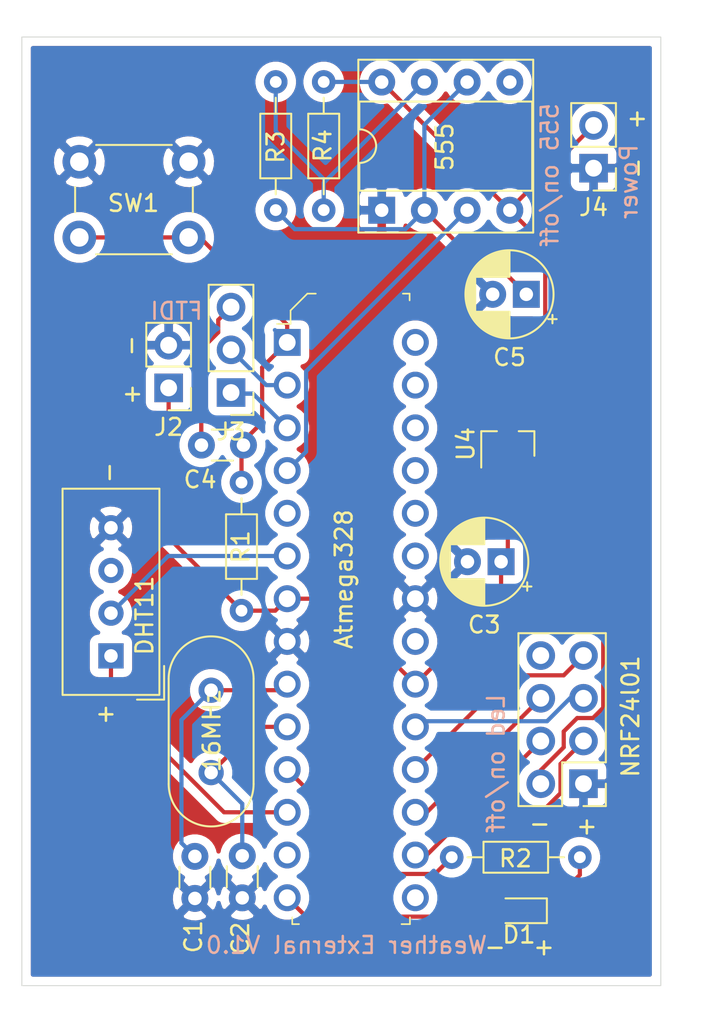
<source format=kicad_pcb>
(kicad_pcb (version 20171130) (host pcbnew "(5.1.6-0-10_14)")

  (general
    (thickness 1.6)
    (drawings 19)
    (tracks 113)
    (zones 0)
    (modules 20)
    (nets 22)
  )

  (page A4)
  (layers
    (0 F.Cu signal)
    (31 B.Cu signal)
    (32 B.Adhes user)
    (33 F.Adhes user)
    (34 B.Paste user)
    (35 F.Paste user)
    (36 B.SilkS user)
    (37 F.SilkS user)
    (38 B.Mask user)
    (39 F.Mask user)
    (40 Dwgs.User user)
    (41 Cmts.User user)
    (42 Eco1.User user)
    (43 Eco2.User user)
    (44 Edge.Cuts user)
    (45 Margin user)
    (46 B.CrtYd user)
    (47 F.CrtYd user)
    (48 B.Fab user)
    (49 F.Fab user)
  )

  (setup
    (last_trace_width 0.25)
    (trace_clearance 0.2)
    (zone_clearance 0.508)
    (zone_45_only no)
    (trace_min 0.2)
    (via_size 0.8)
    (via_drill 0.4)
    (via_min_size 0.4)
    (via_min_drill 0.3)
    (uvia_size 0.3)
    (uvia_drill 0.1)
    (uvias_allowed no)
    (uvia_min_size 0.2)
    (uvia_min_drill 0.1)
    (edge_width 0.05)
    (segment_width 0.2)
    (pcb_text_width 0.3)
    (pcb_text_size 1.5 1.5)
    (mod_edge_width 0.12)
    (mod_text_size 1 1)
    (mod_text_width 0.15)
    (pad_size 1.524 1.524)
    (pad_drill 0.762)
    (pad_to_mask_clearance 0.05)
    (aux_axis_origin 0 0)
    (visible_elements FFFFFF7F)
    (pcbplotparams
      (layerselection 0x010fc_ffffffff)
      (usegerberextensions false)
      (usegerberattributes true)
      (usegerberadvancedattributes true)
      (creategerberjobfile true)
      (excludeedgelayer true)
      (linewidth 0.100000)
      (plotframeref false)
      (viasonmask false)
      (mode 1)
      (useauxorigin false)
      (hpglpennumber 1)
      (hpglpenspeed 20)
      (hpglpendiameter 15.000000)
      (psnegative false)
      (psa4output false)
      (plotreference true)
      (plotvalue true)
      (plotinvisibletext false)
      (padsonsilk false)
      (subtractmaskfromsilk false)
      (outputformat 1)
      (mirror false)
      (drillshape 0)
      (scaleselection 1)
      (outputdirectory "gerbers/"))
  )

  (net 0 "")
  (net 1 GND)
  (net 2 VCC)
  (net 3 "Net-(C1-Pad1)")
  (net 4 "Net-(C2-Pad2)")
  (net 5 "Net-(D1-Pad1)")
  (net 6 "Net-(C4-Pad2)")
  (net 7 "Net-(C4-Pad1)")
  (net 8 "Net-(J3-Pad2)")
  (net 9 "Net-(J3-Pad1)")
  (net 10 "Net-(J5-Pad3)")
  (net 11 "Net-(J5-Pad2)")
  (net 12 "Net-(C5-Pad1)")
  (net 13 "Net-(R3-Pad1)")
  (net 14 "Net-(U1-Pad12)")
  (net 15 "Net-(U1-Pad6)")
  (net 16 "Net-(U1-Pad4)")
  (net 17 "Net-(J5-Pad7)")
  (net 18 "Net-(J5-Pad6)")
  (net 19 "Net-(J5-Pad5)")
  (net 20 "Net-(J5-Pad4)")
  (net 21 "Net-(R2-Pad1)")

  (net_class Default "This is the default net class."
    (clearance 0.2)
    (trace_width 0.25)
    (via_dia 0.8)
    (via_drill 0.4)
    (uvia_dia 0.3)
    (uvia_drill 0.1)
    (add_net GND)
    (add_net "Net-(C1-Pad1)")
    (add_net "Net-(C2-Pad2)")
    (add_net "Net-(C4-Pad1)")
    (add_net "Net-(C4-Pad2)")
    (add_net "Net-(C5-Pad1)")
    (add_net "Net-(D1-Pad1)")
    (add_net "Net-(J3-Pad1)")
    (add_net "Net-(J3-Pad2)")
    (add_net "Net-(J5-Pad2)")
    (add_net "Net-(J5-Pad3)")
    (add_net "Net-(J5-Pad4)")
    (add_net "Net-(J5-Pad5)")
    (add_net "Net-(J5-Pad6)")
    (add_net "Net-(J5-Pad7)")
    (add_net "Net-(R2-Pad1)")
    (add_net "Net-(R3-Pad1)")
    (add_net "Net-(U1-Pad12)")
    (add_net "Net-(U1-Pad4)")
    (add_net "Net-(U1-Pad6)")
    (add_net VCC)
  )

  (module Connector_PinHeader_2.54mm:PinHeader_2x04_P2.54mm_Vertical (layer F.Cu) (tedit 59FED5CC) (tstamp 5F76E398)
    (at 162.4 99.9 180)
    (descr "Through hole straight pin header, 2x04, 2.54mm pitch, double rows")
    (tags "Through hole pin header THT 2x04 2.54mm double row")
    (path /5FBE1BAA)
    (fp_text reference NRF24l01 (at -2.8 4 90) (layer F.SilkS)
      (effects (font (size 1 1) (thickness 0.15)))
    )
    (fp_text value Conn_02x04_Odd_Even (at 1.27 9.95) (layer F.Fab)
      (effects (font (size 1 1) (thickness 0.15)))
    )
    (fp_line (start 4.35 -1.8) (end -1.8 -1.8) (layer F.CrtYd) (width 0.05))
    (fp_line (start 4.35 9.4) (end 4.35 -1.8) (layer F.CrtYd) (width 0.05))
    (fp_line (start -1.8 9.4) (end 4.35 9.4) (layer F.CrtYd) (width 0.05))
    (fp_line (start -1.8 -1.8) (end -1.8 9.4) (layer F.CrtYd) (width 0.05))
    (fp_line (start -1.33 -1.33) (end 0 -1.33) (layer F.SilkS) (width 0.12))
    (fp_line (start -1.33 0) (end -1.33 -1.33) (layer F.SilkS) (width 0.12))
    (fp_line (start 1.27 -1.33) (end 3.87 -1.33) (layer F.SilkS) (width 0.12))
    (fp_line (start 1.27 1.27) (end 1.27 -1.33) (layer F.SilkS) (width 0.12))
    (fp_line (start -1.33 1.27) (end 1.27 1.27) (layer F.SilkS) (width 0.12))
    (fp_line (start 3.87 -1.33) (end 3.87 8.95) (layer F.SilkS) (width 0.12))
    (fp_line (start -1.33 1.27) (end -1.33 8.95) (layer F.SilkS) (width 0.12))
    (fp_line (start -1.33 8.95) (end 3.87 8.95) (layer F.SilkS) (width 0.12))
    (fp_line (start -1.27 0) (end 0 -1.27) (layer F.Fab) (width 0.1))
    (fp_line (start -1.27 8.89) (end -1.27 0) (layer F.Fab) (width 0.1))
    (fp_line (start 3.81 8.89) (end -1.27 8.89) (layer F.Fab) (width 0.1))
    (fp_line (start 3.81 -1.27) (end 3.81 8.89) (layer F.Fab) (width 0.1))
    (fp_line (start 0 -1.27) (end 3.81 -1.27) (layer F.Fab) (width 0.1))
    (fp_text user %R (at -2.7 4 90) (layer F.Fab)
      (effects (font (size 1 1) (thickness 0.15)))
    )
    (pad 8 thru_hole oval (at 2.54 7.62 180) (size 1.7 1.7) (drill 1) (layers *.Cu *.Mask))
    (pad 7 thru_hole oval (at 0 7.62 180) (size 1.7 1.7) (drill 1) (layers *.Cu *.Mask)
      (net 17 "Net-(J5-Pad7)"))
    (pad 6 thru_hole oval (at 2.54 5.08 180) (size 1.7 1.7) (drill 1) (layers *.Cu *.Mask)
      (net 18 "Net-(J5-Pad6)"))
    (pad 5 thru_hole oval (at 0 5.08 180) (size 1.7 1.7) (drill 1) (layers *.Cu *.Mask)
      (net 19 "Net-(J5-Pad5)"))
    (pad 4 thru_hole oval (at 2.54 2.54 180) (size 1.7 1.7) (drill 1) (layers *.Cu *.Mask)
      (net 20 "Net-(J5-Pad4)"))
    (pad 3 thru_hole oval (at 0 2.54 180) (size 1.7 1.7) (drill 1) (layers *.Cu *.Mask)
      (net 10 "Net-(J5-Pad3)"))
    (pad 2 thru_hole oval (at 2.54 0 180) (size 1.7 1.7) (drill 1) (layers *.Cu *.Mask)
      (net 11 "Net-(J5-Pad2)"))
    (pad 1 thru_hole rect (at 0 0 180) (size 1.7 1.7) (drill 1) (layers *.Cu *.Mask)
      (net 1 GND))
    (model ${KISYS3DMOD}/Connector_PinHeader_2.54mm.3dshapes/PinHeader_2x04_P2.54mm_Vertical.wrl
      (at (xyz 0 0 0))
      (scale (xyz 1 1 1))
      (rotate (xyz 0 0 0))
    )
  )

  (module Sensor:Aosong_DHT11_5.5x12.0_P2.54mm (layer F.Cu) (tedit 5C4B60CF) (tstamp 5F76A7D1)
    (at 134.3 92.3 180)
    (descr "Temperature and humidity module, http://akizukidenshi.com/download/ds/aosong/DHT11.pdf")
    (tags "Temperature and humidity module")
    (path /5FA657F4)
    (fp_text reference DHT11 (at -2 2.4 90) (layer F.SilkS)
      (effects (font (size 1 1) (thickness 0.15)))
    )
    (fp_text value DHT11 (at 1.9 3.7 90) (layer F.Fab)
      (effects (font (size 1 1) (thickness 0.15)))
    )
    (fp_line (start -1.75 -2.19) (end 2.75 -2.19) (layer F.Fab) (width 0.1))
    (fp_line (start 2.75 -2.19) (end 2.75 9.81) (layer F.Fab) (width 0.1))
    (fp_line (start 2.75 9.81) (end -2.75 9.81) (layer F.Fab) (width 0.1))
    (fp_line (start -2.75 -1.19) (end -2.75 9.81) (layer F.Fab) (width 0.1))
    (fp_line (start -2.87 -2.32) (end 2.87 -2.32) (layer F.SilkS) (width 0.12))
    (fp_line (start 2.88 -2.32) (end 2.88 9.94) (layer F.SilkS) (width 0.12))
    (fp_line (start 2.88 9.94) (end -2.88 9.94) (layer F.SilkS) (width 0.12))
    (fp_line (start -2.88 9.94) (end -2.88 -2.31) (layer F.SilkS) (width 0.12))
    (fp_line (start -3 -2.44) (end 3 -2.44) (layer F.CrtYd) (width 0.05))
    (fp_line (start 3 -2.44) (end 3 10.06) (layer F.CrtYd) (width 0.05))
    (fp_line (start 3 10.06) (end -3 10.06) (layer F.CrtYd) (width 0.05))
    (fp_line (start -3 10.06) (end -3 -2.44) (layer F.CrtYd) (width 0.05))
    (fp_line (start -2.75 -1.19) (end -1.75 -2.19) (layer F.Fab) (width 0.1))
    (fp_line (start -3.16 -2.6) (end -3.16 -0.6) (layer F.SilkS) (width 0.12))
    (fp_line (start -3.16 -2.6) (end -1.55 -2.6) (layer F.SilkS) (width 0.12))
    (fp_text user %R (at -1.9 7.7 90) (layer F.Fab)
      (effects (font (size 1 1) (thickness 0.15)))
    )
    (pad 4 thru_hole circle (at 0 7.62 180) (size 1.5 1.5) (drill 0.8) (layers *.Cu *.Mask)
      (net 1 GND))
    (pad 3 thru_hole circle (at 0 5.08 180) (size 1.5 1.5) (drill 0.8) (layers *.Cu *.Mask))
    (pad 2 thru_hole circle (at 0 2.54 180) (size 1.5 1.5) (drill 0.8) (layers *.Cu *.Mask)
      (net 15 "Net-(U1-Pad6)"))
    (pad 1 thru_hole rect (at 0 0 180) (size 1.5 1.5) (drill 0.8) (layers *.Cu *.Mask)
      (net 14 "Net-(U1-Pad12)"))
    (model ${KISYS3DMOD}/Sensor.3dshapes/Aosong_DHT11_5.5x12.0_P2.54mm.wrl
      (at (xyz 0 0 0))
      (scale (xyz 1 1 1))
      (rotate (xyz 0 0 0))
    )
  )

  (module Package_TO_SOT_SMD:SOT-23 (layer F.Cu) (tedit 5A02FF57) (tstamp 5F76C796)
    (at 157.9 79.7 90)
    (descr "SOT-23, Standard")
    (tags SOT-23)
    (path /5FA77092)
    (attr smd)
    (fp_text reference U4 (at 0 -2.5 90) (layer F.SilkS)
      (effects (font (size 1 1) (thickness 0.15)))
    )
    (fp_text value MCP1700-3302E_SOT23 (at 0 2.5 90) (layer F.Fab)
      (effects (font (size 1 1) (thickness 0.15)))
    )
    (fp_line (start -0.7 -0.95) (end -0.7 1.5) (layer F.Fab) (width 0.1))
    (fp_line (start -0.15 -1.52) (end 0.7 -1.52) (layer F.Fab) (width 0.1))
    (fp_line (start -0.7 -0.95) (end -0.15 -1.52) (layer F.Fab) (width 0.1))
    (fp_line (start 0.7 -1.52) (end 0.7 1.52) (layer F.Fab) (width 0.1))
    (fp_line (start -0.7 1.52) (end 0.7 1.52) (layer F.Fab) (width 0.1))
    (fp_line (start 0.76 1.58) (end 0.76 0.65) (layer F.SilkS) (width 0.12))
    (fp_line (start 0.76 -1.58) (end 0.76 -0.65) (layer F.SilkS) (width 0.12))
    (fp_line (start -1.7 -1.75) (end 1.7 -1.75) (layer F.CrtYd) (width 0.05))
    (fp_line (start 1.7 -1.75) (end 1.7 1.75) (layer F.CrtYd) (width 0.05))
    (fp_line (start 1.7 1.75) (end -1.7 1.75) (layer F.CrtYd) (width 0.05))
    (fp_line (start -1.7 1.75) (end -1.7 -1.75) (layer F.CrtYd) (width 0.05))
    (fp_line (start 0.76 -1.58) (end -1.4 -1.58) (layer F.SilkS) (width 0.12))
    (fp_line (start 0.76 1.58) (end -0.7 1.58) (layer F.SilkS) (width 0.12))
    (fp_text user %R (at 0 0) (layer F.Fab)
      (effects (font (size 0.5 0.5) (thickness 0.075)))
    )
    (pad 3 smd rect (at 1 0 90) (size 0.9 0.8) (layers F.Cu F.Paste F.Mask)
      (net 2 VCC))
    (pad 2 smd rect (at -1 0.95 90) (size 0.9 0.8) (layers F.Cu F.Paste F.Mask)
      (net 11 "Net-(J5-Pad2)"))
    (pad 1 smd rect (at -1 -0.95 90) (size 0.9 0.8) (layers F.Cu F.Paste F.Mask)
      (net 1 GND))
    (model ${KISYS3DMOD}/Package_TO_SOT_SMD.3dshapes/SOT-23.wrl
      (at (xyz 0 0 0))
      (scale (xyz 1 1 1))
      (rotate (xyz 0 0 0))
    )
  )

  (module LED_SMD:LED_0603_1608Metric_Pad1.05x0.95mm_HandSolder (layer F.Cu) (tedit 5B4B45C9) (tstamp 5F5555A2)
    (at 158.56298 107.4547 180)
    (descr "LED SMD 0603 (1608 Metric), square (rectangular) end terminal, IPC_7351 nominal, (Body size source: http://www.tortai-tech.com/upload/download/2011102023233369053.pdf), generated with kicad-footprint-generator")
    (tags "LED handsolder")
    (path /5F575CC1)
    (attr smd)
    (fp_text reference D1 (at 0 -1.43) (layer F.SilkS)
      (effects (font (size 1 1) (thickness 0.15)))
    )
    (fp_text value LED (at 0 1.43) (layer F.Fab)
      (effects (font (size 1 1) (thickness 0.15)))
    )
    (fp_line (start 1.65 0.73) (end -1.65 0.73) (layer F.CrtYd) (width 0.05))
    (fp_line (start 1.65 -0.73) (end 1.65 0.73) (layer F.CrtYd) (width 0.05))
    (fp_line (start -1.65 -0.73) (end 1.65 -0.73) (layer F.CrtYd) (width 0.05))
    (fp_line (start -1.65 0.73) (end -1.65 -0.73) (layer F.CrtYd) (width 0.05))
    (fp_line (start -1.66 0.735) (end 0.8 0.735) (layer F.SilkS) (width 0.12))
    (fp_line (start -1.66 -0.735) (end -1.66 0.735) (layer F.SilkS) (width 0.12))
    (fp_line (start 0.8 -0.735) (end -1.66 -0.735) (layer F.SilkS) (width 0.12))
    (fp_line (start 0.8 0.4) (end 0.8 -0.4) (layer F.Fab) (width 0.1))
    (fp_line (start -0.8 0.4) (end 0.8 0.4) (layer F.Fab) (width 0.1))
    (fp_line (start -0.8 -0.1) (end -0.8 0.4) (layer F.Fab) (width 0.1))
    (fp_line (start -0.5 -0.4) (end -0.8 -0.1) (layer F.Fab) (width 0.1))
    (fp_line (start 0.8 -0.4) (end -0.5 -0.4) (layer F.Fab) (width 0.1))
    (fp_text user %R (at 0 0) (layer F.Fab)
      (effects (font (size 0.4 0.4) (thickness 0.06)))
    )
    (pad 2 smd roundrect (at 0.875 0 180) (size 1.05 0.95) (layers F.Cu F.Paste F.Mask) (roundrect_rratio 0.25)
      (net 1 GND))
    (pad 1 smd roundrect (at -0.875 0 180) (size 1.05 0.95) (layers F.Cu F.Paste F.Mask) (roundrect_rratio 0.25)
      (net 5 "Net-(D1-Pad1)"))
    (model ${KISYS3DMOD}/LED_SMD.3dshapes/LED_0603_1608Metric.wrl
      (at (xyz 0 0 0))
      (scale (xyz 1 1 1))
      (rotate (xyz 0 0 0))
    )
  )

  (module Package_DIP:DIP-8_W7.62mm_Socket (layer F.Cu) (tedit 5A02E8C5) (tstamp 5F59092B)
    (at 150.4 65.8 90)
    (descr "8-lead though-hole mounted DIP package, row spacing 7.62 mm (300 mils), Socket")
    (tags "THT DIP DIL PDIP 2.54mm 7.62mm 300mil Socket")
    (path /5F7AC553)
    (fp_text reference 555 (at 3.76174 3.74396 90) (layer F.SilkS)
      (effects (font (size 1 1) (thickness 0.15)))
    )
    (fp_text value NE555DR (at 3.81 9.95 90) (layer F.Fab)
      (effects (font (size 1 1) (thickness 0.15)))
    )
    (fp_line (start 9.15 -1.6) (end -1.55 -1.6) (layer F.CrtYd) (width 0.05))
    (fp_line (start 9.15 9.2) (end 9.15 -1.6) (layer F.CrtYd) (width 0.05))
    (fp_line (start -1.55 9.2) (end 9.15 9.2) (layer F.CrtYd) (width 0.05))
    (fp_line (start -1.55 -1.6) (end -1.55 9.2) (layer F.CrtYd) (width 0.05))
    (fp_line (start 8.95 -1.39) (end -1.33 -1.39) (layer F.SilkS) (width 0.12))
    (fp_line (start 8.95 9.01) (end 8.95 -1.39) (layer F.SilkS) (width 0.12))
    (fp_line (start -1.33 9.01) (end 8.95 9.01) (layer F.SilkS) (width 0.12))
    (fp_line (start -1.33 -1.39) (end -1.33 9.01) (layer F.SilkS) (width 0.12))
    (fp_line (start 6.46 -1.33) (end 4.81 -1.33) (layer F.SilkS) (width 0.12))
    (fp_line (start 6.46 8.95) (end 6.46 -1.33) (layer F.SilkS) (width 0.12))
    (fp_line (start 1.16 8.95) (end 6.46 8.95) (layer F.SilkS) (width 0.12))
    (fp_line (start 1.16 -1.33) (end 1.16 8.95) (layer F.SilkS) (width 0.12))
    (fp_line (start 2.81 -1.33) (end 1.16 -1.33) (layer F.SilkS) (width 0.12))
    (fp_line (start 8.89 -1.33) (end -1.27 -1.33) (layer F.Fab) (width 0.1))
    (fp_line (start 8.89 8.95) (end 8.89 -1.33) (layer F.Fab) (width 0.1))
    (fp_line (start -1.27 8.95) (end 8.89 8.95) (layer F.Fab) (width 0.1))
    (fp_line (start -1.27 -1.33) (end -1.27 8.95) (layer F.Fab) (width 0.1))
    (fp_line (start 0.635 -0.27) (end 1.635 -1.27) (layer F.Fab) (width 0.1))
    (fp_line (start 0.635 8.89) (end 0.635 -0.27) (layer F.Fab) (width 0.1))
    (fp_line (start 6.985 8.89) (end 0.635 8.89) (layer F.Fab) (width 0.1))
    (fp_line (start 6.985 -1.27) (end 6.985 8.89) (layer F.Fab) (width 0.1))
    (fp_line (start 1.635 -1.27) (end 6.985 -1.27) (layer F.Fab) (width 0.1))
    (fp_text user %R (at 3.81 3.81 90) (layer F.Fab)
      (effects (font (size 1 1) (thickness 0.15)))
    )
    (fp_arc (start 3.81 -1.33) (end 2.81 -1.33) (angle -180) (layer F.SilkS) (width 0.12))
    (pad 8 thru_hole oval (at 7.62 0 90) (size 1.6 1.6) (drill 0.8) (layers *.Cu *.Mask)
      (net 2 VCC))
    (pad 4 thru_hole oval (at 0 7.62 90) (size 1.6 1.6) (drill 0.8) (layers *.Cu *.Mask)
      (net 2 VCC))
    (pad 7 thru_hole oval (at 7.62 2.54 90) (size 1.6 1.6) (drill 0.8) (layers *.Cu *.Mask)
      (net 13 "Net-(R3-Pad1)"))
    (pad 3 thru_hole oval (at 0 5.08 90) (size 1.6 1.6) (drill 0.8) (layers *.Cu *.Mask)
      (net 16 "Net-(U1-Pad4)"))
    (pad 6 thru_hole oval (at 7.62 5.08 90) (size 1.6 1.6) (drill 0.8) (layers *.Cu *.Mask)
      (net 12 "Net-(C5-Pad1)"))
    (pad 2 thru_hole oval (at 0 2.54 90) (size 1.6 1.6) (drill 0.8) (layers *.Cu *.Mask)
      (net 12 "Net-(C5-Pad1)"))
    (pad 5 thru_hole oval (at 7.62 7.62 90) (size 1.6 1.6) (drill 0.8) (layers *.Cu *.Mask))
    (pad 1 thru_hole rect (at 0 0 90) (size 1.6 1.6) (drill 0.8) (layers *.Cu *.Mask)
      (net 1 GND))
    (model ${KISYS3DMOD}/Package_DIP.3dshapes/DIP-8_W7.62mm_Socket.wrl
      (at (xyz 0 0 0))
      (scale (xyz 1 1 1))
      (rotate (xyz 0 0 0))
    )
  )

  (module Resistor_THT:R_Axial_DIN0204_L3.6mm_D1.6mm_P7.62mm_Horizontal (layer F.Cu) (tedit 5AE5139B) (tstamp 5F59089D)
    (at 146.9509 58.17216 270)
    (descr "Resistor, Axial_DIN0204 series, Axial, Horizontal, pin pitch=7.62mm, 0.167W, length*diameter=3.6*1.6mm^2, http://cdn-reichelt.de/documents/datenblatt/B400/1_4W%23YAG.pdf")
    (tags "Resistor Axial_DIN0204 series Axial Horizontal pin pitch 7.62mm 0.167W length 3.6mm diameter 1.6mm")
    (path /5F7AE97E)
    (fp_text reference R4 (at 3.78968 0.05588 90) (layer F.SilkS)
      (effects (font (size 1 1) (thickness 0.15)))
    )
    (fp_text value 1M (at 3.82784 0.0509 90) (layer F.Fab)
      (effects (font (size 1 1) (thickness 0.15)))
    )
    (fp_line (start 8.57 -1.05) (end -0.95 -1.05) (layer F.CrtYd) (width 0.05))
    (fp_line (start 8.57 1.05) (end 8.57 -1.05) (layer F.CrtYd) (width 0.05))
    (fp_line (start -0.95 1.05) (end 8.57 1.05) (layer F.CrtYd) (width 0.05))
    (fp_line (start -0.95 -1.05) (end -0.95 1.05) (layer F.CrtYd) (width 0.05))
    (fp_line (start 6.68 0) (end 5.73 0) (layer F.SilkS) (width 0.12))
    (fp_line (start 0.94 0) (end 1.89 0) (layer F.SilkS) (width 0.12))
    (fp_line (start 5.73 -0.92) (end 1.89 -0.92) (layer F.SilkS) (width 0.12))
    (fp_line (start 5.73 0.92) (end 5.73 -0.92) (layer F.SilkS) (width 0.12))
    (fp_line (start 1.89 0.92) (end 5.73 0.92) (layer F.SilkS) (width 0.12))
    (fp_line (start 1.89 -0.92) (end 1.89 0.92) (layer F.SilkS) (width 0.12))
    (fp_line (start 7.62 0) (end 5.61 0) (layer F.Fab) (width 0.1))
    (fp_line (start 0 0) (end 2.01 0) (layer F.Fab) (width 0.1))
    (fp_line (start 5.61 -0.8) (end 2.01 -0.8) (layer F.Fab) (width 0.1))
    (fp_line (start 5.61 0.8) (end 5.61 -0.8) (layer F.Fab) (width 0.1))
    (fp_line (start 2.01 0.8) (end 5.61 0.8) (layer F.Fab) (width 0.1))
    (fp_line (start 2.01 -0.8) (end 2.01 0.8) (layer F.Fab) (width 0.1))
    (fp_text user %R (at 3.81 0 90) (layer F.Fab)
      (effects (font (size 0.72 0.72) (thickness 0.108)))
    )
    (pad 2 thru_hole oval (at 7.62 0 270) (size 1.4 1.4) (drill 0.7) (layers *.Cu *.Mask)
      (net 13 "Net-(R3-Pad1)"))
    (pad 1 thru_hole circle (at 0 0 270) (size 1.4 1.4) (drill 0.7) (layers *.Cu *.Mask)
      (net 2 VCC))
    (model ${KISYS3DMOD}/Resistor_THT.3dshapes/R_Axial_DIN0204_L3.6mm_D1.6mm_P7.62mm_Horizontal.wrl
      (at (xyz 0 0 0))
      (scale (xyz 1 1 1))
      (rotate (xyz 0 0 0))
    )
  )

  (module Resistor_THT:R_Axial_DIN0204_L3.6mm_D1.6mm_P7.62mm_Horizontal (layer F.Cu) (tedit 5AE5139B) (tstamp 5F590886)
    (at 144.09848 58.17216 270)
    (descr "Resistor, Axial_DIN0204 series, Axial, Horizontal, pin pitch=7.62mm, 0.167W, length*diameter=3.6*1.6mm^2, http://cdn-reichelt.de/documents/datenblatt/B400/1_4W%23YAG.pdf")
    (tags "Resistor Axial_DIN0204 series Axial Horizontal pin pitch 7.62mm 0.167W length 3.6mm diameter 1.6mm")
    (path /5F7AEEC4)
    (fp_text reference R3 (at 3.8735 0.00254 90) (layer F.SilkS)
      (effects (font (size 1 1) (thickness 0.15)))
    )
    (fp_text value 220 (at 3.82784 -0.00152 90) (layer F.Fab)
      (effects (font (size 1 1) (thickness 0.15)))
    )
    (fp_line (start 8.57 -1.05) (end -0.95 -1.05) (layer F.CrtYd) (width 0.05))
    (fp_line (start 8.57 1.05) (end 8.57 -1.05) (layer F.CrtYd) (width 0.05))
    (fp_line (start -0.95 1.05) (end 8.57 1.05) (layer F.CrtYd) (width 0.05))
    (fp_line (start -0.95 -1.05) (end -0.95 1.05) (layer F.CrtYd) (width 0.05))
    (fp_line (start 6.68 0) (end 5.73 0) (layer F.SilkS) (width 0.12))
    (fp_line (start 0.94 0) (end 1.89 0) (layer F.SilkS) (width 0.12))
    (fp_line (start 5.73 -0.92) (end 1.89 -0.92) (layer F.SilkS) (width 0.12))
    (fp_line (start 5.73 0.92) (end 5.73 -0.92) (layer F.SilkS) (width 0.12))
    (fp_line (start 1.89 0.92) (end 5.73 0.92) (layer F.SilkS) (width 0.12))
    (fp_line (start 1.89 -0.92) (end 1.89 0.92) (layer F.SilkS) (width 0.12))
    (fp_line (start 7.62 0) (end 5.61 0) (layer F.Fab) (width 0.1))
    (fp_line (start 0 0) (end 2.01 0) (layer F.Fab) (width 0.1))
    (fp_line (start 5.61 -0.8) (end 2.01 -0.8) (layer F.Fab) (width 0.1))
    (fp_line (start 5.61 0.8) (end 5.61 -0.8) (layer F.Fab) (width 0.1))
    (fp_line (start 2.01 0.8) (end 5.61 0.8) (layer F.Fab) (width 0.1))
    (fp_line (start 2.01 -0.8) (end 2.01 0.8) (layer F.Fab) (width 0.1))
    (fp_text user %R (at 3.81 0 90) (layer F.Fab)
      (effects (font (size 0.72 0.72) (thickness 0.108)))
    )
    (pad 2 thru_hole oval (at 7.62 0 270) (size 1.4 1.4) (drill 0.7) (layers *.Cu *.Mask)
      (net 12 "Net-(C5-Pad1)"))
    (pad 1 thru_hole circle (at 0 0 270) (size 1.4 1.4) (drill 0.7) (layers *.Cu *.Mask)
      (net 13 "Net-(R3-Pad1)"))
    (model ${KISYS3DMOD}/Resistor_THT.3dshapes/R_Axial_DIN0204_L3.6mm_D1.6mm_P7.62mm_Horizontal.wrl
      (at (xyz 0 0 0))
      (scale (xyz 1 1 1))
      (rotate (xyz 0 0 0))
    )
  )

  (module Capacitor_THT:CP_Radial_D5.0mm_P2.00mm (layer F.Cu) (tedit 5AE50EF0) (tstamp 5F5906C5)
    (at 159 70.8 180)
    (descr "CP, Radial series, Radial, pin pitch=2.00mm, , diameter=5mm, Electrolytic Capacitor")
    (tags "CP Radial series Radial pin pitch 2.00mm  diameter 5mm Electrolytic Capacitor")
    (path /5F7AF5D8)
    (fp_text reference C5 (at 1 -3.75) (layer F.SilkS)
      (effects (font (size 1 1) (thickness 0.15)))
    )
    (fp_text value CP (at 1 3.75) (layer F.Fab)
      (effects (font (size 1 1) (thickness 0.15)))
    )
    (fp_line (start -1.554775 -1.725) (end -1.554775 -1.225) (layer F.SilkS) (width 0.12))
    (fp_line (start -1.804775 -1.475) (end -1.304775 -1.475) (layer F.SilkS) (width 0.12))
    (fp_line (start 3.601 -0.284) (end 3.601 0.284) (layer F.SilkS) (width 0.12))
    (fp_line (start 3.561 -0.518) (end 3.561 0.518) (layer F.SilkS) (width 0.12))
    (fp_line (start 3.521 -0.677) (end 3.521 0.677) (layer F.SilkS) (width 0.12))
    (fp_line (start 3.481 -0.805) (end 3.481 0.805) (layer F.SilkS) (width 0.12))
    (fp_line (start 3.441 -0.915) (end 3.441 0.915) (layer F.SilkS) (width 0.12))
    (fp_line (start 3.401 -1.011) (end 3.401 1.011) (layer F.SilkS) (width 0.12))
    (fp_line (start 3.361 -1.098) (end 3.361 1.098) (layer F.SilkS) (width 0.12))
    (fp_line (start 3.321 -1.178) (end 3.321 1.178) (layer F.SilkS) (width 0.12))
    (fp_line (start 3.281 -1.251) (end 3.281 1.251) (layer F.SilkS) (width 0.12))
    (fp_line (start 3.241 -1.319) (end 3.241 1.319) (layer F.SilkS) (width 0.12))
    (fp_line (start 3.201 -1.383) (end 3.201 1.383) (layer F.SilkS) (width 0.12))
    (fp_line (start 3.161 -1.443) (end 3.161 1.443) (layer F.SilkS) (width 0.12))
    (fp_line (start 3.121 -1.5) (end 3.121 1.5) (layer F.SilkS) (width 0.12))
    (fp_line (start 3.081 -1.554) (end 3.081 1.554) (layer F.SilkS) (width 0.12))
    (fp_line (start 3.041 -1.605) (end 3.041 1.605) (layer F.SilkS) (width 0.12))
    (fp_line (start 3.001 1.04) (end 3.001 1.653) (layer F.SilkS) (width 0.12))
    (fp_line (start 3.001 -1.653) (end 3.001 -1.04) (layer F.SilkS) (width 0.12))
    (fp_line (start 2.961 1.04) (end 2.961 1.699) (layer F.SilkS) (width 0.12))
    (fp_line (start 2.961 -1.699) (end 2.961 -1.04) (layer F.SilkS) (width 0.12))
    (fp_line (start 2.921 1.04) (end 2.921 1.743) (layer F.SilkS) (width 0.12))
    (fp_line (start 2.921 -1.743) (end 2.921 -1.04) (layer F.SilkS) (width 0.12))
    (fp_line (start 2.881 1.04) (end 2.881 1.785) (layer F.SilkS) (width 0.12))
    (fp_line (start 2.881 -1.785) (end 2.881 -1.04) (layer F.SilkS) (width 0.12))
    (fp_line (start 2.841 1.04) (end 2.841 1.826) (layer F.SilkS) (width 0.12))
    (fp_line (start 2.841 -1.826) (end 2.841 -1.04) (layer F.SilkS) (width 0.12))
    (fp_line (start 2.801 1.04) (end 2.801 1.864) (layer F.SilkS) (width 0.12))
    (fp_line (start 2.801 -1.864) (end 2.801 -1.04) (layer F.SilkS) (width 0.12))
    (fp_line (start 2.761 1.04) (end 2.761 1.901) (layer F.SilkS) (width 0.12))
    (fp_line (start 2.761 -1.901) (end 2.761 -1.04) (layer F.SilkS) (width 0.12))
    (fp_line (start 2.721 1.04) (end 2.721 1.937) (layer F.SilkS) (width 0.12))
    (fp_line (start 2.721 -1.937) (end 2.721 -1.04) (layer F.SilkS) (width 0.12))
    (fp_line (start 2.681 1.04) (end 2.681 1.971) (layer F.SilkS) (width 0.12))
    (fp_line (start 2.681 -1.971) (end 2.681 -1.04) (layer F.SilkS) (width 0.12))
    (fp_line (start 2.641 1.04) (end 2.641 2.004) (layer F.SilkS) (width 0.12))
    (fp_line (start 2.641 -2.004) (end 2.641 -1.04) (layer F.SilkS) (width 0.12))
    (fp_line (start 2.601 1.04) (end 2.601 2.035) (layer F.SilkS) (width 0.12))
    (fp_line (start 2.601 -2.035) (end 2.601 -1.04) (layer F.SilkS) (width 0.12))
    (fp_line (start 2.561 1.04) (end 2.561 2.065) (layer F.SilkS) (width 0.12))
    (fp_line (start 2.561 -2.065) (end 2.561 -1.04) (layer F.SilkS) (width 0.12))
    (fp_line (start 2.521 1.04) (end 2.521 2.095) (layer F.SilkS) (width 0.12))
    (fp_line (start 2.521 -2.095) (end 2.521 -1.04) (layer F.SilkS) (width 0.12))
    (fp_line (start 2.481 1.04) (end 2.481 2.122) (layer F.SilkS) (width 0.12))
    (fp_line (start 2.481 -2.122) (end 2.481 -1.04) (layer F.SilkS) (width 0.12))
    (fp_line (start 2.441 1.04) (end 2.441 2.149) (layer F.SilkS) (width 0.12))
    (fp_line (start 2.441 -2.149) (end 2.441 -1.04) (layer F.SilkS) (width 0.12))
    (fp_line (start 2.401 1.04) (end 2.401 2.175) (layer F.SilkS) (width 0.12))
    (fp_line (start 2.401 -2.175) (end 2.401 -1.04) (layer F.SilkS) (width 0.12))
    (fp_line (start 2.361 1.04) (end 2.361 2.2) (layer F.SilkS) (width 0.12))
    (fp_line (start 2.361 -2.2) (end 2.361 -1.04) (layer F.SilkS) (width 0.12))
    (fp_line (start 2.321 1.04) (end 2.321 2.224) (layer F.SilkS) (width 0.12))
    (fp_line (start 2.321 -2.224) (end 2.321 -1.04) (layer F.SilkS) (width 0.12))
    (fp_line (start 2.281 1.04) (end 2.281 2.247) (layer F.SilkS) (width 0.12))
    (fp_line (start 2.281 -2.247) (end 2.281 -1.04) (layer F.SilkS) (width 0.12))
    (fp_line (start 2.241 1.04) (end 2.241 2.268) (layer F.SilkS) (width 0.12))
    (fp_line (start 2.241 -2.268) (end 2.241 -1.04) (layer F.SilkS) (width 0.12))
    (fp_line (start 2.201 1.04) (end 2.201 2.29) (layer F.SilkS) (width 0.12))
    (fp_line (start 2.201 -2.29) (end 2.201 -1.04) (layer F.SilkS) (width 0.12))
    (fp_line (start 2.161 1.04) (end 2.161 2.31) (layer F.SilkS) (width 0.12))
    (fp_line (start 2.161 -2.31) (end 2.161 -1.04) (layer F.SilkS) (width 0.12))
    (fp_line (start 2.121 1.04) (end 2.121 2.329) (layer F.SilkS) (width 0.12))
    (fp_line (start 2.121 -2.329) (end 2.121 -1.04) (layer F.SilkS) (width 0.12))
    (fp_line (start 2.081 1.04) (end 2.081 2.348) (layer F.SilkS) (width 0.12))
    (fp_line (start 2.081 -2.348) (end 2.081 -1.04) (layer F.SilkS) (width 0.12))
    (fp_line (start 2.041 1.04) (end 2.041 2.365) (layer F.SilkS) (width 0.12))
    (fp_line (start 2.041 -2.365) (end 2.041 -1.04) (layer F.SilkS) (width 0.12))
    (fp_line (start 2.001 1.04) (end 2.001 2.382) (layer F.SilkS) (width 0.12))
    (fp_line (start 2.001 -2.382) (end 2.001 -1.04) (layer F.SilkS) (width 0.12))
    (fp_line (start 1.961 1.04) (end 1.961 2.398) (layer F.SilkS) (width 0.12))
    (fp_line (start 1.961 -2.398) (end 1.961 -1.04) (layer F.SilkS) (width 0.12))
    (fp_line (start 1.921 1.04) (end 1.921 2.414) (layer F.SilkS) (width 0.12))
    (fp_line (start 1.921 -2.414) (end 1.921 -1.04) (layer F.SilkS) (width 0.12))
    (fp_line (start 1.881 1.04) (end 1.881 2.428) (layer F.SilkS) (width 0.12))
    (fp_line (start 1.881 -2.428) (end 1.881 -1.04) (layer F.SilkS) (width 0.12))
    (fp_line (start 1.841 1.04) (end 1.841 2.442) (layer F.SilkS) (width 0.12))
    (fp_line (start 1.841 -2.442) (end 1.841 -1.04) (layer F.SilkS) (width 0.12))
    (fp_line (start 1.801 1.04) (end 1.801 2.455) (layer F.SilkS) (width 0.12))
    (fp_line (start 1.801 -2.455) (end 1.801 -1.04) (layer F.SilkS) (width 0.12))
    (fp_line (start 1.761 1.04) (end 1.761 2.468) (layer F.SilkS) (width 0.12))
    (fp_line (start 1.761 -2.468) (end 1.761 -1.04) (layer F.SilkS) (width 0.12))
    (fp_line (start 1.721 1.04) (end 1.721 2.48) (layer F.SilkS) (width 0.12))
    (fp_line (start 1.721 -2.48) (end 1.721 -1.04) (layer F.SilkS) (width 0.12))
    (fp_line (start 1.68 1.04) (end 1.68 2.491) (layer F.SilkS) (width 0.12))
    (fp_line (start 1.68 -2.491) (end 1.68 -1.04) (layer F.SilkS) (width 0.12))
    (fp_line (start 1.64 1.04) (end 1.64 2.501) (layer F.SilkS) (width 0.12))
    (fp_line (start 1.64 -2.501) (end 1.64 -1.04) (layer F.SilkS) (width 0.12))
    (fp_line (start 1.6 1.04) (end 1.6 2.511) (layer F.SilkS) (width 0.12))
    (fp_line (start 1.6 -2.511) (end 1.6 -1.04) (layer F.SilkS) (width 0.12))
    (fp_line (start 1.56 1.04) (end 1.56 2.52) (layer F.SilkS) (width 0.12))
    (fp_line (start 1.56 -2.52) (end 1.56 -1.04) (layer F.SilkS) (width 0.12))
    (fp_line (start 1.52 1.04) (end 1.52 2.528) (layer F.SilkS) (width 0.12))
    (fp_line (start 1.52 -2.528) (end 1.52 -1.04) (layer F.SilkS) (width 0.12))
    (fp_line (start 1.48 1.04) (end 1.48 2.536) (layer F.SilkS) (width 0.12))
    (fp_line (start 1.48 -2.536) (end 1.48 -1.04) (layer F.SilkS) (width 0.12))
    (fp_line (start 1.44 1.04) (end 1.44 2.543) (layer F.SilkS) (width 0.12))
    (fp_line (start 1.44 -2.543) (end 1.44 -1.04) (layer F.SilkS) (width 0.12))
    (fp_line (start 1.4 1.04) (end 1.4 2.55) (layer F.SilkS) (width 0.12))
    (fp_line (start 1.4 -2.55) (end 1.4 -1.04) (layer F.SilkS) (width 0.12))
    (fp_line (start 1.36 1.04) (end 1.36 2.556) (layer F.SilkS) (width 0.12))
    (fp_line (start 1.36 -2.556) (end 1.36 -1.04) (layer F.SilkS) (width 0.12))
    (fp_line (start 1.32 1.04) (end 1.32 2.561) (layer F.SilkS) (width 0.12))
    (fp_line (start 1.32 -2.561) (end 1.32 -1.04) (layer F.SilkS) (width 0.12))
    (fp_line (start 1.28 1.04) (end 1.28 2.565) (layer F.SilkS) (width 0.12))
    (fp_line (start 1.28 -2.565) (end 1.28 -1.04) (layer F.SilkS) (width 0.12))
    (fp_line (start 1.24 1.04) (end 1.24 2.569) (layer F.SilkS) (width 0.12))
    (fp_line (start 1.24 -2.569) (end 1.24 -1.04) (layer F.SilkS) (width 0.12))
    (fp_line (start 1.2 1.04) (end 1.2 2.573) (layer F.SilkS) (width 0.12))
    (fp_line (start 1.2 -2.573) (end 1.2 -1.04) (layer F.SilkS) (width 0.12))
    (fp_line (start 1.16 1.04) (end 1.16 2.576) (layer F.SilkS) (width 0.12))
    (fp_line (start 1.16 -2.576) (end 1.16 -1.04) (layer F.SilkS) (width 0.12))
    (fp_line (start 1.12 1.04) (end 1.12 2.578) (layer F.SilkS) (width 0.12))
    (fp_line (start 1.12 -2.578) (end 1.12 -1.04) (layer F.SilkS) (width 0.12))
    (fp_line (start 1.08 1.04) (end 1.08 2.579) (layer F.SilkS) (width 0.12))
    (fp_line (start 1.08 -2.579) (end 1.08 -1.04) (layer F.SilkS) (width 0.12))
    (fp_line (start 1.04 -2.58) (end 1.04 -1.04) (layer F.SilkS) (width 0.12))
    (fp_line (start 1.04 1.04) (end 1.04 2.58) (layer F.SilkS) (width 0.12))
    (fp_line (start 1 -2.58) (end 1 -1.04) (layer F.SilkS) (width 0.12))
    (fp_line (start 1 1.04) (end 1 2.58) (layer F.SilkS) (width 0.12))
    (fp_line (start -0.883605 -1.3375) (end -0.883605 -0.8375) (layer F.Fab) (width 0.1))
    (fp_line (start -1.133605 -1.0875) (end -0.633605 -1.0875) (layer F.Fab) (width 0.1))
    (fp_circle (center 1 0) (end 3.75 0) (layer F.CrtYd) (width 0.05))
    (fp_circle (center 1 0) (end 3.62 0) (layer F.SilkS) (width 0.12))
    (fp_circle (center 1 0) (end 3.5 0) (layer F.Fab) (width 0.1))
    (fp_text user %R (at 1 0) (layer F.Fab)
      (effects (font (size 1 1) (thickness 0.15)))
    )
    (pad 2 thru_hole circle (at 2 0 180) (size 1.6 1.6) (drill 0.8) (layers *.Cu *.Mask)
      (net 1 GND))
    (pad 1 thru_hole rect (at 0 0 180) (size 1.6 1.6) (drill 0.8) (layers *.Cu *.Mask)
      (net 12 "Net-(C5-Pad1)"))
    (model ${KISYS3DMOD}/Capacitor_THT.3dshapes/CP_Radial_D5.0mm_P2.00mm.wrl
      (at (xyz 0 0 0))
      (scale (xyz 1 1 1))
      (rotate (xyz 0 0 0))
    )
  )

  (module Connector_PinHeader_2.54mm:PinHeader_1x03_P2.54mm_Vertical (layer F.Cu) (tedit 59FED5CC) (tstamp 5F588EED)
    (at 141.4399 76.64196 180)
    (descr "Through hole straight pin header, 1x03, 2.54mm pitch, single row")
    (tags "Through hole pin header THT 1x03 2.54mm single row")
    (path /5F5AD9AD)
    (fp_text reference J3 (at 0 -2.33) (layer F.SilkS)
      (effects (font (size 1 1) (thickness 0.15)))
    )
    (fp_text value 640456-3 (at 0 7.41) (layer F.Fab)
      (effects (font (size 1 1) (thickness 0.15)))
    )
    (fp_line (start 1.8 -1.8) (end -1.8 -1.8) (layer F.CrtYd) (width 0.05))
    (fp_line (start 1.8 6.85) (end 1.8 -1.8) (layer F.CrtYd) (width 0.05))
    (fp_line (start -1.8 6.85) (end 1.8 6.85) (layer F.CrtYd) (width 0.05))
    (fp_line (start -1.8 -1.8) (end -1.8 6.85) (layer F.CrtYd) (width 0.05))
    (fp_line (start -1.33 -1.33) (end 0 -1.33) (layer F.SilkS) (width 0.12))
    (fp_line (start -1.33 0) (end -1.33 -1.33) (layer F.SilkS) (width 0.12))
    (fp_line (start -1.33 1.27) (end 1.33 1.27) (layer F.SilkS) (width 0.12))
    (fp_line (start 1.33 1.27) (end 1.33 6.41) (layer F.SilkS) (width 0.12))
    (fp_line (start -1.33 1.27) (end -1.33 6.41) (layer F.SilkS) (width 0.12))
    (fp_line (start -1.33 6.41) (end 1.33 6.41) (layer F.SilkS) (width 0.12))
    (fp_line (start -1.27 -0.635) (end -0.635 -1.27) (layer F.Fab) (width 0.1))
    (fp_line (start -1.27 6.35) (end -1.27 -0.635) (layer F.Fab) (width 0.1))
    (fp_line (start 1.27 6.35) (end -1.27 6.35) (layer F.Fab) (width 0.1))
    (fp_line (start 1.27 -1.27) (end 1.27 6.35) (layer F.Fab) (width 0.1))
    (fp_line (start -0.635 -1.27) (end 1.27 -1.27) (layer F.Fab) (width 0.1))
    (fp_text user %R (at 0 2.54 90) (layer F.Fab)
      (effects (font (size 1 1) (thickness 0.15)))
    )
    (pad 3 thru_hole oval (at 0 5.08 180) (size 1.7 1.7) (drill 1) (layers *.Cu *.Mask)
      (net 6 "Net-(C4-Pad2)"))
    (pad 2 thru_hole oval (at 0 2.54 180) (size 1.7 1.7) (drill 1) (layers *.Cu *.Mask)
      (net 8 "Net-(J3-Pad2)"))
    (pad 1 thru_hole rect (at 0 0 180) (size 1.7 1.7) (drill 1) (layers *.Cu *.Mask)
      (net 9 "Net-(J3-Pad1)"))
    (model ${KISYS3DMOD}/Connector_PinHeader_2.54mm.3dshapes/PinHeader_1x03_P2.54mm_Vertical.wrl
      (at (xyz 0 0 0))
      (scale (xyz 1 1 1))
      (rotate (xyz 0 0 0))
    )
  )

  (module Connector_PinHeader_2.54mm:PinHeader_1x02_P2.54mm_Vertical (layer F.Cu) (tedit 59FED5CC) (tstamp 5F58D1EA)
    (at 163 63.3 180)
    (descr "Through hole straight pin header, 1x02, 2.54mm pitch, single row")
    (tags "Through hole pin header THT 1x02 2.54mm single row")
    (path /5F56D8EF)
    (fp_text reference J4 (at 0 -2.33) (layer F.SilkS)
      (effects (font (size 1 1) (thickness 0.15)))
    )
    (fp_text value 22-23-2021 (at 0 4.87) (layer F.Fab)
      (effects (font (size 1 1) (thickness 0.15)))
    )
    (fp_line (start 1.8 -1.8) (end -1.8 -1.8) (layer F.CrtYd) (width 0.05))
    (fp_line (start 1.8 4.35) (end 1.8 -1.8) (layer F.CrtYd) (width 0.05))
    (fp_line (start -1.8 4.35) (end 1.8 4.35) (layer F.CrtYd) (width 0.05))
    (fp_line (start -1.8 -1.8) (end -1.8 4.35) (layer F.CrtYd) (width 0.05))
    (fp_line (start -1.33 -1.33) (end 0 -1.33) (layer F.SilkS) (width 0.12))
    (fp_line (start -1.33 0) (end -1.33 -1.33) (layer F.SilkS) (width 0.12))
    (fp_line (start -1.33 1.27) (end 1.33 1.27) (layer F.SilkS) (width 0.12))
    (fp_line (start 1.33 1.27) (end 1.33 3.87) (layer F.SilkS) (width 0.12))
    (fp_line (start -1.33 1.27) (end -1.33 3.87) (layer F.SilkS) (width 0.12))
    (fp_line (start -1.33 3.87) (end 1.33 3.87) (layer F.SilkS) (width 0.12))
    (fp_line (start -1.27 -0.635) (end -0.635 -1.27) (layer F.Fab) (width 0.1))
    (fp_line (start -1.27 3.81) (end -1.27 -0.635) (layer F.Fab) (width 0.1))
    (fp_line (start 1.27 3.81) (end -1.27 3.81) (layer F.Fab) (width 0.1))
    (fp_line (start 1.27 -1.27) (end 1.27 3.81) (layer F.Fab) (width 0.1))
    (fp_line (start -0.635 -1.27) (end 1.27 -1.27) (layer F.Fab) (width 0.1))
    (fp_text user %R (at 0 1.27 90) (layer F.Fab)
      (effects (font (size 1 1) (thickness 0.15)))
    )
    (pad 2 thru_hole oval (at 0 2.54 180) (size 1.7 1.7) (drill 1) (layers *.Cu *.Mask)
      (net 2 VCC))
    (pad 1 thru_hole rect (at 0 0 180) (size 1.7 1.7) (drill 1) (layers *.Cu *.Mask)
      (net 1 GND))
    (model ${KISYS3DMOD}/Connector_PinHeader_2.54mm.3dshapes/PinHeader_1x02_P2.54mm_Vertical.wrl
      (at (xyz 0 0 0))
      (scale (xyz 1 1 1))
      (rotate (xyz 0 0 0))
    )
  )

  (module Connector_PinHeader_2.54mm:PinHeader_1x02_P2.54mm_Vertical (layer F.Cu) (tedit 59FED5CC) (tstamp 5F588F2E)
    (at 137.72896 76.3651 180)
    (descr "Through hole straight pin header, 1x02, 2.54mm pitch, single row")
    (tags "Through hole pin header THT 1x02 2.54mm single row")
    (path /5F5ADA72)
    (fp_text reference J2 (at 0 -2.33) (layer F.SilkS)
      (effects (font (size 1 1) (thickness 0.15)))
    )
    (fp_text value 22-23-2021 (at 0 4.87) (layer F.Fab)
      (effects (font (size 1 1) (thickness 0.15)))
    )
    (fp_line (start 1.8 -1.8) (end -1.8 -1.8) (layer F.CrtYd) (width 0.05))
    (fp_line (start 1.8 4.35) (end 1.8 -1.8) (layer F.CrtYd) (width 0.05))
    (fp_line (start -1.8 4.35) (end 1.8 4.35) (layer F.CrtYd) (width 0.05))
    (fp_line (start -1.8 -1.8) (end -1.8 4.35) (layer F.CrtYd) (width 0.05))
    (fp_line (start -1.33 -1.33) (end 0 -1.33) (layer F.SilkS) (width 0.12))
    (fp_line (start -1.33 0) (end -1.33 -1.33) (layer F.SilkS) (width 0.12))
    (fp_line (start -1.33 1.27) (end 1.33 1.27) (layer F.SilkS) (width 0.12))
    (fp_line (start 1.33 1.27) (end 1.33 3.87) (layer F.SilkS) (width 0.12))
    (fp_line (start -1.33 1.27) (end -1.33 3.87) (layer F.SilkS) (width 0.12))
    (fp_line (start -1.33 3.87) (end 1.33 3.87) (layer F.SilkS) (width 0.12))
    (fp_line (start -1.27 -0.635) (end -0.635 -1.27) (layer F.Fab) (width 0.1))
    (fp_line (start -1.27 3.81) (end -1.27 -0.635) (layer F.Fab) (width 0.1))
    (fp_line (start 1.27 3.81) (end -1.27 3.81) (layer F.Fab) (width 0.1))
    (fp_line (start 1.27 -1.27) (end 1.27 3.81) (layer F.Fab) (width 0.1))
    (fp_line (start -0.635 -1.27) (end 1.27 -1.27) (layer F.Fab) (width 0.1))
    (fp_text user %R (at 0 1.27 90) (layer F.Fab)
      (effects (font (size 1 1) (thickness 0.15)))
    )
    (pad 2 thru_hole oval (at 0 2.54 180) (size 1.7 1.7) (drill 1) (layers *.Cu *.Mask)
      (net 1 GND))
    (pad 1 thru_hole rect (at 0 0 180) (size 1.7 1.7) (drill 1) (layers *.Cu *.Mask)
      (net 2 VCC))
    (model ${KISYS3DMOD}/Connector_PinHeader_2.54mm.3dshapes/PinHeader_1x02_P2.54mm_Vertical.wrl
      (at (xyz 0 0 0))
      (scale (xyz 1 1 1))
      (rotate (xyz 0 0 0))
    )
  )

  (module digikey-footprints:DIP-28_W7.62mm (layer F.Cu) (tedit 59C2773E) (tstamp 5F5535D9)
    (at 144.78 73.66)
    (descr http://www.digikey.com/products/en?formaction=on&lang=en&site=us&KeyWords=296-1956-5-ND)
    (path /5F542C96)
    (fp_text reference Atmega328 (at 3.37312 14.08176 90) (layer F.SilkS)
      (effects (font (size 1 1) (thickness 0.15)))
    )
    (fp_text value ATMEGA328-PU (at 3.76 35.65) (layer F.Fab)
      (effects (font (size 1 1) (thickness 0.15)))
    )
    (fp_line (start 7.08 -2.69) (end 7.08 34.4) (layer F.Fab) (width 0.1))
    (fp_line (start 0.48 -1.79) (end 1.38 -2.69) (layer F.Fab) (width 0.1))
    (fp_line (start 1.38 -2.69) (end 7.08 -2.69) (layer F.Fab) (width 0.1))
    (fp_line (start 0.48 -1.79) (end 0.48 34.4) (layer F.Fab) (width 0.1))
    (fp_line (start 7.28 -2.9) (end 6.88 -2.9) (layer F.SilkS) (width 0.1))
    (fp_line (start 7.28 -2.5) (end 7.28 -2.9) (layer F.SilkS) (width 0.1))
    (fp_line (start 0.48 34.4) (end 7.08 34.4) (layer F.Fab) (width 0.1))
    (fp_line (start 0.2 -1.9) (end 0.2 -1.1) (layer F.SilkS) (width 0.1))
    (fp_line (start 1.2 -2.9) (end 0.2 -1.9) (layer F.SilkS) (width 0.1))
    (fp_line (start 1.7 -2.9) (end 1.2 -2.9) (layer F.SilkS) (width 0.1))
    (fp_line (start 0.2 -1.1) (end -0.6 -1.1) (layer F.SilkS) (width 0.1))
    (fp_line (start -1.05 -2.94) (end -1.05 34.65) (layer F.CrtYd) (width 0.05))
    (fp_line (start 8.67 -2.94) (end 8.68 34.65) (layer F.CrtYd) (width 0.05))
    (fp_line (start -1.05 -2.94) (end 8.67 -2.94) (layer F.CrtYd) (width 0.05))
    (fp_line (start -1.05 34.65) (end 8.68 34.65) (layer F.CrtYd) (width 0.05))
    (fp_line (start 0.3 34.59) (end 0.7 34.59) (layer F.SilkS) (width 0.1))
    (fp_line (start 0.3 34.19) (end 0.3 34.59) (layer F.SilkS) (width 0.1))
    (fp_line (start 7.3 34.59) (end 6.8 34.59) (layer F.SilkS) (width 0.1))
    (fp_line (start 7.3 34.19) (end 7.3 34.59) (layer F.SilkS) (width 0.1))
    (fp_text user REF** (at 3.63 12.31) (layer F.Fab)
      (effects (font (size 1 1) (thickness 0.1)))
    )
    (pad 28 thru_hole circle (at 7.62 0) (size 1.6 1.6) (drill 1) (layers *.Cu *.Mask))
    (pad 27 thru_hole circle (at 7.62 2.54) (size 1.6 1.6) (drill 1) (layers *.Cu *.Mask))
    (pad 26 thru_hole circle (at 7.62 5.08) (size 1.6 1.6) (drill 1) (layers *.Cu *.Mask))
    (pad 25 thru_hole circle (at 7.62 7.62) (size 1.6 1.6) (drill 1) (layers *.Cu *.Mask))
    (pad 24 thru_hole circle (at 7.62 10.16) (size 1.6 1.6) (drill 1) (layers *.Cu *.Mask))
    (pad 23 thru_hole circle (at 7.62 12.7) (size 1.6 1.6) (drill 1) (layers *.Cu *.Mask))
    (pad 22 thru_hole circle (at 7.62 15.24) (size 1.6 1.6) (drill 1) (layers *.Cu *.Mask)
      (net 1 GND))
    (pad 21 thru_hole circle (at 7.62 17.78) (size 1.6 1.6) (drill 1) (layers *.Cu *.Mask))
    (pad 20 thru_hole circle (at 7.62 20.32) (size 1.6 1.6) (drill 1) (layers *.Cu *.Mask)
      (net 2 VCC))
    (pad 19 thru_hole circle (at 7.62 22.86) (size 1.6 1.6) (drill 1) (layers *.Cu *.Mask)
      (net 19 "Net-(J5-Pad5)"))
    (pad 18 thru_hole circle (at 7.62 25.4) (size 1.6 1.6) (drill 1) (layers *.Cu *.Mask)
      (net 17 "Net-(J5-Pad7)"))
    (pad 17 thru_hole circle (at 7.62 27.94) (size 1.6 1.6) (drill 1) (layers *.Cu *.Mask)
      (net 18 "Net-(J5-Pad6)"))
    (pad 16 thru_hole circle (at 7.62 30.48) (size 1.6 1.6) (drill 1) (layers *.Cu *.Mask)
      (net 20 "Net-(J5-Pad4)"))
    (pad 15 thru_hole circle (at 7.62 33.02) (size 1.6 1.6) (drill 1) (layers *.Cu *.Mask))
    (pad 14 thru_hole circle (at 0 33.02) (size 1.6 1.6) (drill 1) (layers *.Cu *.Mask)
      (net 10 "Net-(J5-Pad3)"))
    (pad 13 thru_hole circle (at 0 30.48) (size 1.6 1.6) (drill 1) (layers *.Cu *.Mask))
    (pad 12 thru_hole circle (at 0 27.94) (size 1.6 1.6) (drill 1) (layers *.Cu *.Mask)
      (net 14 "Net-(U1-Pad12)"))
    (pad 11 thru_hole circle (at 0 25.4) (size 1.6 1.6) (drill 1) (layers *.Cu *.Mask)
      (net 21 "Net-(R2-Pad1)"))
    (pad 10 thru_hole circle (at 0 22.86) (size 1.6 1.6) (drill 1) (layers *.Cu *.Mask)
      (net 4 "Net-(C2-Pad2)"))
    (pad 9 thru_hole circle (at 0 20.32) (size 1.6 1.6) (drill 1) (layers *.Cu *.Mask)
      (net 3 "Net-(C1-Pad1)"))
    (pad 8 thru_hole circle (at 0 17.78) (size 1.6 1.6) (drill 1) (layers *.Cu *.Mask)
      (net 1 GND))
    (pad 7 thru_hole circle (at 0 15.24) (size 1.6 1.6) (drill 1) (layers *.Cu *.Mask)
      (net 2 VCC))
    (pad 6 thru_hole circle (at 0 12.7) (size 1.6 1.6) (drill 1) (layers *.Cu *.Mask)
      (net 15 "Net-(U1-Pad6)"))
    (pad 5 thru_hole circle (at 0 10.16) (size 1.6 1.6) (drill 1) (layers *.Cu *.Mask))
    (pad 4 thru_hole circle (at 0 7.62) (size 1.6 1.6) (drill 1) (layers *.Cu *.Mask)
      (net 16 "Net-(U1-Pad4)"))
    (pad 3 thru_hole circle (at 0 5.08) (size 1.6 1.6) (drill 1) (layers *.Cu *.Mask)
      (net 9 "Net-(J3-Pad1)"))
    (pad 2 thru_hole circle (at 0 2.54) (size 1.6 1.6) (drill 1) (layers *.Cu *.Mask)
      (net 8 "Net-(J3-Pad2)"))
    (pad 1 thru_hole rect (at 0 0) (size 1.6 1.6) (drill 1) (layers *.Cu *.Mask)
      (net 7 "Net-(C4-Pad1)"))
  )

  (module Button_Switch_THT:SW_PUSH_6mm_H7.3mm (layer F.Cu) (tedit 5A02FE31) (tstamp 5F58D807)
    (at 132.41782 62.91834)
    (descr "tactile push button, 6x6mm e.g. PHAP33xx series, height=7.3mm")
    (tags "tact sw push 6mm")
    (path /5F54F492)
    (fp_text reference SW1 (at 3.21818 2.4638) (layer F.SilkS)
      (effects (font (size 1 1) (thickness 0.15)))
    )
    (fp_text value SW_Push (at 3.75 6.7) (layer F.Fab)
      (effects (font (size 1 1) (thickness 0.15)))
    )
    (fp_circle (center 3.25 2.25) (end 1.25 2.5) (layer F.Fab) (width 0.1))
    (fp_line (start 6.75 3) (end 6.75 1.5) (layer F.SilkS) (width 0.12))
    (fp_line (start 5.5 -1) (end 1 -1) (layer F.SilkS) (width 0.12))
    (fp_line (start -0.25 1.5) (end -0.25 3) (layer F.SilkS) (width 0.12))
    (fp_line (start 1 5.5) (end 5.5 5.5) (layer F.SilkS) (width 0.12))
    (fp_line (start 8 -1.25) (end 8 5.75) (layer F.CrtYd) (width 0.05))
    (fp_line (start 7.75 6) (end -1.25 6) (layer F.CrtYd) (width 0.05))
    (fp_line (start -1.5 5.75) (end -1.5 -1.25) (layer F.CrtYd) (width 0.05))
    (fp_line (start -1.25 -1.5) (end 7.75 -1.5) (layer F.CrtYd) (width 0.05))
    (fp_line (start -1.5 6) (end -1.25 6) (layer F.CrtYd) (width 0.05))
    (fp_line (start -1.5 5.75) (end -1.5 6) (layer F.CrtYd) (width 0.05))
    (fp_line (start -1.5 -1.5) (end -1.25 -1.5) (layer F.CrtYd) (width 0.05))
    (fp_line (start -1.5 -1.25) (end -1.5 -1.5) (layer F.CrtYd) (width 0.05))
    (fp_line (start 8 -1.5) (end 8 -1.25) (layer F.CrtYd) (width 0.05))
    (fp_line (start 7.75 -1.5) (end 8 -1.5) (layer F.CrtYd) (width 0.05))
    (fp_line (start 8 6) (end 8 5.75) (layer F.CrtYd) (width 0.05))
    (fp_line (start 7.75 6) (end 8 6) (layer F.CrtYd) (width 0.05))
    (fp_line (start 0.25 -0.75) (end 3.25 -0.75) (layer F.Fab) (width 0.1))
    (fp_line (start 0.25 5.25) (end 0.25 -0.75) (layer F.Fab) (width 0.1))
    (fp_line (start 6.25 5.25) (end 0.25 5.25) (layer F.Fab) (width 0.1))
    (fp_line (start 6.25 -0.75) (end 6.25 5.25) (layer F.Fab) (width 0.1))
    (fp_line (start 3.25 -0.75) (end 6.25 -0.75) (layer F.Fab) (width 0.1))
    (fp_text user %R (at 3.25 2.25) (layer F.Fab)
      (effects (font (size 1 1) (thickness 0.15)))
    )
    (pad 1 thru_hole circle (at 6.5 0 90) (size 2 2) (drill 1.1) (layers *.Cu *.Mask)
      (net 1 GND))
    (pad 2 thru_hole circle (at 6.5 4.5 90) (size 2 2) (drill 1.1) (layers *.Cu *.Mask)
      (net 7 "Net-(C4-Pad1)"))
    (pad 1 thru_hole circle (at 0 0 90) (size 2 2) (drill 1.1) (layers *.Cu *.Mask)
      (net 1 GND))
    (pad 2 thru_hole circle (at 0 4.5 90) (size 2 2) (drill 1.1) (layers *.Cu *.Mask)
      (net 7 "Net-(C4-Pad1)"))
    (model ${KISYS3DMOD}/Button_Switch_THT.3dshapes/SW_PUSH_6mm_H7.3mm.wrl
      (at (xyz 0 0 0))
      (scale (xyz 1 1 1))
      (rotate (xyz 0 0 0))
    )
  )

  (module Capacitor_THT:C_Disc_D3.0mm_W1.6mm_P2.50mm (layer F.Cu) (tedit 5AE50EF0) (tstamp 5F588F68)
    (at 142.17904 79.76616 180)
    (descr "C, Disc series, Radial, pin pitch=2.50mm, , diameter*width=3.0*1.6mm^2, Capacitor, http://www.vishay.com/docs/45233/krseries.pdf")
    (tags "C Disc series Radial pin pitch 2.50mm  diameter 3.0mm width 1.6mm Capacitor")
    (path /5F5B0F08)
    (fp_text reference C4 (at 2.57904 -2.05) (layer F.SilkS)
      (effects (font (size 1 1) (thickness 0.15)))
    )
    (fp_text value C (at 1.25 2.05) (layer F.Fab)
      (effects (font (size 1 1) (thickness 0.15)))
    )
    (fp_line (start 3.55 -1.05) (end -1.05 -1.05) (layer F.CrtYd) (width 0.05))
    (fp_line (start 3.55 1.05) (end 3.55 -1.05) (layer F.CrtYd) (width 0.05))
    (fp_line (start -1.05 1.05) (end 3.55 1.05) (layer F.CrtYd) (width 0.05))
    (fp_line (start -1.05 -1.05) (end -1.05 1.05) (layer F.CrtYd) (width 0.05))
    (fp_line (start 0.621 0.92) (end 1.879 0.92) (layer F.SilkS) (width 0.12))
    (fp_line (start 0.621 -0.92) (end 1.879 -0.92) (layer F.SilkS) (width 0.12))
    (fp_line (start 2.75 -0.8) (end -0.25 -0.8) (layer F.Fab) (width 0.1))
    (fp_line (start 2.75 0.8) (end 2.75 -0.8) (layer F.Fab) (width 0.1))
    (fp_line (start -0.25 0.8) (end 2.75 0.8) (layer F.Fab) (width 0.1))
    (fp_line (start -0.25 -0.8) (end -0.25 0.8) (layer F.Fab) (width 0.1))
    (fp_text user %R (at 1.25 0) (layer F.Fab)
      (effects (font (size 0.6 0.6) (thickness 0.09)))
    )
    (pad 2 thru_hole circle (at 2.5 0 180) (size 1.6 1.6) (drill 0.8) (layers *.Cu *.Mask)
      (net 6 "Net-(C4-Pad2)"))
    (pad 1 thru_hole circle (at 0 0 180) (size 1.6 1.6) (drill 0.8) (layers *.Cu *.Mask)
      (net 7 "Net-(C4-Pad1)"))
    (model ${KISYS3DMOD}/Capacitor_THT.3dshapes/C_Disc_D3.0mm_W1.6mm_P2.50mm.wrl
      (at (xyz 0 0 0))
      (scale (xyz 1 1 1))
      (rotate (xyz 0 0 0))
    )
  )

  (module Resistor_THT:R_Axial_DIN0204_L3.6mm_D1.6mm_P7.62mm_Horizontal (layer F.Cu) (tedit 5AE5139B) (tstamp 5F55568D)
    (at 154.56408 104.27208)
    (descr "Resistor, Axial_DIN0204 series, Axial, Horizontal, pin pitch=7.62mm, 0.167W, length*diameter=3.6*1.6mm^2, http://cdn-reichelt.de/documents/datenblatt/B400/1_4W%23YAG.pdf")
    (tags "Resistor Axial_DIN0204 series Axial Horizontal pin pitch 7.62mm 0.167W length 3.6mm diameter 1.6mm")
    (path /5F5760CB)
    (fp_text reference R2 (at 3.78968 0.0762) (layer F.SilkS)
      (effects (font (size 1 1) (thickness 0.15)))
    )
    (fp_text value 220 (at 3.93592 0.02792) (layer F.Fab)
      (effects (font (size 1 1) (thickness 0.15)))
    )
    (fp_line (start 8.57 -1.05) (end -0.95 -1.05) (layer F.CrtYd) (width 0.05))
    (fp_line (start 8.57 1.05) (end 8.57 -1.05) (layer F.CrtYd) (width 0.05))
    (fp_line (start -0.95 1.05) (end 8.57 1.05) (layer F.CrtYd) (width 0.05))
    (fp_line (start -0.95 -1.05) (end -0.95 1.05) (layer F.CrtYd) (width 0.05))
    (fp_line (start 6.68 0) (end 5.73 0) (layer F.SilkS) (width 0.12))
    (fp_line (start 0.94 0) (end 1.89 0) (layer F.SilkS) (width 0.12))
    (fp_line (start 5.73 -0.92) (end 1.89 -0.92) (layer F.SilkS) (width 0.12))
    (fp_line (start 5.73 0.92) (end 5.73 -0.92) (layer F.SilkS) (width 0.12))
    (fp_line (start 1.89 0.92) (end 5.73 0.92) (layer F.SilkS) (width 0.12))
    (fp_line (start 1.89 -0.92) (end 1.89 0.92) (layer F.SilkS) (width 0.12))
    (fp_line (start 7.62 0) (end 5.61 0) (layer F.Fab) (width 0.1))
    (fp_line (start 0 0) (end 2.01 0) (layer F.Fab) (width 0.1))
    (fp_line (start 5.61 -0.8) (end 2.01 -0.8) (layer F.Fab) (width 0.1))
    (fp_line (start 5.61 0.8) (end 5.61 -0.8) (layer F.Fab) (width 0.1))
    (fp_line (start 2.01 0.8) (end 5.61 0.8) (layer F.Fab) (width 0.1))
    (fp_line (start 2.01 -0.8) (end 2.01 0.8) (layer F.Fab) (width 0.1))
    (fp_text user %R (at 3.81 0) (layer F.Fab)
      (effects (font (size 0.72 0.72) (thickness 0.108)))
    )
    (pad 2 thru_hole oval (at 7.62 0) (size 1.4 1.4) (drill 0.7) (layers *.Cu *.Mask)
      (net 5 "Net-(D1-Pad1)"))
    (pad 1 thru_hole circle (at 0 0) (size 1.4 1.4) (drill 0.7) (layers *.Cu *.Mask)
      (net 21 "Net-(R2-Pad1)"))
    (model ${KISYS3DMOD}/Resistor_THT.3dshapes/R_Axial_DIN0204_L3.6mm_D1.6mm_P7.62mm_Horizontal.wrl
      (at (xyz 0 0 0))
      (scale (xyz 1 1 1))
      (rotate (xyz 0 0 0))
    )
  )

  (module Crystal:Crystal_HC18-U_Vertical (layer F.Cu) (tedit 5A1AD3B7) (tstamp 5F588FF8)
    (at 140.25626 94.34068 270)
    (descr "Crystal THT HC-18/U, http://5hertz.com/pdfs/04404_D.pdf")
    (tags "THT crystalHC-18/U")
    (path /5F54D9F2)
    (fp_text reference 16MHz (at 2.41808 -0.04064 90) (layer F.SilkS)
      (effects (font (size 1 1) (thickness 0.15)))
    )
    (fp_text value Crystal (at 2.45 3.525 90) (layer F.Fab)
      (effects (font (size 1 1) (thickness 0.15)))
    )
    (fp_line (start 8.4 -2.8) (end -3.5 -2.8) (layer F.CrtYd) (width 0.05))
    (fp_line (start 8.4 2.8) (end 8.4 -2.8) (layer F.CrtYd) (width 0.05))
    (fp_line (start -3.5 2.8) (end 8.4 2.8) (layer F.CrtYd) (width 0.05))
    (fp_line (start -3.5 -2.8) (end -3.5 2.8) (layer F.CrtYd) (width 0.05))
    (fp_line (start -0.675 2.525) (end 5.575 2.525) (layer F.SilkS) (width 0.12))
    (fp_line (start -0.675 -2.525) (end 5.575 -2.525) (layer F.SilkS) (width 0.12))
    (fp_line (start -0.55 2) (end 5.45 2) (layer F.Fab) (width 0.1))
    (fp_line (start -0.55 -2) (end 5.45 -2) (layer F.Fab) (width 0.1))
    (fp_line (start -0.675 2.325) (end 5.575 2.325) (layer F.Fab) (width 0.1))
    (fp_line (start -0.675 -2.325) (end 5.575 -2.325) (layer F.Fab) (width 0.1))
    (fp_arc (start 5.575 0) (end 5.575 -2.525) (angle 180) (layer F.SilkS) (width 0.12))
    (fp_arc (start -0.675 0) (end -0.675 -2.525) (angle -180) (layer F.SilkS) (width 0.12))
    (fp_arc (start 5.45 0) (end 5.45 -2) (angle 180) (layer F.Fab) (width 0.1))
    (fp_arc (start -0.55 0) (end -0.55 -2) (angle -180) (layer F.Fab) (width 0.1))
    (fp_arc (start 5.575 0) (end 5.575 -2.325) (angle 180) (layer F.Fab) (width 0.1))
    (fp_arc (start -0.675 0) (end -0.675 -2.325) (angle -180) (layer F.Fab) (width 0.1))
    (fp_text user %R (at 2.45 0 90) (layer F.Fab)
      (effects (font (size 1 1) (thickness 0.15)))
    )
    (pad 2 thru_hole circle (at 4.9 0 270) (size 1.5 1.5) (drill 0.8) (layers *.Cu *.Mask)
      (net 4 "Net-(C2-Pad2)"))
    (pad 1 thru_hole circle (at 0 0 270) (size 1.5 1.5) (drill 0.8) (layers *.Cu *.Mask)
      (net 3 "Net-(C1-Pad1)"))
    (model ${KISYS3DMOD}/Crystal.3dshapes/Crystal_HC18-U_Vertical.wrl
      (at (xyz 0 0 0))
      (scale (xyz 1 1 1))
      (rotate (xyz 0 0 0))
    )
  )

  (module Resistor_THT:R_Axial_DIN0204_L3.6mm_D1.6mm_P7.62mm_Horizontal (layer F.Cu) (tedit 5AE5139B) (tstamp 5F58909A)
    (at 142.0622 89.6112 90)
    (descr "Resistor, Axial_DIN0204 series, Axial, Horizontal, pin pitch=7.62mm, 0.167W, length*diameter=3.6*1.6mm^2, http://cdn-reichelt.de/documents/datenblatt/B400/1_4W%23YAG.pdf")
    (tags "Resistor Axial_DIN0204 series Axial Horizontal pin pitch 7.62mm 0.167W length 3.6mm diameter 1.6mm")
    (path /5F54ED08)
    (fp_text reference R1 (at 3.7973 -0.04826 90) (layer F.SilkS)
      (effects (font (size 1 1) (thickness 0.15)))
    )
    (fp_text value 10k (at 3.81 1.92 90) (layer F.Fab)
      (effects (font (size 1 1) (thickness 0.15)))
    )
    (fp_line (start 8.57 -1.05) (end -0.95 -1.05) (layer F.CrtYd) (width 0.05))
    (fp_line (start 8.57 1.05) (end 8.57 -1.05) (layer F.CrtYd) (width 0.05))
    (fp_line (start -0.95 1.05) (end 8.57 1.05) (layer F.CrtYd) (width 0.05))
    (fp_line (start -0.95 -1.05) (end -0.95 1.05) (layer F.CrtYd) (width 0.05))
    (fp_line (start 6.68 0) (end 5.73 0) (layer F.SilkS) (width 0.12))
    (fp_line (start 0.94 0) (end 1.89 0) (layer F.SilkS) (width 0.12))
    (fp_line (start 5.73 -0.92) (end 1.89 -0.92) (layer F.SilkS) (width 0.12))
    (fp_line (start 5.73 0.92) (end 5.73 -0.92) (layer F.SilkS) (width 0.12))
    (fp_line (start 1.89 0.92) (end 5.73 0.92) (layer F.SilkS) (width 0.12))
    (fp_line (start 1.89 -0.92) (end 1.89 0.92) (layer F.SilkS) (width 0.12))
    (fp_line (start 7.62 0) (end 5.61 0) (layer F.Fab) (width 0.1))
    (fp_line (start 0 0) (end 2.01 0) (layer F.Fab) (width 0.1))
    (fp_line (start 5.61 -0.8) (end 2.01 -0.8) (layer F.Fab) (width 0.1))
    (fp_line (start 5.61 0.8) (end 5.61 -0.8) (layer F.Fab) (width 0.1))
    (fp_line (start 2.01 0.8) (end 5.61 0.8) (layer F.Fab) (width 0.1))
    (fp_line (start 2.01 -0.8) (end 2.01 0.8) (layer F.Fab) (width 0.1))
    (fp_text user %R (at 3.81 0 90) (layer F.Fab)
      (effects (font (size 0.72 0.72) (thickness 0.108)))
    )
    (pad 2 thru_hole oval (at 7.62 0 90) (size 1.4 1.4) (drill 0.7) (layers *.Cu *.Mask)
      (net 7 "Net-(C4-Pad1)"))
    (pad 1 thru_hole circle (at 0 0 90) (size 1.4 1.4) (drill 0.7) (layers *.Cu *.Mask)
      (net 2 VCC))
    (model ${KISYS3DMOD}/Resistor_THT.3dshapes/R_Axial_DIN0204_L3.6mm_D1.6mm_P7.62mm_Horizontal.wrl
      (at (xyz 0 0 0))
      (scale (xyz 1 1 1))
      (rotate (xyz 0 0 0))
    )
  )

  (module Capacitor_THT:CP_Radial_D5.0mm_P2.00mm (layer F.Cu) (tedit 5AE50EF0) (tstamp 5F55352E)
    (at 157.5 86.7 180)
    (descr "CP, Radial series, Radial, pin pitch=2.00mm, , diameter=5mm, Electrolytic Capacitor")
    (tags "CP Radial series Radial pin pitch 2.00mm  diameter 5mm Electrolytic Capacitor")
    (path /5F54DBCB)
    (fp_text reference C3 (at 1 -3.75) (layer F.SilkS)
      (effects (font (size 1 1) (thickness 0.15)))
    )
    (fp_text value 10nf (at 1 3.75) (layer F.Fab)
      (effects (font (size 1 1) (thickness 0.15)))
    )
    (fp_line (start -1.554775 -1.725) (end -1.554775 -1.225) (layer F.SilkS) (width 0.12))
    (fp_line (start -1.804775 -1.475) (end -1.304775 -1.475) (layer F.SilkS) (width 0.12))
    (fp_line (start 3.601 -0.284) (end 3.601 0.284) (layer F.SilkS) (width 0.12))
    (fp_line (start 3.561 -0.518) (end 3.561 0.518) (layer F.SilkS) (width 0.12))
    (fp_line (start 3.521 -0.677) (end 3.521 0.677) (layer F.SilkS) (width 0.12))
    (fp_line (start 3.481 -0.805) (end 3.481 0.805) (layer F.SilkS) (width 0.12))
    (fp_line (start 3.441 -0.915) (end 3.441 0.915) (layer F.SilkS) (width 0.12))
    (fp_line (start 3.401 -1.011) (end 3.401 1.011) (layer F.SilkS) (width 0.12))
    (fp_line (start 3.361 -1.098) (end 3.361 1.098) (layer F.SilkS) (width 0.12))
    (fp_line (start 3.321 -1.178) (end 3.321 1.178) (layer F.SilkS) (width 0.12))
    (fp_line (start 3.281 -1.251) (end 3.281 1.251) (layer F.SilkS) (width 0.12))
    (fp_line (start 3.241 -1.319) (end 3.241 1.319) (layer F.SilkS) (width 0.12))
    (fp_line (start 3.201 -1.383) (end 3.201 1.383) (layer F.SilkS) (width 0.12))
    (fp_line (start 3.161 -1.443) (end 3.161 1.443) (layer F.SilkS) (width 0.12))
    (fp_line (start 3.121 -1.5) (end 3.121 1.5) (layer F.SilkS) (width 0.12))
    (fp_line (start 3.081 -1.554) (end 3.081 1.554) (layer F.SilkS) (width 0.12))
    (fp_line (start 3.041 -1.605) (end 3.041 1.605) (layer F.SilkS) (width 0.12))
    (fp_line (start 3.001 1.04) (end 3.001 1.653) (layer F.SilkS) (width 0.12))
    (fp_line (start 3.001 -1.653) (end 3.001 -1.04) (layer F.SilkS) (width 0.12))
    (fp_line (start 2.961 1.04) (end 2.961 1.699) (layer F.SilkS) (width 0.12))
    (fp_line (start 2.961 -1.699) (end 2.961 -1.04) (layer F.SilkS) (width 0.12))
    (fp_line (start 2.921 1.04) (end 2.921 1.743) (layer F.SilkS) (width 0.12))
    (fp_line (start 2.921 -1.743) (end 2.921 -1.04) (layer F.SilkS) (width 0.12))
    (fp_line (start 2.881 1.04) (end 2.881 1.785) (layer F.SilkS) (width 0.12))
    (fp_line (start 2.881 -1.785) (end 2.881 -1.04) (layer F.SilkS) (width 0.12))
    (fp_line (start 2.841 1.04) (end 2.841 1.826) (layer F.SilkS) (width 0.12))
    (fp_line (start 2.841 -1.826) (end 2.841 -1.04) (layer F.SilkS) (width 0.12))
    (fp_line (start 2.801 1.04) (end 2.801 1.864) (layer F.SilkS) (width 0.12))
    (fp_line (start 2.801 -1.864) (end 2.801 -1.04) (layer F.SilkS) (width 0.12))
    (fp_line (start 2.761 1.04) (end 2.761 1.901) (layer F.SilkS) (width 0.12))
    (fp_line (start 2.761 -1.901) (end 2.761 -1.04) (layer F.SilkS) (width 0.12))
    (fp_line (start 2.721 1.04) (end 2.721 1.937) (layer F.SilkS) (width 0.12))
    (fp_line (start 2.721 -1.937) (end 2.721 -1.04) (layer F.SilkS) (width 0.12))
    (fp_line (start 2.681 1.04) (end 2.681 1.971) (layer F.SilkS) (width 0.12))
    (fp_line (start 2.681 -1.971) (end 2.681 -1.04) (layer F.SilkS) (width 0.12))
    (fp_line (start 2.641 1.04) (end 2.641 2.004) (layer F.SilkS) (width 0.12))
    (fp_line (start 2.641 -2.004) (end 2.641 -1.04) (layer F.SilkS) (width 0.12))
    (fp_line (start 2.601 1.04) (end 2.601 2.035) (layer F.SilkS) (width 0.12))
    (fp_line (start 2.601 -2.035) (end 2.601 -1.04) (layer F.SilkS) (width 0.12))
    (fp_line (start 2.561 1.04) (end 2.561 2.065) (layer F.SilkS) (width 0.12))
    (fp_line (start 2.561 -2.065) (end 2.561 -1.04) (layer F.SilkS) (width 0.12))
    (fp_line (start 2.521 1.04) (end 2.521 2.095) (layer F.SilkS) (width 0.12))
    (fp_line (start 2.521 -2.095) (end 2.521 -1.04) (layer F.SilkS) (width 0.12))
    (fp_line (start 2.481 1.04) (end 2.481 2.122) (layer F.SilkS) (width 0.12))
    (fp_line (start 2.481 -2.122) (end 2.481 -1.04) (layer F.SilkS) (width 0.12))
    (fp_line (start 2.441 1.04) (end 2.441 2.149) (layer F.SilkS) (width 0.12))
    (fp_line (start 2.441 -2.149) (end 2.441 -1.04) (layer F.SilkS) (width 0.12))
    (fp_line (start 2.401 1.04) (end 2.401 2.175) (layer F.SilkS) (width 0.12))
    (fp_line (start 2.401 -2.175) (end 2.401 -1.04) (layer F.SilkS) (width 0.12))
    (fp_line (start 2.361 1.04) (end 2.361 2.2) (layer F.SilkS) (width 0.12))
    (fp_line (start 2.361 -2.2) (end 2.361 -1.04) (layer F.SilkS) (width 0.12))
    (fp_line (start 2.321 1.04) (end 2.321 2.224) (layer F.SilkS) (width 0.12))
    (fp_line (start 2.321 -2.224) (end 2.321 -1.04) (layer F.SilkS) (width 0.12))
    (fp_line (start 2.281 1.04) (end 2.281 2.247) (layer F.SilkS) (width 0.12))
    (fp_line (start 2.281 -2.247) (end 2.281 -1.04) (layer F.SilkS) (width 0.12))
    (fp_line (start 2.241 1.04) (end 2.241 2.268) (layer F.SilkS) (width 0.12))
    (fp_line (start 2.241 -2.268) (end 2.241 -1.04) (layer F.SilkS) (width 0.12))
    (fp_line (start 2.201 1.04) (end 2.201 2.29) (layer F.SilkS) (width 0.12))
    (fp_line (start 2.201 -2.29) (end 2.201 -1.04) (layer F.SilkS) (width 0.12))
    (fp_line (start 2.161 1.04) (end 2.161 2.31) (layer F.SilkS) (width 0.12))
    (fp_line (start 2.161 -2.31) (end 2.161 -1.04) (layer F.SilkS) (width 0.12))
    (fp_line (start 2.121 1.04) (end 2.121 2.329) (layer F.SilkS) (width 0.12))
    (fp_line (start 2.121 -2.329) (end 2.121 -1.04) (layer F.SilkS) (width 0.12))
    (fp_line (start 2.081 1.04) (end 2.081 2.348) (layer F.SilkS) (width 0.12))
    (fp_line (start 2.081 -2.348) (end 2.081 -1.04) (layer F.SilkS) (width 0.12))
    (fp_line (start 2.041 1.04) (end 2.041 2.365) (layer F.SilkS) (width 0.12))
    (fp_line (start 2.041 -2.365) (end 2.041 -1.04) (layer F.SilkS) (width 0.12))
    (fp_line (start 2.001 1.04) (end 2.001 2.382) (layer F.SilkS) (width 0.12))
    (fp_line (start 2.001 -2.382) (end 2.001 -1.04) (layer F.SilkS) (width 0.12))
    (fp_line (start 1.961 1.04) (end 1.961 2.398) (layer F.SilkS) (width 0.12))
    (fp_line (start 1.961 -2.398) (end 1.961 -1.04) (layer F.SilkS) (width 0.12))
    (fp_line (start 1.921 1.04) (end 1.921 2.414) (layer F.SilkS) (width 0.12))
    (fp_line (start 1.921 -2.414) (end 1.921 -1.04) (layer F.SilkS) (width 0.12))
    (fp_line (start 1.881 1.04) (end 1.881 2.428) (layer F.SilkS) (width 0.12))
    (fp_line (start 1.881 -2.428) (end 1.881 -1.04) (layer F.SilkS) (width 0.12))
    (fp_line (start 1.841 1.04) (end 1.841 2.442) (layer F.SilkS) (width 0.12))
    (fp_line (start 1.841 -2.442) (end 1.841 -1.04) (layer F.SilkS) (width 0.12))
    (fp_line (start 1.801 1.04) (end 1.801 2.455) (layer F.SilkS) (width 0.12))
    (fp_line (start 1.801 -2.455) (end 1.801 -1.04) (layer F.SilkS) (width 0.12))
    (fp_line (start 1.761 1.04) (end 1.761 2.468) (layer F.SilkS) (width 0.12))
    (fp_line (start 1.761 -2.468) (end 1.761 -1.04) (layer F.SilkS) (width 0.12))
    (fp_line (start 1.721 1.04) (end 1.721 2.48) (layer F.SilkS) (width 0.12))
    (fp_line (start 1.721 -2.48) (end 1.721 -1.04) (layer F.SilkS) (width 0.12))
    (fp_line (start 1.68 1.04) (end 1.68 2.491) (layer F.SilkS) (width 0.12))
    (fp_line (start 1.68 -2.491) (end 1.68 -1.04) (layer F.SilkS) (width 0.12))
    (fp_line (start 1.64 1.04) (end 1.64 2.501) (layer F.SilkS) (width 0.12))
    (fp_line (start 1.64 -2.501) (end 1.64 -1.04) (layer F.SilkS) (width 0.12))
    (fp_line (start 1.6 1.04) (end 1.6 2.511) (layer F.SilkS) (width 0.12))
    (fp_line (start 1.6 -2.511) (end 1.6 -1.04) (layer F.SilkS) (width 0.12))
    (fp_line (start 1.56 1.04) (end 1.56 2.52) (layer F.SilkS) (width 0.12))
    (fp_line (start 1.56 -2.52) (end 1.56 -1.04) (layer F.SilkS) (width 0.12))
    (fp_line (start 1.52 1.04) (end 1.52 2.528) (layer F.SilkS) (width 0.12))
    (fp_line (start 1.52 -2.528) (end 1.52 -1.04) (layer F.SilkS) (width 0.12))
    (fp_line (start 1.48 1.04) (end 1.48 2.536) (layer F.SilkS) (width 0.12))
    (fp_line (start 1.48 -2.536) (end 1.48 -1.04) (layer F.SilkS) (width 0.12))
    (fp_line (start 1.44 1.04) (end 1.44 2.543) (layer F.SilkS) (width 0.12))
    (fp_line (start 1.44 -2.543) (end 1.44 -1.04) (layer F.SilkS) (width 0.12))
    (fp_line (start 1.4 1.04) (end 1.4 2.55) (layer F.SilkS) (width 0.12))
    (fp_line (start 1.4 -2.55) (end 1.4 -1.04) (layer F.SilkS) (width 0.12))
    (fp_line (start 1.36 1.04) (end 1.36 2.556) (layer F.SilkS) (width 0.12))
    (fp_line (start 1.36 -2.556) (end 1.36 -1.04) (layer F.SilkS) (width 0.12))
    (fp_line (start 1.32 1.04) (end 1.32 2.561) (layer F.SilkS) (width 0.12))
    (fp_line (start 1.32 -2.561) (end 1.32 -1.04) (layer F.SilkS) (width 0.12))
    (fp_line (start 1.28 1.04) (end 1.28 2.565) (layer F.SilkS) (width 0.12))
    (fp_line (start 1.28 -2.565) (end 1.28 -1.04) (layer F.SilkS) (width 0.12))
    (fp_line (start 1.24 1.04) (end 1.24 2.569) (layer F.SilkS) (width 0.12))
    (fp_line (start 1.24 -2.569) (end 1.24 -1.04) (layer F.SilkS) (width 0.12))
    (fp_line (start 1.2 1.04) (end 1.2 2.573) (layer F.SilkS) (width 0.12))
    (fp_line (start 1.2 -2.573) (end 1.2 -1.04) (layer F.SilkS) (width 0.12))
    (fp_line (start 1.16 1.04) (end 1.16 2.576) (layer F.SilkS) (width 0.12))
    (fp_line (start 1.16 -2.576) (end 1.16 -1.04) (layer F.SilkS) (width 0.12))
    (fp_line (start 1.12 1.04) (end 1.12 2.578) (layer F.SilkS) (width 0.12))
    (fp_line (start 1.12 -2.578) (end 1.12 -1.04) (layer F.SilkS) (width 0.12))
    (fp_line (start 1.08 1.04) (end 1.08 2.579) (layer F.SilkS) (width 0.12))
    (fp_line (start 1.08 -2.579) (end 1.08 -1.04) (layer F.SilkS) (width 0.12))
    (fp_line (start 1.04 -2.58) (end 1.04 -1.04) (layer F.SilkS) (width 0.12))
    (fp_line (start 1.04 1.04) (end 1.04 2.58) (layer F.SilkS) (width 0.12))
    (fp_line (start 1 -2.58) (end 1 -1.04) (layer F.SilkS) (width 0.12))
    (fp_line (start 1 1.04) (end 1 2.58) (layer F.SilkS) (width 0.12))
    (fp_line (start -0.883605 -1.3375) (end -0.883605 -0.8375) (layer F.Fab) (width 0.1))
    (fp_line (start -1.133605 -1.0875) (end -0.633605 -1.0875) (layer F.Fab) (width 0.1))
    (fp_circle (center 1 0) (end 3.75 0) (layer F.CrtYd) (width 0.05))
    (fp_circle (center 1 0) (end 3.62 0) (layer F.SilkS) (width 0.12))
    (fp_circle (center 1 0) (end 3.5 0) (layer F.Fab) (width 0.1))
    (fp_text user %R (at 1 0) (layer F.Fab)
      (effects (font (size 1 1) (thickness 0.15)))
    )
    (pad 2 thru_hole circle (at 2 0 180) (size 1.6 1.6) (drill 0.8) (layers *.Cu *.Mask)
      (net 1 GND))
    (pad 1 thru_hole rect (at 0 0 180) (size 1.6 1.6) (drill 0.8) (layers *.Cu *.Mask)
      (net 2 VCC))
    (model ${KISYS3DMOD}/Capacitor_THT.3dshapes/CP_Radial_D5.0mm_P2.00mm.wrl
      (at (xyz 0 0 0))
      (scale (xyz 1 1 1))
      (rotate (xyz 0 0 0))
    )
  )

  (module Capacitor_THT:C_Disc_D3.0mm_W1.6mm_P2.50mm (layer F.Cu) (tedit 5AE50EF0) (tstamp 5F589064)
    (at 142.10792 106.68762 90)
    (descr "C, Disc series, Radial, pin pitch=2.50mm, , diameter*width=3.0*1.6mm^2, Capacitor, http://www.vishay.com/docs/45233/krseries.pdf")
    (tags "C Disc series Radial pin pitch 2.50mm  diameter 3.0mm width 1.6mm Capacitor")
    (path /5F54E91B)
    (fp_text reference C2 (at -2.41238 -0.10792 90) (layer F.SilkS)
      (effects (font (size 1 1) (thickness 0.15)))
    )
    (fp_text value C (at 1.25 2.05 90) (layer F.Fab)
      (effects (font (size 1 1) (thickness 0.15)))
    )
    (fp_line (start 3.55 -1.05) (end -1.05 -1.05) (layer F.CrtYd) (width 0.05))
    (fp_line (start 3.55 1.05) (end 3.55 -1.05) (layer F.CrtYd) (width 0.05))
    (fp_line (start -1.05 1.05) (end 3.55 1.05) (layer F.CrtYd) (width 0.05))
    (fp_line (start -1.05 -1.05) (end -1.05 1.05) (layer F.CrtYd) (width 0.05))
    (fp_line (start 0.621 0.92) (end 1.879 0.92) (layer F.SilkS) (width 0.12))
    (fp_line (start 0.621 -0.92) (end 1.879 -0.92) (layer F.SilkS) (width 0.12))
    (fp_line (start 2.75 -0.8) (end -0.25 -0.8) (layer F.Fab) (width 0.1))
    (fp_line (start 2.75 0.8) (end 2.75 -0.8) (layer F.Fab) (width 0.1))
    (fp_line (start -0.25 0.8) (end 2.75 0.8) (layer F.Fab) (width 0.1))
    (fp_line (start -0.25 -0.8) (end -0.25 0.8) (layer F.Fab) (width 0.1))
    (fp_text user %R (at 1.25 0 90) (layer F.Fab)
      (effects (font (size 0.6 0.6) (thickness 0.09)))
    )
    (pad 2 thru_hole circle (at 2.5 0 90) (size 1.6 1.6) (drill 0.8) (layers *.Cu *.Mask)
      (net 4 "Net-(C2-Pad2)"))
    (pad 1 thru_hole circle (at 0 0 90) (size 1.6 1.6) (drill 0.8) (layers *.Cu *.Mask)
      (net 1 GND))
    (model ${KISYS3DMOD}/Capacitor_THT.3dshapes/C_Disc_D3.0mm_W1.6mm_P2.50mm.wrl
      (at (xyz 0 0 0))
      (scale (xyz 1 1 1))
      (rotate (xyz 0 0 0))
    )
  )

  (module Capacitor_THT:C_Disc_D3.0mm_W1.6mm_P2.50mm (layer F.Cu) (tedit 5AE50EF0) (tstamp 5F589034)
    (at 139.29106 104.22128 270)
    (descr "C, Disc series, Radial, pin pitch=2.50mm, , diameter*width=3.0*1.6mm^2, Capacitor, http://www.vishay.com/docs/45233/krseries.pdf")
    (tags "C Disc series Radial pin pitch 2.50mm  diameter 3.0mm width 1.6mm Capacitor")
    (path /5F54E4E2)
    (fp_text reference C1 (at 4.77872 0.09106 90) (layer F.SilkS)
      (effects (font (size 1 1) (thickness 0.15)))
    )
    (fp_text value C (at 1.25 2.05 90) (layer F.Fab)
      (effects (font (size 1 1) (thickness 0.15)))
    )
    (fp_line (start 3.55 -1.05) (end -1.05 -1.05) (layer F.CrtYd) (width 0.05))
    (fp_line (start 3.55 1.05) (end 3.55 -1.05) (layer F.CrtYd) (width 0.05))
    (fp_line (start -1.05 1.05) (end 3.55 1.05) (layer F.CrtYd) (width 0.05))
    (fp_line (start -1.05 -1.05) (end -1.05 1.05) (layer F.CrtYd) (width 0.05))
    (fp_line (start 0.621 0.92) (end 1.879 0.92) (layer F.SilkS) (width 0.12))
    (fp_line (start 0.621 -0.92) (end 1.879 -0.92) (layer F.SilkS) (width 0.12))
    (fp_line (start 2.75 -0.8) (end -0.25 -0.8) (layer F.Fab) (width 0.1))
    (fp_line (start 2.75 0.8) (end 2.75 -0.8) (layer F.Fab) (width 0.1))
    (fp_line (start -0.25 0.8) (end 2.75 0.8) (layer F.Fab) (width 0.1))
    (fp_line (start -0.25 -0.8) (end -0.25 0.8) (layer F.Fab) (width 0.1))
    (fp_text user %R (at 1.25 0 90) (layer F.Fab)
      (effects (font (size 0.6 0.6) (thickness 0.09)))
    )
    (pad 2 thru_hole circle (at 2.5 0 270) (size 1.6 1.6) (drill 0.8) (layers *.Cu *.Mask)
      (net 1 GND))
    (pad 1 thru_hole circle (at 0 0 270) (size 1.6 1.6) (drill 0.8) (layers *.Cu *.Mask)
      (net 3 "Net-(C1-Pad1)"))
    (model ${KISYS3DMOD}/Capacitor_THT.3dshapes/C_Disc_D3.0mm_W1.6mm_P2.50mm.wrl
      (at (xyz 0 0 0))
      (scale (xyz 1 1 1))
      (rotate (xyz 0 0 0))
    )
  )

  (gr_text - (at 134.3 81.4 270) (layer F.SilkS) (tstamp 5F770759)
    (effects (font (size 1 1) (thickness 0.15)))
  )
  (gr_text + (at 134 95.7) (layer F.SilkS) (tstamp 5F7706B0)
    (effects (font (size 1 1) (thickness 0.15)))
  )
  (gr_text - (at 159.8 102.4 180) (layer F.SilkS) (tstamp 5F7706A7)
    (effects (font (size 1 1) (thickness 0.15)))
  )
  (gr_text + (at 162.6 102.4) (layer F.SilkS) (tstamp 5F7706A3)
    (effects (font (size 1 1) (thickness 0.15)))
  )
  (gr_text "Led on/off" (at 157.2 98.7 90) (layer B.SilkS)
    (effects (font (size 1 1) (thickness 0.15)) (justify mirror))
  )
  (gr_text FTDI (at 138.2 71.8) (layer B.SilkS)
    (effects (font (size 1 1) (thickness 0.15)) (justify mirror))
  )
  (gr_text Power (at 165.1 64.1 90) (layer B.SilkS)
    (effects (font (size 1 1) (thickness 0.15)) (justify mirror))
  )
  (gr_text "555 on/off" (at 160.4 63.7 90) (layer B.SilkS)
    (effects (font (size 1 1) (thickness 0.15)) (justify mirror))
  )
  (gr_text "Weather External V1.0" (at 148.3 109.5) (layer B.SilkS)
    (effects (font (size 1 1) (thickness 0.15)) (justify mirror))
  )
  (gr_line (start 129 111.90986) (end 129 55.5) (layer Edge.Cuts) (width 0.05) (tstamp 5F5AC2C7))
  (gr_line (start 167 111.90986) (end 129 111.90986) (layer Edge.Cuts) (width 0.05))
  (gr_line (start 167 55.5) (end 167 111.90986) (layer Edge.Cuts) (width 0.05))
  (gr_line (start 129 55.5) (end 167 55.5) (layer Edge.Cuts) (width 0.05))
  (gr_text - (at 157.14472 109.58576) (layer F.SilkS)
    (effects (font (size 1 1) (thickness 0.15)))
  )
  (gr_text + (at 160.05048 109.58576) (layer F.SilkS)
    (effects (font (size 1 1) (thickness 0.15)))
  )
  (gr_text - (at 135.4709 73.85304 90) (layer F.SilkS) (tstamp 5F58FC3B)
    (effects (font (size 1 1) (thickness 0.15)))
  )
  (gr_text + (at 135.5852 76.66736) (layer F.SilkS) (tstamp 5F58FC38)
    (effects (font (size 1 1) (thickness 0.15)))
  )
  (gr_text - (at 165.6 63.3 90) (layer F.SilkS)
    (effects (font (size 1 1) (thickness 0.15)))
  )
  (gr_text + (at 165.6 60.3) (layer F.SilkS) (tstamp 5F58FC35)
    (effects (font (size 1 1) (thickness 0.15)))
  )

  (segment (start 144.78 88.9) (end 149.86 88.9) (width 0.25) (layer F.Cu) (net 2))
  (segment (start 149.86 91.44) (end 149.86 88.9) (width 0.25) (layer F.Cu) (net 2))
  (segment (start 152.4 93.98) (end 149.86 91.44) (width 0.25) (layer F.Cu) (net 2))
  (segment (start 152.79624 93.58376) (end 152.4 93.98) (width 0.25) (layer F.Cu) (net 2))
  (segment (start 144.0688 89.6112) (end 144.78 88.9) (width 0.25) (layer F.Cu) (net 2))
  (segment (start 142.0622 89.6112) (end 144.0688 89.6112) (width 0.25) (layer F.Cu) (net 2))
  (segment (start 138.4046 77.04074) (end 137.72896 76.3651) (width 0.25) (layer F.Cu) (net 2))
  (segment (start 158.02 65.8) (end 150.4 58.18) (width 0.25) (layer F.Cu) (net 2))
  (segment (start 150.39216 58.17216) (end 150.4 58.18) (width 0.25) (layer B.Cu) (net 2))
  (segment (start 146.9509 58.17216) (end 150.39216 58.17216) (width 0.25) (layer B.Cu) (net 2))
  (segment (start 137.72896 85.27796) (end 137.72896 76.3651) (width 0.25) (layer F.Cu) (net 2))
  (segment (start 142.0622 89.6112) (end 137.72896 85.27796) (width 0.25) (layer F.Cu) (net 2))
  (segment (start 160.125001 76.474999) (end 157.9 78.7) (width 0.25) (layer F.Cu) (net 2))
  (segment (start 160.125001 67.905001) (end 160.125001 76.474999) (width 0.25) (layer F.Cu) (net 2))
  (segment (start 159.91 67.69) (end 160.125001 67.905001) (width 0.25) (layer F.Cu) (net 2))
  (segment (start 158.02 65.8) (end 159.91 67.69) (width 0.25) (layer F.Cu) (net 2))
  (segment (start 158.02 65.74) (end 158.02 65.8) (width 0.25) (layer F.Cu) (net 2))
  (segment (start 163 60.76) (end 158.02 65.74) (width 0.25) (layer F.Cu) (net 2))
  (segment (start 157.9 86.3) (end 157.9 78.7) (width 0.25) (layer F.Cu) (net 2))
  (segment (start 157.5 86.7) (end 157.9 86.3) (width 0.25) (layer F.Cu) (net 2))
  (segment (start 157.5 88.88) (end 157.5 86.7) (width 0.25) (layer F.Cu) (net 2))
  (segment (start 152.4 93.98) (end 157.5 88.88) (width 0.25) (layer F.Cu) (net 2))
  (segment (start 140.61694 93.98) (end 140.25626 94.34068) (width 0.25) (layer F.Cu) (net 3))
  (segment (start 139.181259 104.111479) (end 139.29106 104.22128) (width 0.25) (layer F.Cu) (net 3))
  (segment (start 138.491061 96.105879) (end 140.25626 94.34068) (width 0.25) (layer B.Cu) (net 3))
  (segment (start 138.491061 103.421281) (end 138.491061 96.105879) (width 0.25) (layer B.Cu) (net 3))
  (segment (start 139.29106 104.22128) (end 138.491061 103.421281) (width 0.25) (layer B.Cu) (net 3))
  (segment (start 144.41932 94.34068) (end 144.78 93.98) (width 0.25) (layer F.Cu) (net 3))
  (segment (start 140.25626 94.34068) (end 144.41932 94.34068) (width 0.25) (layer F.Cu) (net 3))
  (segment (start 142.97694 96.52) (end 140.25626 99.24068) (width 0.25) (layer F.Cu) (net 4))
  (segment (start 144.78 96.52) (end 142.97694 96.52) (width 0.25) (layer F.Cu) (net 4))
  (segment (start 142.10792 101.09234) (end 140.25626 99.24068) (width 0.25) (layer B.Cu) (net 4))
  (segment (start 142.10792 104.18762) (end 142.10792 101.09234) (width 0.25) (layer B.Cu) (net 4))
  (segment (start 162.18408 105.3211) (end 160.05048 107.4547) (width 0.25) (layer F.Cu) (net 5))
  (segment (start 162.18408 104.27208) (end 162.18408 105.3211) (width 0.25) (layer F.Cu) (net 5))
  (segment (start 160.05048 107.4547) (end 159.43798 107.4547) (width 0.25) (layer F.Cu) (net 5))
  (segment (start 140.67917 72.32269) (end 141.4399 71.56196) (width 0.25) (layer F.Cu) (net 6))
  (segment (start 140.67917 73.06183) (end 140.67917 72.32269) (width 0.25) (layer F.Cu) (net 6))
  (segment (start 139.67142 74.06958) (end 140.67917 73.06183) (width 0.25) (layer F.Cu) (net 6))
  (segment (start 139.67142 79.75854) (end 139.67904 79.76616) (width 0.25) (layer F.Cu) (net 6))
  (segment (start 139.67142 79.52994) (end 139.67142 78.40154) (width 0.25) (layer F.Cu) (net 6))
  (segment (start 139.67142 78.40154) (end 139.67142 79.75854) (width 0.25) (layer F.Cu) (net 6))
  (segment (start 139.67142 78.40154) (end 139.67142 74.06958) (width 0.25) (layer F.Cu) (net 6))
  (segment (start 142.0622 79.63916) (end 142.17142 79.52994) (width 0.25) (layer F.Cu) (net 7))
  (segment (start 142.0622 81.9912) (end 142.0622 79.63916) (width 0.25) (layer F.Cu) (net 7))
  (segment (start 143.290541 75.149459) (end 144.78 73.66) (width 0.25) (layer F.Cu) (net 7))
  (segment (start 143.290541 78.410819) (end 143.290541 75.149459) (width 0.25) (layer F.Cu) (net 7))
  (segment (start 142.17142 79.52994) (end 143.290541 78.410819) (width 0.25) (layer F.Cu) (net 7))
  (segment (start 144.110459 72.990459) (end 144.78 73.66) (width 0.25) (layer B.Cu) (net 7))
  (segment (start 144.78 73.66) (end 144.046959 72.926959) (width 0.25) (layer B.Cu) (net 7))
  (segment (start 139.58834 67.41834) (end 138.91782 67.41834) (width 0.25) (layer F.Cu) (net 7))
  (segment (start 144.78 72.61) (end 139.58834 67.41834) (width 0.25) (layer F.Cu) (net 7))
  (segment (start 144.78 73.66) (end 144.78 72.61) (width 0.25) (layer F.Cu) (net 7))
  (segment (start 138.91782 67.41834) (end 132.41782 67.41834) (width 0.25) (layer F.Cu) (net 7))
  (segment (start 141.5034 74.16546) (end 141.4399 74.10196) (width 0.25) (layer B.Cu) (net 8))
  (segment (start 143.53794 76.2) (end 141.4399 74.10196) (width 0.25) (layer B.Cu) (net 8))
  (segment (start 144.78 76.2) (end 143.53794 76.2) (width 0.25) (layer B.Cu) (net 8))
  (segment (start 140.830898 76.70546) (end 142.11554 76.70546) (width 0.25) (layer B.Cu) (net 9))
  (segment (start 142.74546 76.70546) (end 144.78 78.74) (width 0.25) (layer B.Cu) (net 9))
  (segment (start 142.11554 76.70546) (end 142.74546 76.70546) (width 0.25) (layer B.Cu) (net 9))
  (segment (start 141.5034 76.70546) (end 141.4399 76.64196) (width 0.25) (layer B.Cu) (net 9))
  (segment (start 142.74546 76.70546) (end 141.5034 76.70546) (width 0.25) (layer B.Cu) (net 9))
  (segment (start 145.905001 107.805001) (end 144.78 106.68) (width 0.25) (layer F.Cu) (net 10))
  (segment (start 153.694001 107.805001) (end 145.905001 107.805001) (width 0.25) (layer F.Cu) (net 10))
  (segment (start 161.035001 100.464001) (end 153.694001 107.805001) (width 0.25) (layer F.Cu) (net 10))
  (segment (start 161.035001 98.724999) (end 161.035001 100.464001) (width 0.25) (layer F.Cu) (net 10))
  (segment (start 162.4 97.36) (end 161.035001 98.724999) (width 0.25) (layer F.Cu) (net 10))
  (segment (start 163.575001 85.425001) (end 158.85 80.7) (width 0.25) (layer F.Cu) (net 11))
  (segment (start 163.575001 95.384001) (end 163.575001 85.425001) (width 0.25) (layer F.Cu) (net 11))
  (segment (start 162.025997 95.995001) (end 162.964001 95.995001) (width 0.25) (layer F.Cu) (net 11))
  (segment (start 162.964001 95.995001) (end 163.575001 95.384001) (width 0.25) (layer F.Cu) (net 11))
  (segment (start 161.224999 96.795999) (end 162.025997 95.995001) (width 0.25) (layer F.Cu) (net 11))
  (segment (start 159.86 99.099002) (end 161.224999 97.734003) (width 0.25) (layer F.Cu) (net 11))
  (segment (start 161.224999 97.734003) (end 161.224999 96.795999) (width 0.25) (layer F.Cu) (net 11))
  (segment (start 159.86 99.9) (end 159.86 99.099002) (width 0.25) (layer F.Cu) (net 11))
  (segment (start 156.814999 69.674999) (end 152.94 65.8) (width 0.25) (layer F.Cu) (net 12))
  (segment (start 157.874999 69.674999) (end 156.814999 69.674999) (width 0.25) (layer F.Cu) (net 12))
  (segment (start 159 70.8) (end 157.874999 69.674999) (width 0.25) (layer F.Cu) (net 12))
  (segment (start 152.94 60.72) (end 155.48 58.18) (width 0.25) (layer B.Cu) (net 12))
  (segment (start 152.94 65.8) (end 152.94 60.72) (width 0.25) (layer B.Cu) (net 12))
  (segment (start 151.814999 66.925001) (end 152.94 65.8) (width 0.25) (layer B.Cu) (net 12))
  (segment (start 145.231321 66.925001) (end 151.814999 66.925001) (width 0.25) (layer B.Cu) (net 12))
  (segment (start 144.09848 65.79216) (end 145.231321 66.925001) (width 0.25) (layer B.Cu) (net 12))
  (segment (start 146.9509 65.79216) (end 146.9509 64.1691) (width 0.25) (layer B.Cu) (net 13))
  (segment (start 144.09848 61.09848) (end 147.06 64.06) (width 0.25) (layer B.Cu) (net 13))
  (segment (start 144.09848 58.17216) (end 144.09848 61.09848) (width 0.25) (layer B.Cu) (net 13))
  (segment (start 147.06 64.06) (end 152.94 58.18) (width 0.25) (layer B.Cu) (net 13))
  (segment (start 146.9509 64.1691) (end 147.06 64.06) (width 0.25) (layer B.Cu) (net 13))
  (segment (start 141.024578 101.6) (end 134.3 94.875422) (width 0.25) (layer F.Cu) (net 14))
  (segment (start 134.3 94.875422) (end 134.3 92.3) (width 0.25) (layer F.Cu) (net 14))
  (segment (start 144.78 101.6) (end 141.024578 101.6) (width 0.25) (layer F.Cu) (net 14))
  (segment (start 137.7 86.36) (end 144.78 86.36) (width 0.25) (layer B.Cu) (net 15))
  (segment (start 134.3 89.76) (end 137.7 86.36) (width 0.25) (layer B.Cu) (net 15))
  (segment (start 144.78 81.28) (end 144.466199 80.966199) (width 0.25) (layer B.Cu) (net 16))
  (segment (start 145.905001 80.154999) (end 145.905001 75.374999) (width 0.25) (layer B.Cu) (net 16))
  (segment (start 145.905001 75.374999) (end 155.48 65.8) (width 0.25) (layer B.Cu) (net 16))
  (segment (start 144.78 81.28) (end 145.905001 80.154999) (width 0.25) (layer B.Cu) (net 16))
  (segment (start 152.4 99.06) (end 152.848561 99.508561) (width 0.25) (layer F.Cu) (net 17))
  (segment (start 161.224999 93.455001) (end 158.004999 93.455001) (width 0.25) (layer F.Cu) (net 17))
  (segment (start 158.004999 93.455001) (end 152.4 99.06) (width 0.25) (layer F.Cu) (net 17))
  (segment (start 162.4 92.28) (end 161.224999 93.455001) (width 0.25) (layer F.Cu) (net 17))
  (segment (start 153.08 101.6) (end 152.4 101.6) (width 0.25) (layer F.Cu) (net 18))
  (segment (start 159.86 94.82) (end 153.08 101.6) (width 0.25) (layer F.Cu) (net 18))
  (segment (start 152.735001 96.184999) (end 152.4 96.52) (width 0.25) (layer B.Cu) (net 19))
  (segment (start 161.599002 94.82) (end 160.234003 96.184999) (width 0.25) (layer B.Cu) (net 19))
  (segment (start 160.234003 96.184999) (end 152.735001 96.184999) (width 0.25) (layer B.Cu) (net 19))
  (segment (start 162.4 94.82) (end 161.599002 94.82) (width 0.25) (layer B.Cu) (net 19))
  (segment (start 152.4 104.14) (end 152.914998 104.14) (width 0.25) (layer F.Cu) (net 20))
  (segment (start 153.08 104.14) (end 152.4 104.14) (width 0.25) (layer F.Cu) (net 20))
  (segment (start 159.86 97.36) (end 153.08 104.14) (width 0.25) (layer F.Cu) (net 20))
  (segment (start 153.571159 105.265001) (end 150.985001 105.265001) (width 0.25) (layer F.Cu) (net 21))
  (segment (start 150.985001 105.265001) (end 144.78 99.06) (width 0.25) (layer F.Cu) (net 21))
  (segment (start 154.56408 104.27208) (end 153.571159 105.265001) (width 0.25) (layer F.Cu) (net 21))

  (zone (net 1) (net_name GND) (layer F.Cu) (tstamp 5F770ADB) (hatch edge 0.508)
    (connect_pads (clearance 0.508))
    (min_thickness 0.254)
    (fill yes (arc_segments 32) (thermal_gap 0.508) (thermal_bridge_width 0.508))
    (polygon
      (pts
        (xy 168.3 114.2) (xy 127.7 113.8) (xy 128.2 53.7) (xy 168.5 53.3)
      )
    )
    (filled_polygon
      (pts
        (xy 166.340001 111.24986) (xy 129.66 111.24986) (xy 129.66 107.713982) (xy 138.477963 107.713982) (xy 138.549546 107.957951)
        (xy 138.805056 108.078851) (xy 139.079244 108.14758) (xy 139.361572 108.161497) (xy 139.64119 108.120067) (xy 139.907352 108.024883)
        (xy 140.032574 107.957951) (xy 140.104157 107.713982) (xy 140.070497 107.680322) (xy 141.294823 107.680322) (xy 141.366406 107.924291)
        (xy 141.621916 108.045191) (xy 141.896104 108.11392) (xy 142.178432 108.127837) (xy 142.45805 108.086407) (xy 142.724212 107.991223)
        (xy 142.849434 107.924291) (xy 142.921017 107.680322) (xy 142.10792 106.867225) (xy 141.294823 107.680322) (xy 140.070497 107.680322)
        (xy 139.29106 106.900885) (xy 138.477963 107.713982) (xy 129.66 107.713982) (xy 129.66 106.791792) (xy 137.850843 106.791792)
        (xy 137.892273 107.07141) (xy 137.987457 107.337572) (xy 138.054389 107.462794) (xy 138.298358 107.534377) (xy 139.111455 106.72128)
        (xy 139.470665 106.72128) (xy 140.283762 107.534377) (xy 140.527731 107.462794) (xy 140.648631 107.207284) (xy 140.702444 106.992603)
        (xy 140.709133 107.03775) (xy 140.804317 107.303912) (xy 140.871249 107.429134) (xy 141.115218 107.500717) (xy 141.928315 106.68762)
        (xy 141.115218 105.874523) (xy 140.871249 105.946106) (xy 140.750349 106.201616) (xy 140.696536 106.416297) (xy 140.689847 106.37115)
        (xy 140.594663 106.104988) (xy 140.527731 105.979766) (xy 140.283762 105.908183) (xy 139.470665 106.72128) (xy 139.111455 106.72128)
        (xy 138.298358 105.908183) (xy 138.054389 105.979766) (xy 137.933489 106.235276) (xy 137.86476 106.509464) (xy 137.850843 106.791792)
        (xy 129.66 106.791792) (xy 129.66 84.752492) (xy 132.910188 84.752492) (xy 132.951035 85.022238) (xy 133.043723 85.278832)
        (xy 133.10414 85.391863) (xy 133.343007 85.457388) (xy 134.120395 84.68) (xy 134.479605 84.68) (xy 135.256993 85.457388)
        (xy 135.49586 85.391863) (xy 135.61176 85.144884) (xy 135.67725 84.88004) (xy 135.689812 84.607508) (xy 135.648965 84.337762)
        (xy 135.556277 84.081168) (xy 135.49586 83.968137) (xy 135.256993 83.902612) (xy 134.479605 84.68) (xy 134.120395 84.68)
        (xy 133.343007 83.902612) (xy 133.10414 83.968137) (xy 132.98824 84.215116) (xy 132.92275 84.47996) (xy 132.910188 84.752492)
        (xy 129.66 84.752492) (xy 129.66 83.723007) (xy 133.522612 83.723007) (xy 134.3 84.500395) (xy 135.077388 83.723007)
        (xy 135.011863 83.48414) (xy 134.764884 83.36824) (xy 134.50004 83.30275) (xy 134.227508 83.290188) (xy 133.957762 83.331035)
        (xy 133.701168 83.423723) (xy 133.588137 83.48414) (xy 133.522612 83.723007) (xy 129.66 83.723007) (xy 129.66 73.46821)
        (xy 136.287484 73.46821) (xy 136.408805 73.6981) (xy 137.60196 73.6981) (xy 137.60196 72.504286) (xy 137.372069 72.383619)
        (xy 137.097708 72.480943) (xy 136.847605 72.629922) (xy 136.631372 72.824831) (xy 136.457319 73.05818) (xy 136.332135 73.321001)
        (xy 136.287484 73.46821) (xy 129.66 73.46821) (xy 129.66 67.257307) (xy 130.78282 67.257307) (xy 130.78282 67.579373)
        (xy 130.845652 67.895252) (xy 130.968902 68.192803) (xy 131.147833 68.460592) (xy 131.375568 68.688327) (xy 131.643357 68.867258)
        (xy 131.940908 68.990508) (xy 132.256787 69.05334) (xy 132.578853 69.05334) (xy 132.894732 68.990508) (xy 133.192283 68.867258)
        (xy 133.460072 68.688327) (xy 133.687807 68.460592) (xy 133.866738 68.192803) (xy 133.872729 68.17834) (xy 137.462911 68.17834)
        (xy 137.468902 68.192803) (xy 137.647833 68.460592) (xy 137.875568 68.688327) (xy 138.143357 68.867258) (xy 138.440908 68.990508)
        (xy 138.756787 69.05334) (xy 139.078853 69.05334) (xy 139.394732 68.990508) (xy 139.692283 68.867258) (xy 139.85424 68.759041)
        (xy 141.192314 70.097115) (xy 141.006742 70.134028) (xy 140.736489 70.24597) (xy 140.493268 70.408485) (xy 140.286425 70.615328)
        (xy 140.12391 70.858549) (xy 140.011968 71.128802) (xy 139.9549 71.4157) (xy 139.9549 71.70822) (xy 140.00669 71.968583)
        (xy 139.973624 72.030444) (xy 139.967333 72.051185) (xy 139.930167 72.173704) (xy 139.91917 72.285357) (xy 139.91917 72.285368)
        (xy 139.915494 72.32269) (xy 139.91917 72.360012) (xy 139.91917 72.747028) (xy 139.160418 73.505781) (xy 139.143114 73.519982)
        (xy 139.170436 73.46821) (xy 139.125785 73.321001) (xy 139.000601 73.05818) (xy 138.826548 72.824831) (xy 138.610315 72.629922)
        (xy 138.360212 72.480943) (xy 138.085851 72.383619) (xy 137.85596 72.504286) (xy 137.85596 73.6981) (xy 137.87596 73.6981)
        (xy 137.87596 73.9521) (xy 137.85596 73.9521) (xy 137.85596 73.9721) (xy 137.60196 73.9721) (xy 137.60196 73.9521)
        (xy 136.408805 73.9521) (xy 136.287484 74.18199) (xy 136.332135 74.329199) (xy 136.457319 74.59202) (xy 136.631372 74.825369)
        (xy 136.715426 74.901134) (xy 136.63478 74.925598) (xy 136.524466 74.984563) (xy 136.427775 75.063915) (xy 136.348423 75.160606)
        (xy 136.289458 75.27092) (xy 136.253148 75.390618) (xy 136.240888 75.5151) (xy 136.240888 77.2151) (xy 136.253148 77.339582)
        (xy 136.289458 77.45928) (xy 136.348423 77.569594) (xy 136.427775 77.666285) (xy 136.524466 77.745637) (xy 136.63478 77.804602)
        (xy 136.754478 77.840912) (xy 136.87896 77.853172) (xy 136.968961 77.853172) (xy 136.96896 85.240638) (xy 136.965284 85.27796)
        (xy 136.96896 85.315282) (xy 136.96896 85.315292) (xy 136.979957 85.426945) (xy 137.023414 85.570206) (xy 137.093986 85.702236)
        (xy 137.121861 85.736201) (xy 137.188959 85.817961) (xy 137.217963 85.841764) (xy 140.748555 89.372357) (xy 140.7272 89.479714)
        (xy 140.7272 89.742686) (xy 140.778504 90.000605) (xy 140.879139 90.243559) (xy 141.025238 90.462213) (xy 141.211187 90.648162)
        (xy 141.429841 90.794261) (xy 141.672795 90.894896) (xy 141.930714 90.9462) (xy 142.193686 90.9462) (xy 142.451605 90.894896)
        (xy 142.694559 90.794261) (xy 142.913213 90.648162) (xy 143.099162 90.462213) (xy 143.159975 90.3712) (xy 143.989231 90.3712)
        (xy 143.966903 90.447298) (xy 144.78 91.260395) (xy 145.593097 90.447298) (xy 145.521514 90.203329) (xy 145.457008 90.172806)
        (xy 145.459727 90.17168) (xy 145.694759 90.014637) (xy 145.894637 89.814759) (xy 145.998043 89.66) (xy 149.100001 89.66)
        (xy 149.1 91.402677) (xy 149.096324 91.44) (xy 149.1 91.477322) (xy 149.1 91.477332) (xy 149.110997 91.588985)
        (xy 149.149587 91.716201) (xy 149.154454 91.732246) (xy 149.225026 91.864276) (xy 149.264871 91.912826) (xy 149.319999 91.980001)
        (xy 149.349003 92.003804) (xy 151.001312 93.656114) (xy 150.965 93.838665) (xy 150.965 94.121335) (xy 151.020147 94.398574)
        (xy 151.12832 94.659727) (xy 151.285363 94.894759) (xy 151.485241 95.094637) (xy 151.717759 95.25) (xy 151.485241 95.405363)
        (xy 151.285363 95.605241) (xy 151.12832 95.840273) (xy 151.020147 96.101426) (xy 150.965 96.378665) (xy 150.965 96.661335)
        (xy 151.020147 96.938574) (xy 151.12832 97.199727) (xy 151.285363 97.434759) (xy 151.485241 97.634637) (xy 151.717759 97.79)
        (xy 151.485241 97.945363) (xy 151.285363 98.145241) (xy 151.12832 98.380273) (xy 151.020147 98.641426) (xy 150.965 98.918665)
        (xy 150.965 99.201335) (xy 151.020147 99.478574) (xy 151.12832 99.739727) (xy 151.285363 99.974759) (xy 151.485241 100.174637)
        (xy 151.717759 100.33) (xy 151.485241 100.485363) (xy 151.285363 100.685241) (xy 151.12832 100.920273) (xy 151.020147 101.181426)
        (xy 150.965 101.458665) (xy 150.965 101.741335) (xy 151.020147 102.018574) (xy 151.12832 102.279727) (xy 151.285363 102.514759)
        (xy 151.485241 102.714637) (xy 151.717759 102.87) (xy 151.485241 103.025363) (xy 151.285363 103.225241) (xy 151.12832 103.460273)
        (xy 151.020147 103.721426) (xy 150.965 103.998665) (xy 150.965 104.170198) (xy 146.178688 99.383887) (xy 146.215 99.201335)
        (xy 146.215 98.918665) (xy 146.159853 98.641426) (xy 146.05168 98.380273) (xy 145.894637 98.145241) (xy 145.694759 97.945363)
        (xy 145.462241 97.79) (xy 145.694759 97.634637) (xy 145.894637 97.434759) (xy 146.05168 97.199727) (xy 146.159853 96.938574)
        (xy 146.215 96.661335) (xy 146.215 96.378665) (xy 146.159853 96.101426) (xy 146.05168 95.840273) (xy 145.894637 95.605241)
        (xy 145.694759 95.405363) (xy 145.462241 95.25) (xy 145.694759 95.094637) (xy 145.894637 94.894759) (xy 146.05168 94.659727)
        (xy 146.159853 94.398574) (xy 146.215 94.121335) (xy 146.215 93.838665) (xy 146.159853 93.561426) (xy 146.05168 93.300273)
        (xy 145.894637 93.065241) (xy 145.694759 92.865363) (xy 145.460872 92.709085) (xy 145.521514 92.676671) (xy 145.593097 92.432702)
        (xy 144.78 91.619605) (xy 143.966903 92.432702) (xy 144.038486 92.676671) (xy 144.102992 92.707194) (xy 144.100273 92.70832)
        (xy 143.865241 92.865363) (xy 143.665363 93.065241) (xy 143.50832 93.300273) (xy 143.400147 93.561426) (xy 143.396317 93.58068)
        (xy 141.414169 93.58068) (xy 141.332059 93.457794) (xy 141.139146 93.264881) (xy 140.912303 93.113309) (xy 140.660249 93.008905)
        (xy 140.392671 92.95568) (xy 140.119849 92.95568) (xy 139.852271 93.008905) (xy 139.600217 93.113309) (xy 139.373374 93.264881)
        (xy 139.180461 93.457794) (xy 139.028889 93.684637) (xy 138.924485 93.936691) (xy 138.87126 94.204269) (xy 138.87126 94.477091)
        (xy 138.924485 94.744669) (xy 139.028889 94.996723) (xy 139.180461 95.223566) (xy 139.373374 95.416479) (xy 139.600217 95.568051)
        (xy 139.852271 95.672455) (xy 140.119849 95.72568) (xy 140.392671 95.72568) (xy 140.660249 95.672455) (xy 140.912303 95.568051)
        (xy 141.139146 95.416479) (xy 141.332059 95.223566) (xy 141.414169 95.10068) (xy 143.874285 95.10068) (xy 144.097759 95.25)
        (xy 143.865241 95.405363) (xy 143.665363 95.605241) (xy 143.561957 95.76) (xy 143.014273 95.76) (xy 142.97694 95.756323)
        (xy 142.939607 95.76) (xy 142.827954 95.770997) (xy 142.684693 95.814454) (xy 142.552664 95.885026) (xy 142.436939 95.979999)
        (xy 142.413141 96.008997) (xy 140.537625 97.884513) (xy 140.392671 97.85568) (xy 140.119849 97.85568) (xy 139.852271 97.908905)
        (xy 139.600217 98.013309) (xy 139.373374 98.164881) (xy 139.180461 98.357794) (xy 139.05097 98.55159) (xy 135.06 94.560621)
        (xy 135.06 93.687087) (xy 135.174482 93.675812) (xy 135.29418 93.639502) (xy 135.404494 93.580537) (xy 135.501185 93.501185)
        (xy 135.580537 93.404494) (xy 135.639502 93.29418) (xy 135.675812 93.174482) (xy 135.688072 93.05) (xy 135.688072 91.55)
        (xy 135.684183 91.510512) (xy 143.339783 91.510512) (xy 143.381213 91.79013) (xy 143.476397 92.056292) (xy 143.543329 92.181514)
        (xy 143.787298 92.253097) (xy 144.600395 91.44) (xy 144.959605 91.44) (xy 145.772702 92.253097) (xy 146.016671 92.181514)
        (xy 146.137571 91.926004) (xy 146.2063 91.651816) (xy 146.220217 91.369488) (xy 146.178787 91.08987) (xy 146.083603 90.823708)
        (xy 146.016671 90.698486) (xy 145.772702 90.626903) (xy 144.959605 91.44) (xy 144.600395 91.44) (xy 143.787298 90.626903)
        (xy 143.543329 90.698486) (xy 143.422429 90.953996) (xy 143.3537 91.228184) (xy 143.339783 91.510512) (xy 135.684183 91.510512)
        (xy 135.675812 91.425518) (xy 135.639502 91.30582) (xy 135.580537 91.195506) (xy 135.501185 91.098815) (xy 135.404494 91.019463)
        (xy 135.29418 90.960498) (xy 135.174482 90.924188) (xy 135.066517 90.913555) (xy 135.182886 90.835799) (xy 135.375799 90.642886)
        (xy 135.527371 90.416043) (xy 135.631775 90.163989) (xy 135.685 89.896411) (xy 135.685 89.623589) (xy 135.631775 89.356011)
        (xy 135.527371 89.103957) (xy 135.375799 88.877114) (xy 135.182886 88.684201) (xy 134.956043 88.532629) (xy 134.853127 88.49)
        (xy 134.956043 88.447371) (xy 135.182886 88.295799) (xy 135.375799 88.102886) (xy 135.527371 87.876043) (xy 135.631775 87.623989)
        (xy 135.685 87.356411) (xy 135.685 87.083589) (xy 135.631775 86.816011) (xy 135.527371 86.563957) (xy 135.375799 86.337114)
        (xy 135.182886 86.144201) (xy 134.956043 85.992629) (xy 134.856721 85.951489) (xy 134.898832 85.936277) (xy 135.011863 85.87586)
        (xy 135.077388 85.636993) (xy 134.3 84.859605) (xy 133.522612 85.636993) (xy 133.588137 85.87586) (xy 133.746477 85.950164)
        (xy 133.643957 85.992629) (xy 133.417114 86.144201) (xy 133.224201 86.337114) (xy 133.072629 86.563957) (xy 132.968225 86.816011)
        (xy 132.915 87.083589) (xy 132.915 87.356411) (xy 132.968225 87.623989) (xy 133.072629 87.876043) (xy 133.224201 88.102886)
        (xy 133.417114 88.295799) (xy 133.643957 88.447371) (xy 133.746873 88.49) (xy 133.643957 88.532629) (xy 133.417114 88.684201)
        (xy 133.224201 88.877114) (xy 133.072629 89.103957) (xy 132.968225 89.356011) (xy 132.915 89.623589) (xy 132.915 89.896411)
        (xy 132.968225 90.163989) (xy 133.072629 90.416043) (xy 133.224201 90.642886) (xy 133.417114 90.835799) (xy 133.533483 90.913555)
        (xy 133.425518 90.924188) (xy 133.30582 90.960498) (xy 133.195506 91.019463) (xy 133.098815 91.098815) (xy 133.019463 91.195506)
        (xy 132.960498 91.30582) (xy 132.924188 91.425518) (xy 132.911928 91.55) (xy 132.911928 93.05) (xy 132.924188 93.174482)
        (xy 132.960498 93.29418) (xy 133.019463 93.404494) (xy 133.098815 93.501185) (xy 133.195506 93.580537) (xy 133.30582 93.639502)
        (xy 133.425518 93.675812) (xy 133.54 93.687087) (xy 133.54 94.838099) (xy 133.536324 94.875422) (xy 133.54 94.912744)
        (xy 133.54 94.912754) (xy 133.550997 95.024407) (xy 133.572301 95.094637) (xy 133.594454 95.167668) (xy 133.665026 95.299698)
        (xy 133.690718 95.331003) (xy 133.759999 95.415423) (xy 133.789003 95.439226) (xy 140.460783 102.111008) (xy 140.484577 102.140001)
        (xy 140.51357 102.163795) (xy 140.513574 102.163799) (xy 140.584263 102.221811) (xy 140.600302 102.234974) (xy 140.732331 102.305546)
        (xy 140.875592 102.349003) (xy 140.987245 102.36) (xy 140.987254 102.36) (xy 141.024577 102.363676) (xy 141.0619 102.36)
        (xy 143.561957 102.36) (xy 143.665363 102.514759) (xy 143.865241 102.714637) (xy 144.097759 102.87) (xy 143.865241 103.025363)
        (xy 143.665363 103.225241) (xy 143.50832 103.460273) (xy 143.434098 103.639462) (xy 143.3796 103.507893) (xy 143.222557 103.272861)
        (xy 143.022679 103.072983) (xy 142.787647 102.91594) (xy 142.526494 102.807767) (xy 142.249255 102.75262) (xy 141.966585 102.75262)
        (xy 141.689346 102.807767) (xy 141.428193 102.91594) (xy 141.193161 103.072983) (xy 140.993283 103.272861) (xy 140.83624 103.507893)
        (xy 140.728067 103.769046) (xy 140.696142 103.92954) (xy 140.670913 103.802706) (xy 140.56274 103.541553) (xy 140.405697 103.306521)
        (xy 140.205819 103.106643) (xy 139.970787 102.9496) (xy 139.709634 102.841427) (xy 139.432395 102.78628) (xy 139.149725 102.78628)
        (xy 138.872486 102.841427) (xy 138.611333 102.9496) (xy 138.376301 103.106643) (xy 138.176423 103.306521) (xy 138.01938 103.541553)
        (xy 137.911207 103.802706) (xy 137.85606 104.079945) (xy 137.85606 104.362615) (xy 137.911207 104.639854) (xy 138.01938 104.901007)
        (xy 138.176423 105.136039) (xy 138.376301 105.335917) (xy 138.576929 105.469972) (xy 138.549546 105.484609) (xy 138.477963 105.728578)
        (xy 139.29106 106.541675) (xy 140.104157 105.728578) (xy 140.032574 105.484609) (xy 140.003719 105.470956) (xy 140.205819 105.335917)
        (xy 140.405697 105.136039) (xy 140.56274 104.901007) (xy 140.670913 104.639854) (xy 140.702838 104.47936) (xy 140.728067 104.606194)
        (xy 140.83624 104.867347) (xy 140.993283 105.102379) (xy 141.193161 105.302257) (xy 141.393789 105.436312) (xy 141.366406 105.450949)
        (xy 141.294823 105.694918) (xy 142.10792 106.508015) (xy 142.921017 105.694918) (xy 142.849434 105.450949) (xy 142.820579 105.437296)
        (xy 143.022679 105.302257) (xy 143.222557 105.102379) (xy 143.3796 104.867347) (xy 143.453822 104.688158) (xy 143.50832 104.819727)
        (xy 143.665363 105.054759) (xy 143.865241 105.254637) (xy 144.097759 105.41) (xy 143.865241 105.565363) (xy 143.665363 105.765241)
        (xy 143.50832 106.000273) (xy 143.442736 106.158608) (xy 143.411523 106.071328) (xy 143.344591 105.946106) (xy 143.100622 105.874523)
        (xy 142.287525 106.68762) (xy 143.100622 107.500717) (xy 143.344591 107.429134) (xy 143.447224 107.212229) (xy 143.50832 107.359727)
        (xy 143.665363 107.594759) (xy 143.865241 107.794637) (xy 144.100273 107.95168) (xy 144.361426 108.059853) (xy 144.638665 108.115)
        (xy 144.921335 108.115) (xy 145.103886 108.078688) (xy 145.341202 108.316004) (xy 145.365 108.345002) (xy 145.480725 108.439975)
        (xy 145.612754 108.510547) (xy 145.756015 108.554004) (xy 145.867668 108.565001) (xy 145.867676 108.565001) (xy 145.905001 108.568677)
        (xy 145.942326 108.565001) (xy 153.656679 108.565001) (xy 153.694001 108.568677) (xy 153.731323 108.565001) (xy 153.731334 108.565001)
        (xy 153.842987 108.554004) (xy 153.986248 108.510547) (xy 154.118277 108.439975) (xy 154.234002 108.345002) (xy 154.257805 108.315998)
        (xy 154.644103 107.9297) (xy 156.524908 107.9297) (xy 156.537168 108.054182) (xy 156.573478 108.17388) (xy 156.632443 108.284194)
        (xy 156.711795 108.380885) (xy 156.808486 108.460237) (xy 156.9188 108.519202) (xy 157.038498 108.555512) (xy 157.16298 108.567772)
        (xy 157.40223 108.5647) (xy 157.56098 108.40595) (xy 157.56098 107.5817) (xy 156.68673 107.5817) (xy 156.52798 107.74045)
        (xy 156.524908 107.9297) (xy 154.644103 107.9297) (xy 155.594103 106.9797) (xy 156.524908 106.9797) (xy 156.52798 107.16895)
        (xy 156.68673 107.3277) (xy 157.56098 107.3277) (xy 157.56098 106.50345) (xy 157.81498 106.50345) (xy 157.81498 107.3277)
        (xy 157.83498 107.3277) (xy 157.83498 107.5817) (xy 157.81498 107.5817) (xy 157.81498 108.40595) (xy 157.97373 108.5647)
        (xy 158.21298 108.567772) (xy 158.337462 108.555512) (xy 158.45716 108.519202) (xy 158.567474 108.460237) (xy 158.640141 108.400601)
        (xy 158.664038 108.420212) (xy 158.815413 108.501123) (xy 158.979664 108.550948) (xy 159.15048 108.567772) (xy 159.72548 108.567772)
        (xy 159.896296 108.550948) (xy 160.060547 108.501123) (xy 160.211922 108.420212) (xy 160.344603 108.311323) (xy 160.453492 108.178642)
        (xy 160.52159 108.051238) (xy 160.590481 107.994701) (xy 160.614284 107.965697) (xy 162.695083 105.884899) (xy 162.724081 105.861101)
        (xy 162.77012 105.805002) (xy 162.819054 105.745377) (xy 162.889626 105.613347) (xy 162.903541 105.567473) (xy 162.933083 105.470086)
        (xy 162.942876 105.370659) (xy 163.035093 105.309042) (xy 163.221042 105.123093) (xy 163.367141 104.904439) (xy 163.467776 104.661485)
        (xy 163.51908 104.403566) (xy 163.51908 104.140594) (xy 163.467776 103.882675) (xy 163.367141 103.639721) (xy 163.221042 103.421067)
        (xy 163.035093 103.235118) (xy 162.816439 103.089019) (xy 162.573485 102.988384) (xy 162.315566 102.93708) (xy 162.052594 102.93708)
        (xy 161.794675 102.988384) (xy 161.551721 103.089019) (xy 161.333067 103.235118) (xy 161.147118 103.421067) (xy 161.001019 103.639721)
        (xy 160.900384 103.882675) (xy 160.84908 104.140594) (xy 160.84908 104.403566) (xy 160.900384 104.661485) (xy 161.001019 104.904439)
        (xy 161.147118 105.123093) (xy 161.227202 105.203177) (xy 160.03105 106.399329) (xy 159.896296 106.358452) (xy 159.72548 106.341628)
        (xy 159.15048 106.341628) (xy 158.979664 106.358452) (xy 158.815413 106.408277) (xy 158.664038 106.489188) (xy 158.640141 106.508799)
        (xy 158.567474 106.449163) (xy 158.45716 106.390198) (xy 158.337462 106.353888) (xy 158.21298 106.341628) (xy 157.97373 106.3447)
        (xy 157.81498 106.50345) (xy 157.56098 106.50345) (xy 157.40223 106.3447) (xy 157.16298 106.341628) (xy 157.038498 106.353888)
        (xy 156.9188 106.390198) (xy 156.808486 106.449163) (xy 156.711795 106.528515) (xy 156.632443 106.625206) (xy 156.573478 106.73552)
        (xy 156.537168 106.855218) (xy 156.524908 106.9797) (xy 155.594103 106.9797) (xy 161.259214 101.31459) (xy 161.30582 101.339502)
        (xy 161.425518 101.375812) (xy 161.55 101.388072) (xy 162.11425 101.385) (xy 162.273 101.22625) (xy 162.273 100.027)
        (xy 162.527 100.027) (xy 162.527 101.22625) (xy 162.68575 101.385) (xy 163.25 101.388072) (xy 163.374482 101.375812)
        (xy 163.49418 101.339502) (xy 163.604494 101.280537) (xy 163.701185 101.201185) (xy 163.780537 101.104494) (xy 163.839502 100.99418)
        (xy 163.875812 100.874482) (xy 163.888072 100.75) (xy 163.885 100.18575) (xy 163.72625 100.027) (xy 162.527 100.027)
        (xy 162.273 100.027) (xy 162.253 100.027) (xy 162.253 99.773) (xy 162.273 99.773) (xy 162.273 99.753)
        (xy 162.527 99.753) (xy 162.527 99.773) (xy 163.72625 99.773) (xy 163.885 99.61425) (xy 163.888072 99.05)
        (xy 163.875812 98.925518) (xy 163.839502 98.80582) (xy 163.780537 98.695506) (xy 163.701185 98.598815) (xy 163.604494 98.519463)
        (xy 163.49418 98.460498) (xy 163.42162 98.438487) (xy 163.553475 98.306632) (xy 163.71599 98.063411) (xy 163.827932 97.793158)
        (xy 163.885 97.50626) (xy 163.885 97.21374) (xy 163.827932 96.926842) (xy 163.71599 96.656589) (xy 163.580296 96.453508)
        (xy 164.08601 95.947795) (xy 164.115002 95.924002) (xy 164.138796 95.895009) (xy 164.1388 95.895005) (xy 164.209974 95.808278)
        (xy 164.209975 95.808277) (xy 164.280547 95.676248) (xy 164.324004 95.532987) (xy 164.335001 95.421334) (xy 164.335001 95.421325)
        (xy 164.338677 95.384002) (xy 164.335001 95.346679) (xy 164.335001 85.462323) (xy 164.338677 85.425) (xy 164.335001 85.387677)
        (xy 164.335001 85.387668) (xy 164.324004 85.276015) (xy 164.280547 85.132754) (xy 164.209975 85.000725) (xy 164.193087 84.980147)
        (xy 164.1388 84.913997) (xy 164.138796 84.913993) (xy 164.115002 84.885) (xy 164.086009 84.861206) (xy 159.888072 80.663271)
        (xy 159.888072 80.25) (xy 159.875812 80.125518) (xy 159.839502 80.00582) (xy 159.780537 79.895506) (xy 159.701185 79.798815)
        (xy 159.604494 79.719463) (xy 159.49418 79.660498) (xy 159.374482 79.624188) (xy 159.25 79.611928) (xy 158.738095 79.611928)
        (xy 158.751185 79.601185) (xy 158.830537 79.504494) (xy 158.889502 79.39418) (xy 158.925812 79.274482) (xy 158.938072 79.15)
        (xy 158.938072 78.736729) (xy 160.636004 77.038798) (xy 160.665002 77.015) (xy 160.759975 76.899275) (xy 160.830547 76.767246)
        (xy 160.874004 76.623985) (xy 160.885001 76.512332) (xy 160.888678 76.474999) (xy 160.885001 76.437666) (xy 160.885001 67.942323)
        (xy 160.888677 67.905) (xy 160.885001 67.867677) (xy 160.885001 67.867668) (xy 160.874004 67.756015) (xy 160.830547 67.612754)
        (xy 160.759975 67.480725) (xy 160.665002 67.365) (xy 160.635999 67.341198) (xy 160.473804 67.179003) (xy 160.473799 67.178997)
        (xy 159.418688 66.123886) (xy 159.455 65.941335) (xy 159.455 65.658665) (xy 159.408733 65.426068) (xy 161.515 63.319802)
        (xy 161.515 63.427002) (xy 161.673748 63.427002) (xy 161.515 63.58575) (xy 161.511928 64.15) (xy 161.524188 64.274482)
        (xy 161.560498 64.39418) (xy 161.619463 64.504494) (xy 161.698815 64.601185) (xy 161.795506 64.680537) (xy 161.90582 64.739502)
        (xy 162.025518 64.775812) (xy 162.15 64.788072) (xy 162.71425 64.785) (xy 162.873 64.62625) (xy 162.873 63.427)
        (xy 163.127 63.427) (xy 163.127 64.62625) (xy 163.28575 64.785) (xy 163.85 64.788072) (xy 163.974482 64.775812)
        (xy 164.09418 64.739502) (xy 164.204494 64.680537) (xy 164.301185 64.601185) (xy 164.380537 64.504494) (xy 164.439502 64.39418)
        (xy 164.475812 64.274482) (xy 164.488072 64.15) (xy 164.485 63.58575) (xy 164.32625 63.427) (xy 163.127 63.427)
        (xy 162.873 63.427) (xy 162.853 63.427) (xy 162.853 63.173) (xy 162.873 63.173) (xy 162.873 63.153)
        (xy 163.127 63.153) (xy 163.127 63.173) (xy 164.32625 63.173) (xy 164.485 63.01425) (xy 164.488072 62.45)
        (xy 164.475812 62.325518) (xy 164.439502 62.20582) (xy 164.380537 62.095506) (xy 164.301185 61.998815) (xy 164.204494 61.919463)
        (xy 164.09418 61.860498) (xy 164.02162 61.838487) (xy 164.153475 61.706632) (xy 164.31599 61.463411) (xy 164.427932 61.193158)
        (xy 164.485 60.90626) (xy 164.485 60.61374) (xy 164.427932 60.326842) (xy 164.31599 60.056589) (xy 164.153475 59.813368)
        (xy 163.946632 59.606525) (xy 163.703411 59.44401) (xy 163.433158 59.332068) (xy 163.14626 59.275) (xy 162.85374 59.275)
        (xy 162.566842 59.332068) (xy 162.296589 59.44401) (xy 162.053368 59.606525) (xy 161.846525 59.813368) (xy 161.68401 60.056589)
        (xy 161.572068 60.326842) (xy 161.515 60.61374) (xy 161.515 60.90626) (xy 161.55879 61.126408) (xy 158.293841 64.391357)
        (xy 158.161335 64.365) (xy 157.878665 64.365) (xy 157.696114 64.401312) (xy 152.909801 59.615) (xy 153.081335 59.615)
        (xy 153.358574 59.559853) (xy 153.619727 59.45168) (xy 153.854759 59.294637) (xy 154.054637 59.094759) (xy 154.21 58.862241)
        (xy 154.365363 59.094759) (xy 154.565241 59.294637) (xy 154.800273 59.45168) (xy 155.061426 59.559853) (xy 155.338665 59.615)
        (xy 155.621335 59.615) (xy 155.898574 59.559853) (xy 156.159727 59.45168) (xy 156.394759 59.294637) (xy 156.594637 59.094759)
        (xy 156.75 58.862241) (xy 156.905363 59.094759) (xy 157.105241 59.294637) (xy 157.340273 59.45168) (xy 157.601426 59.559853)
        (xy 157.878665 59.615) (xy 158.161335 59.615) (xy 158.438574 59.559853) (xy 158.699727 59.45168) (xy 158.934759 59.294637)
        (xy 159.134637 59.094759) (xy 159.29168 58.859727) (xy 159.399853 58.598574) (xy 159.455 58.321335) (xy 159.455 58.038665)
        (xy 159.399853 57.761426) (xy 159.29168 57.500273) (xy 159.134637 57.265241) (xy 158.934759 57.065363) (xy 158.699727 56.90832)
        (xy 158.438574 56.800147) (xy 158.161335 56.745) (xy 157.878665 56.745) (xy 157.601426 56.800147) (xy 157.340273 56.90832)
        (xy 157.105241 57.065363) (xy 156.905363 57.265241) (xy 156.75 57.497759) (xy 156.594637 57.265241) (xy 156.394759 57.065363)
        (xy 156.159727 56.90832) (xy 155.898574 56.800147) (xy 155.621335 56.745) (xy 155.338665 56.745) (xy 155.061426 56.800147)
        (xy 154.800273 56.90832) (xy 154.565241 57.065363) (xy 154.365363 57.265241) (xy 154.21 57.497759) (xy 154.054637 57.265241)
        (xy 153.854759 57.065363) (xy 153.619727 56.90832) (xy 153.358574 56.800147) (xy 153.081335 56.745) (xy 152.798665 56.745)
        (xy 152.521426 56.800147) (xy 152.260273 56.90832) (xy 152.025241 57.065363) (xy 151.825363 57.265241) (xy 151.67 57.497759)
        (xy 151.514637 57.265241) (xy 151.314759 57.065363) (xy 151.079727 56.90832) (xy 150.818574 56.800147) (xy 150.541335 56.745)
        (xy 150.258665 56.745) (xy 149.981426 56.800147) (xy 149.720273 56.90832) (xy 149.485241 57.065363) (xy 149.285363 57.265241)
        (xy 149.12832 57.500273) (xy 149.020147 57.761426) (xy 148.965 58.038665) (xy 148.965 58.321335) (xy 149.020147 58.598574)
        (xy 149.12832 58.859727) (xy 149.285363 59.094759) (xy 149.485241 59.294637) (xy 149.720273 59.45168) (xy 149.981426 59.559853)
        (xy 150.258665 59.615) (xy 150.541335 59.615) (xy 150.723887 59.578688) (xy 155.510198 64.365) (xy 155.338665 64.365)
        (xy 155.061426 64.420147) (xy 154.800273 64.52832) (xy 154.565241 64.685363) (xy 154.365363 64.885241) (xy 154.21 65.117759)
        (xy 154.054637 64.885241) (xy 153.854759 64.685363) (xy 153.619727 64.52832) (xy 153.358574 64.420147) (xy 153.081335 64.365)
        (xy 152.798665 64.365) (xy 152.521426 64.420147) (xy 152.260273 64.52832) (xy 152.025241 64.685363) (xy 151.826643 64.883961)
        (xy 151.825812 64.875518) (xy 151.789502 64.75582) (xy 151.730537 64.645506) (xy 151.651185 64.548815) (xy 151.554494 64.469463)
        (xy 151.44418 64.410498) (xy 151.324482 64.374188) (xy 151.2 64.361928) (xy 150.68575 64.365) (xy 150.527 64.52375)
        (xy 150.527 65.673) (xy 150.547 65.673) (xy 150.547 65.927) (xy 150.527 65.927) (xy 150.527 67.07625)
        (xy 150.68575 67.235) (xy 151.2 67.238072) (xy 151.324482 67.225812) (xy 151.44418 67.189502) (xy 151.554494 67.130537)
        (xy 151.651185 67.051185) (xy 151.730537 66.954494) (xy 151.789502 66.84418) (xy 151.825812 66.724482) (xy 151.826643 66.716039)
        (xy 152.025241 66.914637) (xy 152.260273 67.07168) (xy 152.521426 67.179853) (xy 152.798665 67.235) (xy 153.081335 67.235)
        (xy 153.263887 67.198688) (xy 155.913426 69.848227) (xy 155.891023 69.87063) (xy 156.007296 69.986903) (xy 155.763329 70.058486)
        (xy 155.642429 70.313996) (xy 155.5737 70.588184) (xy 155.559783 70.870512) (xy 155.601213 71.15013) (xy 155.696397 71.416292)
        (xy 155.763329 71.541514) (xy 156.007298 71.613097) (xy 156.820395 70.8) (xy 156.806253 70.785858) (xy 156.985858 70.606253)
        (xy 157 70.620395) (xy 157.014143 70.606253) (xy 157.193748 70.785858) (xy 157.179605 70.8) (xy 157.193748 70.814143)
        (xy 157.014143 70.993748) (xy 157 70.979605) (xy 156.186903 71.792702) (xy 156.258486 72.036671) (xy 156.513996 72.157571)
        (xy 156.788184 72.2263) (xy 157.070512 72.240217) (xy 157.35013 72.198787) (xy 157.616292 72.103603) (xy 157.738309 72.038384)
        (xy 157.748815 72.051185) (xy 157.845506 72.130537) (xy 157.95582 72.189502) (xy 158.075518 72.225812) (xy 158.2 72.238072)
        (xy 159.365002 72.238072) (xy 159.365002 76.160196) (xy 157.913271 77.611928) (xy 157.5 77.611928) (xy 157.375518 77.624188)
        (xy 157.25582 77.660498) (xy 157.145506 77.719463) (xy 157.048815 77.798815) (xy 156.969463 77.895506) (xy 156.910498 78.00582)
        (xy 156.874188 78.125518) (xy 156.861928 78.25) (xy 156.861928 79.15) (xy 156.874188 79.274482) (xy 156.910498 79.39418)
        (xy 156.969463 79.504494) (xy 157.048815 79.601185) (xy 157.140001 79.676019) (xy 157.140001 79.710749) (xy 157.077 79.77375)
        (xy 157.077 80.573) (xy 157.097 80.573) (xy 157.097 80.827) (xy 157.077 80.827) (xy 157.077 81.62625)
        (xy 157.140001 81.689251) (xy 157.14 85.261928) (xy 156.7 85.261928) (xy 156.575518 85.274188) (xy 156.45582 85.310498)
        (xy 156.345506 85.369463) (xy 156.248815 85.448815) (xy 156.238193 85.461758) (xy 155.986004 85.342429) (xy 155.711816 85.2737)
        (xy 155.429488 85.259783) (xy 155.14987 85.301213) (xy 154.883708 85.396397) (xy 154.758486 85.463329) (xy 154.686903 85.707298)
        (xy 155.5 86.520395) (xy 155.514143 86.506253) (xy 155.693748 86.685858) (xy 155.679605 86.7) (xy 155.693748 86.714143)
        (xy 155.514143 86.893748) (xy 155.5 86.879605) (xy 154.686903 87.692702) (xy 154.758486 87.936671) (xy 155.013996 88.057571)
        (xy 155.288184 88.1263) (xy 155.570512 88.140217) (xy 155.85013 88.098787) (xy 156.116292 88.003603) (xy 156.238309 87.938384)
        (xy 156.248815 87.951185) (xy 156.345506 88.030537) (xy 156.45582 88.089502) (xy 156.575518 88.125812) (xy 156.7 88.138072)
        (xy 156.74 88.138072) (xy 156.74 88.565198) (xy 153.835 91.470199) (xy 153.835 91.298665) (xy 153.779853 91.021426)
        (xy 153.67168 90.760273) (xy 153.514637 90.525241) (xy 153.314759 90.325363) (xy 153.080872 90.169085) (xy 153.141514 90.136671)
        (xy 153.213097 89.892702) (xy 152.4 89.079605) (xy 151.586903 89.892702) (xy 151.658486 90.136671) (xy 151.722992 90.167194)
        (xy 151.720273 90.16832) (xy 151.485241 90.325363) (xy 151.285363 90.525241) (xy 151.12832 90.760273) (xy 151.020147 91.021426)
        (xy 150.965 91.298665) (xy 150.965 91.470199) (xy 150.62 91.125199) (xy 150.62 88.970512) (xy 150.959783 88.970512)
        (xy 151.001213 89.25013) (xy 151.096397 89.516292) (xy 151.163329 89.641514) (xy 151.407298 89.713097) (xy 152.220395 88.9)
        (xy 152.579605 88.9) (xy 153.392702 89.713097) (xy 153.636671 89.641514) (xy 153.757571 89.386004) (xy 153.8263 89.111816)
        (xy 153.840217 88.829488) (xy 153.798787 88.54987) (xy 153.703603 88.283708) (xy 153.636671 88.158486) (xy 153.392702 88.086903)
        (xy 152.579605 88.9) (xy 152.220395 88.9) (xy 151.407298 88.086903) (xy 151.163329 88.158486) (xy 151.042429 88.413996)
        (xy 150.9737 88.688184) (xy 150.959783 88.970512) (xy 150.62 88.970512) (xy 150.62 88.937333) (xy 150.623677 88.9)
        (xy 150.609003 88.751014) (xy 150.565546 88.607753) (xy 150.494974 88.475724) (xy 150.400001 88.359999) (xy 150.284276 88.265026)
        (xy 150.152247 88.194454) (xy 150.008986 88.150997) (xy 149.897333 88.14) (xy 149.86 88.136323) (xy 149.822667 88.14)
        (xy 145.998043 88.14) (xy 145.894637 87.985241) (xy 145.694759 87.785363) (xy 145.462241 87.63) (xy 145.694759 87.474637)
        (xy 145.894637 87.274759) (xy 146.05168 87.039727) (xy 146.159853 86.778574) (xy 146.215 86.501335) (xy 146.215 86.218665)
        (xy 146.159853 85.941426) (xy 146.05168 85.680273) (xy 145.894637 85.445241) (xy 145.694759 85.245363) (xy 145.462241 85.09)
        (xy 145.694759 84.934637) (xy 145.894637 84.734759) (xy 146.05168 84.499727) (xy 146.159853 84.238574) (xy 146.215 83.961335)
        (xy 146.215 83.678665) (xy 146.159853 83.401426) (xy 146.05168 83.140273) (xy 145.894637 82.905241) (xy 145.694759 82.705363)
        (xy 145.462241 82.55) (xy 145.694759 82.394637) (xy 145.894637 82.194759) (xy 146.05168 81.959727) (xy 146.159853 81.698574)
        (xy 146.215 81.421335) (xy 146.215 81.138665) (xy 146.159853 80.861426) (xy 146.05168 80.600273) (xy 145.894637 80.365241)
        (xy 145.694759 80.165363) (xy 145.462241 80.01) (xy 145.694759 79.854637) (xy 145.894637 79.654759) (xy 146.05168 79.419727)
        (xy 146.159853 79.158574) (xy 146.215 78.881335) (xy 146.215 78.598665) (xy 146.159853 78.321426) (xy 146.05168 78.060273)
        (xy 145.894637 77.825241) (xy 145.694759 77.625363) (xy 145.462241 77.47) (xy 145.694759 77.314637) (xy 145.894637 77.114759)
        (xy 146.05168 76.879727) (xy 146.159853 76.618574) (xy 146.215 76.341335) (xy 146.215 76.058665) (xy 146.159853 75.781426)
        (xy 146.05168 75.520273) (xy 145.894637 75.285241) (xy 145.696039 75.086643) (xy 145.704482 75.085812) (xy 145.82418 75.049502)
        (xy 145.934494 74.990537) (xy 146.031185 74.911185) (xy 146.110537 74.814494) (xy 146.169502 74.70418) (xy 146.205812 74.584482)
        (xy 146.218072 74.46) (xy 146.218072 73.518665) (xy 150.965 73.518665) (xy 150.965 73.801335) (xy 151.020147 74.078574)
        (xy 151.12832 74.339727) (xy 151.285363 74.574759) (xy 151.485241 74.774637) (xy 151.717759 74.93) (xy 151.485241 75.085363)
        (xy 151.285363 75.285241) (xy 151.12832 75.520273) (xy 151.020147 75.781426) (xy 150.965 76.058665) (xy 150.965 76.341335)
        (xy 151.020147 76.618574) (xy 151.12832 76.879727) (xy 151.285363 77.114759) (xy 151.485241 77.314637) (xy 151.717759 77.47)
        (xy 151.485241 77.625363) (xy 151.285363 77.825241) (xy 151.12832 78.060273) (xy 151.020147 78.321426) (xy 150.965 78.598665)
        (xy 150.965 78.881335) (xy 151.020147 79.158574) (xy 151.12832 79.419727) (xy 151.285363 79.654759) (xy 151.485241 79.854637)
        (xy 151.717759 80.01) (xy 151.485241 80.165363) (xy 151.285363 80.365241) (xy 151.12832 80.600273) (xy 151.020147 80.861426)
        (xy 150.965 81.138665) (xy 150.965 81.421335) (xy 151.020147 81.698574) (xy 151.12832 81.959727) (xy 151.285363 82.194759)
        (xy 151.485241 82.394637) (xy 151.717759 82.55) (xy 151.485241 82.705363) (xy 151.285363 82.905241) (xy 151.12832 83.140273)
        (xy 151.020147 83.401426) (xy 150.965 83.678665) (xy 150.965 83.961335) (xy 151.020147 84.238574) (xy 151.12832 84.499727)
        (xy 151.285363 84.734759) (xy 151.485241 84.934637) (xy 151.717759 85.09) (xy 151.485241 85.245363) (xy 151.285363 85.445241)
        (xy 151.12832 85.680273) (xy 151.020147 85.941426) (xy 150.965 86.218665) (xy 150.965 86.501335) (xy 151.020147 86.778574)
        (xy 151.12832 87.039727) (xy 151.285363 87.274759) (xy 151.485241 87.474637) (xy 151.719128 87.630915) (xy 151.658486 87.663329)
        (xy 151.586903 87.907298) (xy 152.4 88.720395) (xy 153.213097 87.907298) (xy 153.141514 87.663329) (xy 153.077008 87.632806)
        (xy 153.079727 87.63168) (xy 153.314759 87.474637) (xy 153.514637 87.274759) (xy 153.67168 87.039727) (xy 153.779853 86.778574)
        (xy 153.781456 86.770512) (xy 154.059783 86.770512) (xy 154.101213 87.05013) (xy 154.196397 87.316292) (xy 154.263329 87.441514)
        (xy 154.507298 87.513097) (xy 155.320395 86.7) (xy 154.507298 85.886903) (xy 154.263329 85.958486) (xy 154.142429 86.213996)
        (xy 154.0737 86.488184) (xy 154.059783 86.770512) (xy 153.781456 86.770512) (xy 153.835 86.501335) (xy 153.835 86.218665)
        (xy 153.779853 85.941426) (xy 153.67168 85.680273) (xy 153.514637 85.445241) (xy 153.314759 85.245363) (xy 153.082241 85.09)
        (xy 153.314759 84.934637) (xy 153.514637 84.734759) (xy 153.67168 84.499727) (xy 153.779853 84.238574) (xy 153.835 83.961335)
        (xy 153.835 83.678665) (xy 153.779853 83.401426) (xy 153.67168 83.140273) (xy 153.514637 82.905241) (xy 153.314759 82.705363)
        (xy 153.082241 82.55) (xy 153.314759 82.394637) (xy 153.514637 82.194759) (xy 153.67168 81.959727) (xy 153.779853 81.698574)
        (xy 153.835 81.421335) (xy 153.835 81.15) (xy 155.911928 81.15) (xy 155.924188 81.274482) (xy 155.960498 81.39418)
        (xy 156.019463 81.504494) (xy 156.098815 81.601185) (xy 156.195506 81.680537) (xy 156.30582 81.739502) (xy 156.425518 81.775812)
        (xy 156.55 81.788072) (xy 156.66425 81.785) (xy 156.823 81.62625) (xy 156.823 80.827) (xy 156.07375 80.827)
        (xy 155.915 80.98575) (xy 155.911928 81.15) (xy 153.835 81.15) (xy 153.835 81.138665) (xy 153.779853 80.861426)
        (xy 153.67168 80.600273) (xy 153.514637 80.365241) (xy 153.399396 80.25) (xy 155.911928 80.25) (xy 155.915 80.41425)
        (xy 156.07375 80.573) (xy 156.823 80.573) (xy 156.823 79.77375) (xy 156.66425 79.615) (xy 156.55 79.611928)
        (xy 156.425518 79.624188) (xy 156.30582 79.660498) (xy 156.195506 79.719463) (xy 156.098815 79.798815) (xy 156.019463 79.895506)
        (xy 155.960498 80.00582) (xy 155.924188 80.125518) (xy 155.911928 80.25) (xy 153.399396 80.25) (xy 153.314759 80.165363)
        (xy 153.082241 80.01) (xy 153.314759 79.854637) (xy 153.514637 79.654759) (xy 153.67168 79.419727) (xy 153.779853 79.158574)
        (xy 153.835 78.881335) (xy 153.835 78.598665) (xy 153.779853 78.321426) (xy 153.67168 78.060273) (xy 153.514637 77.825241)
        (xy 153.314759 77.625363) (xy 153.082241 77.47) (xy 153.314759 77.314637) (xy 153.514637 77.114759) (xy 153.67168 76.879727)
        (xy 153.779853 76.618574) (xy 153.835 76.341335) (xy 153.835 76.058665) (xy 153.779853 75.781426) (xy 153.67168 75.520273)
        (xy 153.514637 75.285241) (xy 153.314759 75.085363) (xy 153.082241 74.93) (xy 153.314759 74.774637) (xy 153.514637 74.574759)
        (xy 153.67168 74.339727) (xy 153.779853 74.078574) (xy 153.835 73.801335) (xy 153.835 73.518665) (xy 153.779853 73.241426)
        (xy 153.67168 72.980273) (xy 153.514637 72.745241) (xy 153.314759 72.545363) (xy 153.079727 72.38832) (xy 152.818574 72.280147)
        (xy 152.541335 72.225) (xy 152.258665 72.225) (xy 151.981426 72.280147) (xy 151.720273 72.38832) (xy 151.485241 72.545363)
        (xy 151.285363 72.745241) (xy 151.12832 72.980273) (xy 151.020147 73.241426) (xy 150.965 73.518665) (xy 146.218072 73.518665)
        (xy 146.218072 72.86) (xy 146.205812 72.735518) (xy 146.169502 72.61582) (xy 146.110537 72.505506) (xy 146.031185 72.408815)
        (xy 145.934494 72.329463) (xy 145.82418 72.270498) (xy 145.704482 72.234188) (xy 145.58 72.221928) (xy 145.434326 72.221928)
        (xy 145.414974 72.185723) (xy 145.343799 72.098997) (xy 145.320001 72.069999) (xy 145.291003 72.046201) (xy 140.55282 67.308019)
        (xy 140.55282 67.257307) (xy 140.489988 66.941428) (xy 140.366738 66.643877) (xy 140.187807 66.376088) (xy 139.960072 66.148353)
        (xy 139.692283 65.969422) (xy 139.394732 65.846172) (xy 139.078853 65.78334) (xy 138.756787 65.78334) (xy 138.440908 65.846172)
        (xy 138.143357 65.969422) (xy 137.875568 66.148353) (xy 137.647833 66.376088) (xy 137.468902 66.643877) (xy 137.462911 66.65834)
        (xy 133.872729 66.65834) (xy 133.866738 66.643877) (xy 133.687807 66.376088) (xy 133.460072 66.148353) (xy 133.192283 65.969422)
        (xy 132.894732 65.846172) (xy 132.578853 65.78334) (xy 132.256787 65.78334) (xy 131.940908 65.846172) (xy 131.643357 65.969422)
        (xy 131.375568 66.148353) (xy 131.147833 66.376088) (xy 130.968902 66.643877) (xy 130.845652 66.941428) (xy 130.78282 67.257307)
        (xy 129.66 67.257307) (xy 129.66 65.660674) (xy 142.76348 65.660674) (xy 142.76348 65.923646) (xy 142.814784 66.181565)
        (xy 142.915419 66.424519) (xy 143.061518 66.643173) (xy 143.247467 66.829122) (xy 143.466121 66.975221) (xy 143.709075 67.075856)
        (xy 143.966994 67.12716) (xy 144.229966 67.12716) (xy 144.487885 67.075856) (xy 144.730839 66.975221) (xy 144.949493 66.829122)
        (xy 145.135442 66.643173) (xy 145.281541 66.424519) (xy 145.382176 66.181565) (xy 145.43348 65.923646) (xy 145.43348 65.660674)
        (xy 145.6159 65.660674) (xy 145.6159 65.923646) (xy 145.667204 66.181565) (xy 145.767839 66.424519) (xy 145.913938 66.643173)
        (xy 146.099887 66.829122) (xy 146.318541 66.975221) (xy 146.561495 67.075856) (xy 146.819414 67.12716) (xy 147.082386 67.12716)
        (xy 147.340305 67.075856) (xy 147.583259 66.975221) (xy 147.801913 66.829122) (xy 147.987862 66.643173) (xy 148.016709 66.6)
        (xy 148.961928 66.6) (xy 148.974188 66.724482) (xy 149.010498 66.84418) (xy 149.069463 66.954494) (xy 149.148815 67.051185)
        (xy 149.245506 67.130537) (xy 149.35582 67.189502) (xy 149.475518 67.225812) (xy 149.6 67.238072) (xy 150.11425 67.235)
        (xy 150.273 67.07625) (xy 150.273 65.927) (xy 149.12375 65.927) (xy 148.965 66.08575) (xy 148.961928 66.6)
        (xy 148.016709 66.6) (xy 148.133961 66.424519) (xy 148.234596 66.181565) (xy 148.2859 65.923646) (xy 148.2859 65.660674)
        (xy 148.234596 65.402755) (xy 148.133961 65.159801) (xy 148.027187 65) (xy 148.961928 65) (xy 148.965 65.51425)
        (xy 149.12375 65.673) (xy 150.273 65.673) (xy 150.273 64.52375) (xy 150.11425 64.365) (xy 149.6 64.361928)
        (xy 149.475518 64.374188) (xy 149.35582 64.410498) (xy 149.245506 64.469463) (xy 149.148815 64.548815) (xy 149.069463 64.645506)
        (xy 149.010498 64.75582) (xy 148.974188 64.875518) (xy 148.961928 65) (xy 148.027187 65) (xy 147.987862 64.941147)
        (xy 147.801913 64.755198) (xy 147.583259 64.609099) (xy 147.340305 64.508464) (xy 147.082386 64.45716) (xy 146.819414 64.45716)
        (xy 146.561495 64.508464) (xy 146.318541 64.609099) (xy 146.099887 64.755198) (xy 145.913938 64.941147) (xy 145.767839 65.159801)
        (xy 145.667204 65.402755) (xy 145.6159 65.660674) (xy 145.43348 65.660674) (xy 145.382176 65.402755) (xy 145.281541 65.159801)
        (xy 145.135442 64.941147) (xy 144.949493 64.755198) (xy 144.730839 64.609099) (xy 144.487885 64.508464) (xy 144.229966 64.45716)
        (xy 143.966994 64.45716) (xy 143.709075 64.508464) (xy 143.466121 64.609099) (xy 143.247467 64.755198) (xy 143.061518 64.941147)
        (xy 142.915419 65.159801) (xy 142.814784 65.402755) (xy 142.76348 65.660674) (xy 129.66 65.660674) (xy 129.66 64.053753)
        (xy 131.462012 64.053753) (xy 131.557776 64.318154) (xy 131.847391 64.459044) (xy 132.158928 64.540724) (xy 132.480415 64.560058)
        (xy 132.799495 64.516301) (xy 133.103908 64.411135) (xy 133.277864 64.318154) (xy 133.373628 64.053753) (xy 137.962012 64.053753)
        (xy 138.057776 64.318154) (xy 138.347391 64.459044) (xy 138.658928 64.540724) (xy 138.980415 64.560058) (xy 139.299495 64.516301)
        (xy 139.603908 64.411135) (xy 139.777864 64.318154) (xy 139.873628 64.053753) (xy 138.91782 63.097945) (xy 137.962012 64.053753)
        (xy 133.373628 64.053753) (xy 132.41782 63.097945) (xy 131.462012 64.053753) (xy 129.66 64.053753) (xy 129.66 62.980935)
        (xy 130.776102 62.980935) (xy 130.819859 63.300015) (xy 130.925025 63.604428) (xy 131.018006 63.778384) (xy 131.282407 63.874148)
        (xy 132.238215 62.91834) (xy 132.597425 62.91834) (xy 133.553233 63.874148) (xy 133.817634 63.778384) (xy 133.958524 63.488769)
        (xy 134.040204 63.177232) (xy 134.052009 62.980935) (xy 137.276102 62.980935) (xy 137.319859 63.300015) (xy 137.425025 63.604428)
        (xy 137.518006 63.778384) (xy 137.782407 63.874148) (xy 138.738215 62.91834) (xy 139.097425 62.91834) (xy 140.053233 63.874148)
        (xy 140.317634 63.778384) (xy 140.458524 63.488769) (xy 140.540204 63.177232) (xy 140.559538 62.855745) (xy 140.515781 62.536665)
        (xy 140.410615 62.232252) (xy 140.317634 62.058296) (xy 140.053233 61.962532) (xy 139.097425 62.91834) (xy 138.738215 62.91834)
        (xy 137.782407 61.962532) (xy 137.518006 62.058296) (xy 137.377116 62.347911) (xy 137.295436 62.659448) (xy 137.276102 62.980935)
        (xy 134.052009 62.980935) (xy 134.059538 62.855745) (xy 134.015781 62.536665) (xy 133.910615 62.232252) (xy 133.817634 62.058296)
        (xy 133.553233 61.962532) (xy 132.597425 62.91834) (xy 132.238215 62.91834) (xy 131.282407 61.962532) (xy 131.018006 62.058296)
        (xy 130.877116 62.347911) (xy 130.795436 62.659448) (xy 130.776102 62.980935) (xy 129.66 62.980935) (xy 129.66 61.782927)
        (xy 131.462012 61.782927) (xy 132.41782 62.738735) (xy 133.373628 61.782927) (xy 137.962012 61.782927) (xy 138.91782 62.738735)
        (xy 139.873628 61.782927) (xy 139.777864 61.518526) (xy 139.488249 61.377636) (xy 139.176712 61.295956) (xy 138.855225 61.276622)
        (xy 138.536145 61.320379) (xy 138.231732 61.425545) (xy 138.057776 61.518526) (xy 137.962012 61.782927) (xy 133.373628 61.782927)
        (xy 133.277864 61.518526) (xy 132.988249 61.377636) (xy 132.676712 61.295956) (xy 132.355225 61.276622) (xy 132.036145 61.320379)
        (xy 131.731732 61.425545) (xy 131.557776 61.518526) (xy 131.462012 61.782927) (xy 129.66 61.782927) (xy 129.66 58.040674)
        (xy 142.76348 58.040674) (xy 142.76348 58.303646) (xy 142.814784 58.561565) (xy 142.915419 58.804519) (xy 143.061518 59.023173)
        (xy 143.247467 59.209122) (xy 143.466121 59.355221) (xy 143.709075 59.455856) (xy 143.966994 59.50716) (xy 144.229966 59.50716)
        (xy 144.487885 59.455856) (xy 144.730839 59.355221) (xy 144.949493 59.209122) (xy 145.135442 59.023173) (xy 145.281541 58.804519)
        (xy 145.382176 58.561565) (xy 145.43348 58.303646) (xy 145.43348 58.040674) (xy 145.6159 58.040674) (xy 145.6159 58.303646)
        (xy 145.667204 58.561565) (xy 145.767839 58.804519) (xy 145.913938 59.023173) (xy 146.099887 59.209122) (xy 146.318541 59.355221)
        (xy 146.561495 59.455856) (xy 146.819414 59.50716) (xy 147.082386 59.50716) (xy 147.340305 59.455856) (xy 147.583259 59.355221)
        (xy 147.801913 59.209122) (xy 147.987862 59.023173) (xy 148.133961 58.804519) (xy 148.234596 58.561565) (xy 148.2859 58.303646)
        (xy 148.2859 58.040674) (xy 148.234596 57.782755) (xy 148.133961 57.539801) (xy 147.987862 57.321147) (xy 147.801913 57.135198)
        (xy 147.583259 56.989099) (xy 147.340305 56.888464) (xy 147.082386 56.83716) (xy 146.819414 56.83716) (xy 146.561495 56.888464)
        (xy 146.318541 56.989099) (xy 146.099887 57.135198) (xy 145.913938 57.321147) (xy 145.767839 57.539801) (xy 145.667204 57.782755)
        (xy 145.6159 58.040674) (xy 145.43348 58.040674) (xy 145.382176 57.782755) (xy 145.281541 57.539801) (xy 145.135442 57.321147)
        (xy 144.949493 57.135198) (xy 144.730839 56.989099) (xy 144.487885 56.888464) (xy 144.229966 56.83716) (xy 143.966994 56.83716)
        (xy 143.709075 56.888464) (xy 143.466121 56.989099) (xy 143.247467 57.135198) (xy 143.061518 57.321147) (xy 142.915419 57.539801)
        (xy 142.814784 57.782755) (xy 142.76348 58.040674) (xy 129.66 58.040674) (xy 129.66 56.16) (xy 166.34 56.16)
      )
    )
  )
  (zone (net 1) (net_name GND) (layer B.Cu) (tstamp 5F770ADE) (hatch edge 0.508)
    (connect_pads (clearance 0.508))
    (min_thickness 0.254)
    (fill yes (arc_segments 32) (thermal_gap 0.508) (thermal_bridge_width 0.508))
    (polygon
      (pts
        (xy 167.9 112.8) (xy 127.9 112.8) (xy 128.5 54.6) (xy 168 54.6)
      )
    )
    (filled_polygon
      (pts
        (xy 166.340001 111.24986) (xy 129.66 111.24986) (xy 129.66 107.713982) (xy 138.477963 107.713982) (xy 138.549546 107.957951)
        (xy 138.805056 108.078851) (xy 139.079244 108.14758) (xy 139.361572 108.161497) (xy 139.64119 108.120067) (xy 139.907352 108.024883)
        (xy 140.032574 107.957951) (xy 140.104157 107.713982) (xy 140.070497 107.680322) (xy 141.294823 107.680322) (xy 141.366406 107.924291)
        (xy 141.621916 108.045191) (xy 141.896104 108.11392) (xy 142.178432 108.127837) (xy 142.45805 108.086407) (xy 142.724212 107.991223)
        (xy 142.849434 107.924291) (xy 142.921017 107.680322) (xy 142.10792 106.867225) (xy 141.294823 107.680322) (xy 140.070497 107.680322)
        (xy 139.29106 106.900885) (xy 138.477963 107.713982) (xy 129.66 107.713982) (xy 129.66 106.791792) (xy 137.850843 106.791792)
        (xy 137.892273 107.07141) (xy 137.987457 107.337572) (xy 138.054389 107.462794) (xy 138.298358 107.534377) (xy 139.111455 106.72128)
        (xy 139.470665 106.72128) (xy 140.283762 107.534377) (xy 140.527731 107.462794) (xy 140.648631 107.207284) (xy 140.702444 106.992603)
        (xy 140.709133 107.03775) (xy 140.804317 107.303912) (xy 140.871249 107.429134) (xy 141.115218 107.500717) (xy 141.928315 106.68762)
        (xy 141.115218 105.874523) (xy 140.871249 105.946106) (xy 140.750349 106.201616) (xy 140.696536 106.416297) (xy 140.689847 106.37115)
        (xy 140.594663 106.104988) (xy 140.527731 105.979766) (xy 140.283762 105.908183) (xy 139.470665 106.72128) (xy 139.111455 106.72128)
        (xy 138.298358 105.908183) (xy 138.054389 105.979766) (xy 137.933489 106.235276) (xy 137.86476 106.509464) (xy 137.850843 106.791792)
        (xy 129.66 106.791792) (xy 129.66 96.105879) (xy 137.727385 96.105879) (xy 137.731062 96.143211) (xy 137.731061 103.383958)
        (xy 137.727385 103.421281) (xy 137.731061 103.458603) (xy 137.731061 103.458613) (xy 137.742058 103.570266) (xy 137.763127 103.639721)
        (xy 137.785515 103.713527) (xy 137.856087 103.845557) (xy 137.886549 103.882675) (xy 137.893593 103.891257) (xy 137.85606 104.079945)
        (xy 137.85606 104.362615) (xy 137.911207 104.639854) (xy 138.01938 104.901007) (xy 138.176423 105.136039) (xy 138.376301 105.335917)
        (xy 138.576929 105.469972) (xy 138.549546 105.484609) (xy 138.477963 105.728578) (xy 139.29106 106.541675) (xy 140.104157 105.728578)
        (xy 140.032574 105.484609) (xy 140.003719 105.470956) (xy 140.205819 105.335917) (xy 140.405697 105.136039) (xy 140.56274 104.901007)
        (xy 140.670913 104.639854) (xy 140.702838 104.47936) (xy 140.728067 104.606194) (xy 140.83624 104.867347) (xy 140.993283 105.102379)
        (xy 141.193161 105.302257) (xy 141.393789 105.436312) (xy 141.366406 105.450949) (xy 141.294823 105.694918) (xy 142.10792 106.508015)
        (xy 142.921017 105.694918) (xy 142.849434 105.450949) (xy 142.820579 105.437296) (xy 143.022679 105.302257) (xy 143.222557 105.102379)
        (xy 143.3796 104.867347) (xy 143.453822 104.688158) (xy 143.50832 104.819727) (xy 143.665363 105.054759) (xy 143.865241 105.254637)
        (xy 144.097759 105.41) (xy 143.865241 105.565363) (xy 143.665363 105.765241) (xy 143.50832 106.000273) (xy 143.442736 106.158608)
        (xy 143.411523 106.071328) (xy 143.344591 105.946106) (xy 143.100622 105.874523) (xy 142.287525 106.68762) (xy 143.100622 107.500717)
        (xy 143.344591 107.429134) (xy 143.447224 107.212229) (xy 143.50832 107.359727) (xy 143.665363 107.594759) (xy 143.865241 107.794637)
        (xy 144.100273 107.95168) (xy 144.361426 108.059853) (xy 144.638665 108.115) (xy 144.921335 108.115) (xy 145.198574 108.059853)
        (xy 145.459727 107.95168) (xy 145.694759 107.794637) (xy 145.894637 107.594759) (xy 146.05168 107.359727) (xy 146.159853 107.098574)
        (xy 146.215 106.821335) (xy 146.215 106.538665) (xy 146.159853 106.261426) (xy 146.05168 106.000273) (xy 145.894637 105.765241)
        (xy 145.694759 105.565363) (xy 145.462241 105.41) (xy 145.694759 105.254637) (xy 145.894637 105.054759) (xy 146.05168 104.819727)
        (xy 146.159853 104.558574) (xy 146.215 104.281335) (xy 146.215 103.998665) (xy 146.159853 103.721426) (xy 146.05168 103.460273)
        (xy 145.894637 103.225241) (xy 145.694759 103.025363) (xy 145.462241 102.87) (xy 145.694759 102.714637) (xy 145.894637 102.514759)
        (xy 146.05168 102.279727) (xy 146.159853 102.018574) (xy 146.215 101.741335) (xy 146.215 101.458665) (xy 146.159853 101.181426)
        (xy 146.05168 100.920273) (xy 145.894637 100.685241) (xy 145.694759 100.485363) (xy 145.462241 100.33) (xy 145.694759 100.174637)
        (xy 145.894637 99.974759) (xy 146.05168 99.739727) (xy 146.159853 99.478574) (xy 146.215 99.201335) (xy 146.215 98.918665)
        (xy 146.159853 98.641426) (xy 146.05168 98.380273) (xy 145.894637 98.145241) (xy 145.694759 97.945363) (xy 145.462241 97.79)
        (xy 145.694759 97.634637) (xy 145.894637 97.434759) (xy 146.05168 97.199727) (xy 146.159853 96.938574) (xy 146.215 96.661335)
        (xy 146.215 96.378665) (xy 146.159853 96.101426) (xy 146.05168 95.840273) (xy 145.894637 95.605241) (xy 145.694759 95.405363)
        (xy 145.462241 95.25) (xy 145.694759 95.094637) (xy 145.894637 94.894759) (xy 146.05168 94.659727) (xy 146.159853 94.398574)
        (xy 146.215 94.121335) (xy 146.215 93.838665) (xy 146.159853 93.561426) (xy 146.05168 93.300273) (xy 145.894637 93.065241)
        (xy 145.694759 92.865363) (xy 145.460872 92.709085) (xy 145.521514 92.676671) (xy 145.593097 92.432702) (xy 144.78 91.619605)
        (xy 143.966903 92.432702) (xy 144.038486 92.676671) (xy 144.102992 92.707194) (xy 144.100273 92.70832) (xy 143.865241 92.865363)
        (xy 143.665363 93.065241) (xy 143.50832 93.300273) (xy 143.400147 93.561426) (xy 143.345 93.838665) (xy 143.345 94.121335)
        (xy 143.400147 94.398574) (xy 143.50832 94.659727) (xy 143.665363 94.894759) (xy 143.865241 95.094637) (xy 144.097759 95.25)
        (xy 143.865241 95.405363) (xy 143.665363 95.605241) (xy 143.50832 95.840273) (xy 143.400147 96.101426) (xy 143.345 96.378665)
        (xy 143.345 96.661335) (xy 143.400147 96.938574) (xy 143.50832 97.199727) (xy 143.665363 97.434759) (xy 143.865241 97.634637)
        (xy 144.097759 97.79) (xy 143.865241 97.945363) (xy 143.665363 98.145241) (xy 143.50832 98.380273) (xy 143.400147 98.641426)
        (xy 143.345 98.918665) (xy 143.345 99.201335) (xy 143.400147 99.478574) (xy 143.50832 99.739727) (xy 143.665363 99.974759)
        (xy 143.865241 100.174637) (xy 144.097759 100.33) (xy 143.865241 100.485363) (xy 143.665363 100.685241) (xy 143.50832 100.920273)
        (xy 143.400147 101.181426) (xy 143.345 101.458665) (xy 143.345 101.741335) (xy 143.400147 102.018574) (xy 143.50832 102.279727)
        (xy 143.665363 102.514759) (xy 143.865241 102.714637) (xy 144.097759 102.87) (xy 143.865241 103.025363) (xy 143.665363 103.225241)
        (xy 143.50832 103.460273) (xy 143.434098 103.639462) (xy 143.3796 103.507893) (xy 143.222557 103.272861) (xy 143.022679 103.072983)
        (xy 142.86792 102.969577) (xy 142.86792 101.129665) (xy 142.871596 101.09234) (xy 142.86792 101.055015) (xy 142.86792 101.055007)
        (xy 142.856923 100.943354) (xy 142.813466 100.800093) (xy 142.742894 100.668064) (xy 142.647921 100.552339) (xy 142.618923 100.528541)
        (xy 141.612427 99.522045) (xy 141.64126 99.377091) (xy 141.64126 99.104269) (xy 141.588035 98.836691) (xy 141.483631 98.584637)
        (xy 141.332059 98.357794) (xy 141.139146 98.164881) (xy 140.912303 98.013309) (xy 140.660249 97.908905) (xy 140.392671 97.85568)
        (xy 140.119849 97.85568) (xy 139.852271 97.908905) (xy 139.600217 98.013309) (xy 139.373374 98.164881) (xy 139.251061 98.287194)
        (xy 139.251061 96.42068) (xy 139.974895 95.696847) (xy 140.119849 95.72568) (xy 140.392671 95.72568) (xy 140.660249 95.672455)
        (xy 140.912303 95.568051) (xy 141.139146 95.416479) (xy 141.332059 95.223566) (xy 141.483631 94.996723) (xy 141.588035 94.744669)
        (xy 141.64126 94.477091) (xy 141.64126 94.204269) (xy 141.588035 93.936691) (xy 141.483631 93.684637) (xy 141.332059 93.457794)
        (xy 141.139146 93.264881) (xy 140.912303 93.113309) (xy 140.660249 93.008905) (xy 140.392671 92.95568) (xy 140.119849 92.95568)
        (xy 139.852271 93.008905) (xy 139.600217 93.113309) (xy 139.373374 93.264881) (xy 139.180461 93.457794) (xy 139.028889 93.684637)
        (xy 138.924485 93.936691) (xy 138.87126 94.204269) (xy 138.87126 94.477091) (xy 138.900093 94.622045) (xy 137.980059 95.54208)
        (xy 137.951061 95.565878) (xy 137.927263 95.594876) (xy 137.927262 95.594877) (xy 137.856087 95.681603) (xy 137.785515 95.813633)
        (xy 137.761515 95.892753) (xy 137.74959 95.932068) (xy 137.742059 95.956894) (xy 137.727385 96.105879) (xy 129.66 96.105879)
        (xy 129.66 91.55) (xy 132.911928 91.55) (xy 132.911928 93.05) (xy 132.924188 93.174482) (xy 132.960498 93.29418)
        (xy 133.019463 93.404494) (xy 133.098815 93.501185) (xy 133.195506 93.580537) (xy 133.30582 93.639502) (xy 133.425518 93.675812)
        (xy 133.55 93.688072) (xy 135.05 93.688072) (xy 135.174482 93.675812) (xy 135.29418 93.639502) (xy 135.404494 93.580537)
        (xy 135.501185 93.501185) (xy 135.580537 93.404494) (xy 135.639502 93.29418) (xy 135.675812 93.174482) (xy 135.688072 93.05)
        (xy 135.688072 91.55) (xy 135.684183 91.510512) (xy 143.339783 91.510512) (xy 143.381213 91.79013) (xy 143.476397 92.056292)
        (xy 143.543329 92.181514) (xy 143.787298 92.253097) (xy 144.600395 91.44) (xy 144.959605 91.44) (xy 145.772702 92.253097)
        (xy 146.016671 92.181514) (xy 146.137571 91.926004) (xy 146.2063 91.651816) (xy 146.220217 91.369488) (xy 146.209724 91.298665)
        (xy 150.965 91.298665) (xy 150.965 91.581335) (xy 151.020147 91.858574) (xy 151.12832 92.119727) (xy 151.285363 92.354759)
        (xy 151.485241 92.554637) (xy 151.717759 92.71) (xy 151.485241 92.865363) (xy 151.285363 93.065241) (xy 151.12832 93.300273)
        (xy 151.020147 93.561426) (xy 150.965 93.838665) (xy 150.965 94.121335) (xy 151.020147 94.398574) (xy 151.12832 94.659727)
        (xy 151.285363 94.894759) (xy 151.485241 95.094637) (xy 151.717759 95.25) (xy 151.485241 95.405363) (xy 151.285363 95.605241)
        (xy 151.12832 95.840273) (xy 151.020147 96.101426) (xy 150.965 96.378665) (xy 150.965 96.661335) (xy 151.020147 96.938574)
        (xy 151.12832 97.199727) (xy 151.285363 97.434759) (xy 151.485241 97.634637) (xy 151.717759 97.79) (xy 151.485241 97.945363)
        (xy 151.285363 98.145241) (xy 151.12832 98.380273) (xy 151.020147 98.641426) (xy 150.965 98.918665) (xy 150.965 99.201335)
        (xy 151.020147 99.478574) (xy 151.12832 99.739727) (xy 151.285363 99.974759) (xy 151.485241 100.174637) (xy 151.717759 100.33)
        (xy 151.485241 100.485363) (xy 151.285363 100.685241) (xy 151.12832 100.920273) (xy 151.020147 101.181426) (xy 150.965 101.458665)
        (xy 150.965 101.741335) (xy 151.020147 102.018574) (xy 151.12832 102.279727) (xy 151.285363 102.514759) (xy 151.485241 102.714637)
        (xy 151.717759 102.87) (xy 151.485241 103.025363) (xy 151.285363 103.225241) (xy 151.12832 103.460273) (xy 151.020147 103.721426)
        (xy 150.965 103.998665) (xy 150.965 104.281335) (xy 151.020147 104.558574) (xy 151.12832 104.819727) (xy 151.285363 105.054759)
        (xy 151.485241 105.254637) (xy 151.717759 105.41) (xy 151.485241 105.565363) (xy 151.285363 105.765241) (xy 151.12832 106.000273)
        (xy 151.020147 106.261426) (xy 150.965 106.538665) (xy 150.965 106.821335) (xy 151.020147 107.098574) (xy 151.12832 107.359727)
        (xy 151.285363 107.594759) (xy 151.485241 107.794637) (xy 151.720273 107.95168) (xy 151.981426 108.059853) (xy 152.258665 108.115)
        (xy 152.541335 108.115) (xy 152.818574 108.059853) (xy 153.079727 107.95168) (xy 153.314759 107.794637) (xy 153.514637 107.594759)
        (xy 153.67168 107.359727) (xy 153.779853 107.098574) (xy 153.835 106.821335) (xy 153.835 106.538665) (xy 153.779853 106.261426)
        (xy 153.67168 106.000273) (xy 153.514637 105.765241) (xy 153.314759 105.565363) (xy 153.082241 105.41) (xy 153.314759 105.254637)
        (xy 153.494748 105.074648) (xy 153.527118 105.123093) (xy 153.713067 105.309042) (xy 153.931721 105.455141) (xy 154.174675 105.555776)
        (xy 154.432594 105.60708) (xy 154.695566 105.60708) (xy 154.953485 105.555776) (xy 155.196439 105.455141) (xy 155.415093 105.309042)
        (xy 155.601042 105.123093) (xy 155.747141 104.904439) (xy 155.847776 104.661485) (xy 155.89908 104.403566) (xy 155.89908 104.140594)
        (xy 160.84908 104.140594) (xy 160.84908 104.403566) (xy 160.900384 104.661485) (xy 161.001019 104.904439) (xy 161.147118 105.123093)
        (xy 161.333067 105.309042) (xy 161.551721 105.455141) (xy 161.794675 105.555776) (xy 162.052594 105.60708) (xy 162.315566 105.60708)
        (xy 162.573485 105.555776) (xy 162.816439 105.455141) (xy 163.035093 105.309042) (xy 163.221042 105.123093) (xy 163.367141 104.904439)
        (xy 163.467776 104.661485) (xy 163.51908 104.403566) (xy 163.51908 104.140594) (xy 163.467776 103.882675) (xy 163.367141 103.639721)
        (xy 163.221042 103.421067) (xy 163.035093 103.235118) (xy 162.816439 103.089019) (xy 162.573485 102.988384) (xy 162.315566 102.93708)
        (xy 162.052594 102.93708) (xy 161.794675 102.988384) (xy 161.551721 103.089019) (xy 161.333067 103.235118) (xy 161.147118 103.421067)
        (xy 161.001019 103.639721) (xy 160.900384 103.882675) (xy 160.84908 104.140594) (xy 155.89908 104.140594) (xy 155.847776 103.882675)
        (xy 155.747141 103.639721) (xy 155.601042 103.421067) (xy 155.415093 103.235118) (xy 155.196439 103.089019) (xy 154.953485 102.988384)
        (xy 154.695566 102.93708) (xy 154.432594 102.93708) (xy 154.174675 102.988384) (xy 153.931721 103.089019) (xy 153.713067 103.235118)
        (xy 153.598073 103.350112) (xy 153.514637 103.225241) (xy 153.314759 103.025363) (xy 153.082241 102.87) (xy 153.314759 102.714637)
        (xy 153.514637 102.514759) (xy 153.67168 102.279727) (xy 153.779853 102.018574) (xy 153.835 101.741335) (xy 153.835 101.458665)
        (xy 153.779853 101.181426) (xy 153.67168 100.920273) (xy 153.514637 100.685241) (xy 153.314759 100.485363) (xy 153.082241 100.33)
        (xy 153.314759 100.174637) (xy 153.514637 99.974759) (xy 153.67168 99.739727) (xy 153.779853 99.478574) (xy 153.835 99.201335)
        (xy 153.835 98.918665) (xy 153.779853 98.641426) (xy 153.67168 98.380273) (xy 153.514637 98.145241) (xy 153.314759 97.945363)
        (xy 153.082241 97.79) (xy 153.314759 97.634637) (xy 153.514637 97.434759) (xy 153.67168 97.199727) (xy 153.777192 96.944999)
        (xy 158.428456 96.944999) (xy 158.375 97.21374) (xy 158.375 97.50626) (xy 158.432068 97.793158) (xy 158.54401 98.063411)
        (xy 158.706525 98.306632) (xy 158.913368 98.513475) (xy 159.08776 98.63) (xy 158.913368 98.746525) (xy 158.706525 98.953368)
        (xy 158.54401 99.196589) (xy 158.432068 99.466842) (xy 158.375 99.75374) (xy 158.375 100.04626) (xy 158.432068 100.333158)
        (xy 158.54401 100.603411) (xy 158.706525 100.846632) (xy 158.913368 101.053475) (xy 159.156589 101.21599) (xy 159.426842 101.327932)
        (xy 159.71374 101.385) (xy 160.00626 101.385) (xy 160.293158 101.327932) (xy 160.563411 101.21599) (xy 160.806632 101.053475)
        (xy 160.938487 100.92162) (xy 160.960498 100.99418) (xy 161.019463 101.104494) (xy 161.098815 101.201185) (xy 161.195506 101.280537)
        (xy 161.30582 101.339502) (xy 161.425518 101.375812) (xy 161.55 101.388072) (xy 162.11425 101.385) (xy 162.273 101.22625)
        (xy 162.273 100.027) (xy 162.527 100.027) (xy 162.527 101.22625) (xy 162.68575 101.385) (xy 163.25 101.388072)
        (xy 163.374482 101.375812) (xy 163.49418 101.339502) (xy 163.604494 101.280537) (xy 163.701185 101.201185) (xy 163.780537 101.104494)
        (xy 163.839502 100.99418) (xy 163.875812 100.874482) (xy 163.888072 100.75) (xy 163.885 100.18575) (xy 163.72625 100.027)
        (xy 162.527 100.027) (xy 162.273 100.027) (xy 162.253 100.027) (xy 162.253 99.773) (xy 162.273 99.773)
        (xy 162.273 99.753) (xy 162.527 99.753) (xy 162.527 99.773) (xy 163.72625 99.773) (xy 163.885 99.61425)
        (xy 163.888072 99.05) (xy 163.875812 98.925518) (xy 163.839502 98.80582) (xy 163.780537 98.695506) (xy 163.701185 98.598815)
        (xy 163.604494 98.519463) (xy 163.49418 98.460498) (xy 163.42162 98.438487) (xy 163.553475 98.306632) (xy 163.71599 98.063411)
        (xy 163.827932 97.793158) (xy 163.885 97.50626) (xy 163.885 97.21374) (xy 163.827932 96.926842) (xy 163.71599 96.656589)
        (xy 163.553475 96.413368) (xy 163.346632 96.206525) (xy 163.17224 96.09) (xy 163.346632 95.973475) (xy 163.553475 95.766632)
        (xy 163.71599 95.523411) (xy 163.827932 95.253158) (xy 163.885 94.96626) (xy 163.885 94.67374) (xy 163.827932 94.386842)
        (xy 163.71599 94.116589) (xy 163.553475 93.873368) (xy 163.346632 93.666525) (xy 163.17224 93.55) (xy 163.346632 93.433475)
        (xy 163.553475 93.226632) (xy 163.71599 92.983411) (xy 163.827932 92.713158) (xy 163.885 92.42626) (xy 163.885 92.13374)
        (xy 163.827932 91.846842) (xy 163.71599 91.576589) (xy 163.553475 91.333368) (xy 163.346632 91.126525) (xy 163.103411 90.96401)
        (xy 162.833158 90.852068) (xy 162.54626 90.795) (xy 162.25374 90.795) (xy 161.966842 90.852068) (xy 161.696589 90.96401)
        (xy 161.453368 91.126525) (xy 161.246525 91.333368) (xy 161.13 91.50776) (xy 161.013475 91.333368) (xy 160.806632 91.126525)
        (xy 160.563411 90.96401) (xy 160.293158 90.852068) (xy 160.00626 90.795) (xy 159.71374 90.795) (xy 159.426842 90.852068)
        (xy 159.156589 90.96401) (xy 158.913368 91.126525) (xy 158.706525 91.333368) (xy 158.54401 91.576589) (xy 158.432068 91.846842)
        (xy 158.375 92.13374) (xy 158.375 92.42626) (xy 158.432068 92.713158) (xy 158.54401 92.983411) (xy 158.706525 93.226632)
        (xy 158.913368 93.433475) (xy 159.08776 93.55) (xy 158.913368 93.666525) (xy 158.706525 93.873368) (xy 158.54401 94.116589)
        (xy 158.432068 94.386842) (xy 158.375 94.67374) (xy 158.375 94.96626) (xy 158.432068 95.253158) (xy 158.503247 95.424999)
        (xy 153.334395 95.424999) (xy 153.314759 95.405363) (xy 153.082241 95.25) (xy 153.314759 95.094637) (xy 153.514637 94.894759)
        (xy 153.67168 94.659727) (xy 153.779853 94.398574) (xy 153.835 94.121335) (xy 153.835 93.838665) (xy 153.779853 93.561426)
        (xy 153.67168 93.300273) (xy 153.514637 93.065241) (xy 153.314759 92.865363) (xy 153.082241 92.71) (xy 153.314759 92.554637)
        (xy 153.514637 92.354759) (xy 153.67168 92.119727) (xy 153.779853 91.858574) (xy 153.835 91.581335) (xy 153.835 91.298665)
        (xy 153.779853 91.021426) (xy 153.67168 90.760273) (xy 153.514637 90.525241) (xy 153.314759 90.325363) (xy 153.080872 90.169085)
        (xy 153.141514 90.136671) (xy 153.213097 89.892702) (xy 152.4 89.079605) (xy 151.586903 89.892702) (xy 151.658486 90.136671)
        (xy 151.722992 90.167194) (xy 151.720273 90.16832) (xy 151.485241 90.325363) (xy 151.285363 90.525241) (xy 151.12832 90.760273)
        (xy 151.020147 91.021426) (xy 150.965 91.298665) (xy 146.209724 91.298665) (xy 146.178787 91.08987) (xy 146.083603 90.823708)
        (xy 146.016671 90.698486) (xy 145.772702 90.626903) (xy 144.959605 91.44) (xy 144.600395 91.44) (xy 143.787298 90.626903)
        (xy 143.543329 90.698486) (xy 143.422429 90.953996) (xy 143.3537 91.228184) (xy 143.339783 91.510512) (xy 135.684183 91.510512)
        (xy 135.675812 91.425518) (xy 135.639502 91.30582) (xy 135.580537 91.195506) (xy 135.501185 91.098815) (xy 135.404494 91.019463)
        (xy 135.29418 90.960498) (xy 135.174482 90.924188) (xy 135.066517 90.913555) (xy 135.182886 90.835799) (xy 135.375799 90.642886)
        (xy 135.527371 90.416043) (xy 135.631775 90.163989) (xy 135.685 89.896411) (xy 135.685 89.623589) (xy 135.656382 89.479714)
        (xy 140.7272 89.479714) (xy 140.7272 89.742686) (xy 140.778504 90.000605) (xy 140.879139 90.243559) (xy 141.025238 90.462213)
        (xy 141.211187 90.648162) (xy 141.429841 90.794261) (xy 141.672795 90.894896) (xy 141.930714 90.9462) (xy 142.193686 90.9462)
        (xy 142.451605 90.894896) (xy 142.694559 90.794261) (xy 142.913213 90.648162) (xy 143.099162 90.462213) (xy 143.245261 90.243559)
        (xy 143.345896 90.000605) (xy 143.3972 89.742686) (xy 143.3972 89.479714) (xy 143.345896 89.221795) (xy 143.245261 88.978841)
        (xy 143.099162 88.760187) (xy 142.913213 88.574238) (xy 142.694559 88.428139) (xy 142.451605 88.327504) (xy 142.193686 88.2762)
        (xy 141.930714 88.2762) (xy 141.672795 88.327504) (xy 141.429841 88.428139) (xy 141.211187 88.574238) (xy 141.025238 88.760187)
        (xy 140.879139 88.978841) (xy 140.778504 89.221795) (xy 140.7272 89.479714) (xy 135.656382 89.479714) (xy 135.656167 89.478635)
        (xy 138.014802 87.12) (xy 143.561957 87.12) (xy 143.665363 87.274759) (xy 143.865241 87.474637) (xy 144.097759 87.63)
        (xy 143.865241 87.785363) (xy 143.665363 87.985241) (xy 143.50832 88.220273) (xy 143.400147 88.481426) (xy 143.345 88.758665)
        (xy 143.345 89.041335) (xy 143.400147 89.318574) (xy 143.50832 89.579727) (xy 143.665363 89.814759) (xy 143.865241 90.014637)
        (xy 144.099128 90.170915) (xy 144.038486 90.203329) (xy 143.966903 90.447298) (xy 144.78 91.260395) (xy 145.593097 90.447298)
        (xy 145.521514 90.203329) (xy 145.457008 90.172806) (xy 145.459727 90.17168) (xy 145.694759 90.014637) (xy 145.894637 89.814759)
        (xy 146.05168 89.579727) (xy 146.159853 89.318574) (xy 146.215 89.041335) (xy 146.215 88.970512) (xy 150.959783 88.970512)
        (xy 151.001213 89.25013) (xy 151.096397 89.516292) (xy 151.163329 89.641514) (xy 151.407298 89.713097) (xy 152.220395 88.9)
        (xy 152.579605 88.9) (xy 153.392702 89.713097) (xy 153.636671 89.641514) (xy 153.757571 89.386004) (xy 153.8263 89.111816)
        (xy 153.840217 88.829488) (xy 153.798787 88.54987) (xy 153.703603 88.283708) (xy 153.636671 88.158486) (xy 153.392702 88.086903)
        (xy 152.579605 88.9) (xy 152.220395 88.9) (xy 151.407298 88.086903) (xy 151.163329 88.158486) (xy 151.042429 88.413996)
        (xy 150.9737 88.688184) (xy 150.959783 88.970512) (xy 146.215 88.970512) (xy 146.215 88.758665) (xy 146.159853 88.481426)
        (xy 146.05168 88.220273) (xy 145.894637 87.985241) (xy 145.694759 87.785363) (xy 145.462241 87.63) (xy 145.694759 87.474637)
        (xy 145.894637 87.274759) (xy 146.05168 87.039727) (xy 146.159853 86.778574) (xy 146.215 86.501335) (xy 146.215 86.218665)
        (xy 146.159853 85.941426) (xy 146.05168 85.680273) (xy 145.894637 85.445241) (xy 145.694759 85.245363) (xy 145.462241 85.09)
        (xy 145.694759 84.934637) (xy 145.894637 84.734759) (xy 146.05168 84.499727) (xy 146.159853 84.238574) (xy 146.215 83.961335)
        (xy 146.215 83.678665) (xy 146.159853 83.401426) (xy 146.05168 83.140273) (xy 145.894637 82.905241) (xy 145.694759 82.705363)
        (xy 145.462241 82.55) (xy 145.694759 82.394637) (xy 145.894637 82.194759) (xy 146.05168 81.959727) (xy 146.159853 81.698574)
        (xy 146.215 81.421335) (xy 146.215 81.138665) (xy 146.178688 80.956114) (xy 146.416005 80.718797) (xy 146.445002 80.695)
        (xy 146.539975 80.579275) (xy 146.610547 80.447246) (xy 146.654004 80.303985) (xy 146.665001 80.192332) (xy 146.665001 80.192324)
        (xy 146.668677 80.154999) (xy 146.665001 80.117674) (xy 146.665001 75.6898) (xy 148.836136 73.518665) (xy 150.965 73.518665)
        (xy 150.965 73.801335) (xy 151.020147 74.078574) (xy 151.12832 74.339727) (xy 151.285363 74.574759) (xy 151.485241 74.774637)
        (xy 151.717759 74.93) (xy 151.485241 75.085363) (xy 151.285363 75.285241) (xy 151.12832 75.520273) (xy 151.020147 75.781426)
        (xy 150.965 76.058665) (xy 150.965 76.341335) (xy 151.020147 76.618574) (xy 151.12832 76.879727) (xy 151.285363 77.114759)
        (xy 151.485241 77.314637) (xy 151.717759 77.47) (xy 151.485241 77.625363) (xy 151.285363 77.825241) (xy 151.12832 78.060273)
        (xy 151.020147 78.321426) (xy 150.965 78.598665) (xy 150.965 78.881335) (xy 151.020147 79.158574) (xy 151.12832 79.419727)
        (xy 151.285363 79.654759) (xy 151.485241 79.854637) (xy 151.717759 80.01) (xy 151.485241 80.165363) (xy 151.285363 80.365241)
        (xy 151.12832 80.600273) (xy 151.020147 80.861426) (xy 150.965 81.138665) (xy 150.965 81.421335) (xy 151.020147 81.698574)
        (xy 151.12832 81.959727) (xy 151.285363 82.194759) (xy 151.485241 82.394637) (xy 151.717759 82.55) (xy 151.485241 82.705363)
        (xy 151.285363 82.905241) (xy 151.12832 83.140273) (xy 151.020147 83.401426) (xy 150.965 83.678665) (xy 150.965 83.961335)
        (xy 151.020147 84.238574) (xy 151.12832 84.499727) (xy 151.285363 84.734759) (xy 151.485241 84.934637) (xy 151.717759 85.09)
        (xy 151.485241 85.245363) (xy 151.285363 85.445241) (xy 151.12832 85.680273) (xy 151.020147 85.941426) (xy 150.965 86.218665)
        (xy 150.965 86.501335) (xy 151.020147 86.778574) (xy 151.12832 87.039727) (xy 151.285363 87.274759) (xy 151.485241 87.474637)
        (xy 151.719128 87.630915) (xy 151.658486 87.663329) (xy 151.586903 87.907298) (xy 152.4 88.720395) (xy 153.213097 87.907298)
        (xy 153.141514 87.663329) (xy 153.077008 87.632806) (xy 153.079727 87.63168) (xy 153.314759 87.474637) (xy 153.514637 87.274759)
        (xy 153.67168 87.039727) (xy 153.779853 86.778574) (xy 153.781456 86.770512) (xy 154.059783 86.770512) (xy 154.101213 87.05013)
        (xy 154.196397 87.316292) (xy 154.263329 87.441514) (xy 154.507298 87.513097) (xy 155.320395 86.7) (xy 154.507298 85.886903)
        (xy 154.263329 85.958486) (xy 154.142429 86.213996) (xy 154.0737 86.488184) (xy 154.059783 86.770512) (xy 153.781456 86.770512)
        (xy 153.835 86.501335) (xy 153.835 86.218665) (xy 153.779853 85.941426) (xy 153.682875 85.707298) (xy 154.686903 85.707298)
        (xy 155.5 86.520395) (xy 155.514143 86.506253) (xy 155.693748 86.685858) (xy 155.679605 86.7) (xy 155.693748 86.714143)
        (xy 155.514143 86.893748) (xy 155.5 86.879605) (xy 154.686903 87.692702) (xy 154.758486 87.936671) (xy 155.013996 88.057571)
        (xy 155.288184 88.1263) (xy 155.570512 88.140217) (xy 155.85013 88.098787) (xy 156.116292 88.003603) (xy 156.238309 87.938384)
        (xy 156.248815 87.951185) (xy 156.345506 88.030537) (xy 156.45582 88.089502) (xy 156.575518 88.125812) (xy 156.7 88.138072)
        (xy 158.3 88.138072) (xy 158.424482 88.125812) (xy 158.54418 88.089502) (xy 158.654494 88.030537) (xy 158.751185 87.951185)
        (xy 158.830537 87.854494) (xy 158.889502 87.74418) (xy 158.925812 87.624482) (xy 158.938072 87.5) (xy 158.938072 85.9)
        (xy 158.925812 85.775518) (xy 158.889502 85.65582) (xy 158.830537 85.545506) (xy 158.751185 85.448815) (xy 158.654494 85.369463)
        (xy 158.54418 85.310498) (xy 158.424482 85.274188) (xy 158.3 85.261928) (xy 156.7 85.261928) (xy 156.575518 85.274188)
        (xy 156.45582 85.310498) (xy 156.345506 85.369463) (xy 156.248815 85.448815) (xy 156.238193 85.461758) (xy 155.986004 85.342429)
        (xy 155.711816 85.2737) (xy 155.429488 85.259783) (xy 155.14987 85.301213) (xy 154.883708 85.396397) (xy 154.758486 85.463329)
        (xy 154.686903 85.707298) (xy 153.682875 85.707298) (xy 153.67168 85.680273) (xy 153.514637 85.445241) (xy 153.314759 85.245363)
        (xy 153.082241 85.09) (xy 153.314759 84.934637) (xy 153.514637 84.734759) (xy 153.67168 84.499727) (xy 153.779853 84.238574)
        (xy 153.835 83.961335) (xy 153.835 83.678665) (xy 153.779853 83.401426) (xy 153.67168 83.140273) (xy 153.514637 82.905241)
        (xy 153.314759 82.705363) (xy 153.082241 82.55) (xy 153.314759 82.394637) (xy 153.514637 82.194759) (xy 153.67168 81.959727)
        (xy 153.779853 81.698574) (xy 153.835 81.421335) (xy 153.835 81.138665) (xy 153.779853 80.861426) (xy 153.67168 80.600273)
        (xy 153.514637 80.365241) (xy 153.314759 80.165363) (xy 153.082241 80.01) (xy 153.314759 79.854637) (xy 153.514637 79.654759)
        (xy 153.67168 79.419727) (xy 153.779853 79.158574) (xy 153.835 78.881335) (xy 153.835 78.598665) (xy 153.779853 78.321426)
        (xy 153.67168 78.060273) (xy 153.514637 77.825241) (xy 153.314759 77.625363) (xy 153.082241 77.47) (xy 153.314759 77.314637)
        (xy 153.514637 77.114759) (xy 153.67168 76.879727) (xy 153.779853 76.618574) (xy 153.835 76.341335) (xy 153.835 76.058665)
        (xy 153.779853 75.781426) (xy 153.67168 75.520273) (xy 153.514637 75.285241) (xy 153.314759 75.085363) (xy 153.082241 74.93)
        (xy 153.314759 74.774637) (xy 153.514637 74.574759) (xy 153.67168 74.339727) (xy 153.779853 74.078574) (xy 153.835 73.801335)
        (xy 153.835 73.518665) (xy 153.779853 73.241426) (xy 153.67168 72.980273) (xy 153.514637 72.745241) (xy 153.314759 72.545363)
        (xy 153.079727 72.38832) (xy 152.818574 72.280147) (xy 152.541335 72.225) (xy 152.258665 72.225) (xy 151.981426 72.280147)
        (xy 151.720273 72.38832) (xy 151.485241 72.545363) (xy 151.285363 72.745241) (xy 151.12832 72.980273) (xy 151.020147 73.241426)
        (xy 150.965 73.518665) (xy 148.836136 73.518665) (xy 151.484289 70.870512) (xy 155.559783 70.870512) (xy 155.601213 71.15013)
        (xy 155.696397 71.416292) (xy 155.763329 71.541514) (xy 156.007298 71.613097) (xy 156.820395 70.8) (xy 156.007298 69.986903)
        (xy 155.763329 70.058486) (xy 155.642429 70.313996) (xy 155.5737 70.588184) (xy 155.559783 70.870512) (xy 151.484289 70.870512)
        (xy 152.547503 69.807298) (xy 156.186903 69.807298) (xy 157 70.620395) (xy 157.014143 70.606253) (xy 157.193748 70.785858)
        (xy 157.179605 70.8) (xy 157.193748 70.814143) (xy 157.014143 70.993748) (xy 157 70.979605) (xy 156.186903 71.792702)
        (xy 156.258486 72.036671) (xy 156.513996 72.157571) (xy 156.788184 72.2263) (xy 157.070512 72.240217) (xy 157.35013 72.198787)
        (xy 157.616292 72.103603) (xy 157.738309 72.038384) (xy 157.748815 72.051185) (xy 157.845506 72.130537) (xy 157.95582 72.189502)
        (xy 158.075518 72.225812) (xy 158.2 72.238072) (xy 159.8 72.238072) (xy 159.924482 72.225812) (xy 160.04418 72.189502)
        (xy 160.154494 72.130537) (xy 160.251185 72.051185) (xy 160.330537 71.954494) (xy 160.389502 71.84418) (xy 160.425812 71.724482)
        (xy 160.438072 71.6) (xy 160.438072 70) (xy 160.425812 69.875518) (xy 160.389502 69.75582) (xy 160.330537 69.645506)
        (xy 160.251185 69.548815) (xy 160.154494 69.469463) (xy 160.04418 69.410498) (xy 159.924482 69.374188) (xy 159.8 69.361928)
        (xy 158.2 69.361928) (xy 158.075518 69.374188) (xy 157.95582 69.410498) (xy 157.845506 69.469463) (xy 157.748815 69.548815)
        (xy 157.738193 69.561758) (xy 157.486004 69.442429) (xy 157.211816 69.3737) (xy 156.929488 69.359783) (xy 156.64987 69.401213)
        (xy 156.383708 69.496397) (xy 156.258486 69.563329) (xy 156.186903 69.807298) (xy 152.547503 69.807298) (xy 155.156115 67.198688)
        (xy 155.338665 67.235) (xy 155.621335 67.235) (xy 155.898574 67.179853) (xy 156.159727 67.07168) (xy 156.394759 66.914637)
        (xy 156.594637 66.714759) (xy 156.75 66.482241) (xy 156.905363 66.714759) (xy 157.105241 66.914637) (xy 157.340273 67.07168)
        (xy 157.601426 67.179853) (xy 157.878665 67.235) (xy 158.161335 67.235) (xy 158.438574 67.179853) (xy 158.699727 67.07168)
        (xy 158.934759 66.914637) (xy 159.134637 66.714759) (xy 159.29168 66.479727) (xy 159.399853 66.218574) (xy 159.455 65.941335)
        (xy 159.455 65.658665) (xy 159.399853 65.381426) (xy 159.29168 65.120273) (xy 159.134637 64.885241) (xy 158.934759 64.685363)
        (xy 158.699727 64.52832) (xy 158.438574 64.420147) (xy 158.161335 64.365) (xy 157.878665 64.365) (xy 157.601426 64.420147)
        (xy 157.340273 64.52832) (xy 157.105241 64.685363) (xy 156.905363 64.885241) (xy 156.75 65.117759) (xy 156.594637 64.885241)
        (xy 156.394759 64.685363) (xy 156.159727 64.52832) (xy 155.898574 64.420147) (xy 155.621335 64.365) (xy 155.338665 64.365)
        (xy 155.061426 64.420147) (xy 154.800273 64.52832) (xy 154.565241 64.685363) (xy 154.365363 64.885241) (xy 154.21 65.117759)
        (xy 154.054637 64.885241) (xy 153.854759 64.685363) (xy 153.7 64.581957) (xy 153.7 64.15) (xy 161.511928 64.15)
        (xy 161.524188 64.274482) (xy 161.560498 64.39418) (xy 161.619463 64.504494) (xy 161.698815 64.601185) (xy 161.795506 64.680537)
        (xy 161.90582 64.739502) (xy 162.025518 64.775812) (xy 162.15 64.788072) (xy 162.71425 64.785) (xy 162.873 64.62625)
        (xy 162.873 63.427) (xy 163.127 63.427) (xy 163.127 64.62625) (xy 163.28575 64.785) (xy 163.85 64.788072)
        (xy 163.974482 64.775812) (xy 164.09418 64.739502) (xy 164.204494 64.680537) (xy 164.301185 64.601185) (xy 164.380537 64.504494)
        (xy 164.439502 64.39418) (xy 164.475812 64.274482) (xy 164.488072 64.15) (xy 164.485 63.58575) (xy 164.32625 63.427)
        (xy 163.127 63.427) (xy 162.873 63.427) (xy 161.67375 63.427) (xy 161.515 63.58575) (xy 161.511928 64.15)
        (xy 153.7 64.15) (xy 153.7 62.45) (xy 161.511928 62.45) (xy 161.515 63.01425) (xy 161.67375 63.173)
        (xy 162.873 63.173) (xy 162.873 63.153) (xy 163.127 63.153) (xy 163.127 63.173) (xy 164.32625 63.173)
        (xy 164.485 63.01425) (xy 164.488072 62.45) (xy 164.475812 62.325518) (xy 164.439502 62.20582) (xy 164.380537 62.095506)
        (xy 164.301185 61.998815) (xy 164.204494 61.919463) (xy 164.09418 61.860498) (xy 164.02162 61.838487) (xy 164.153475 61.706632)
        (xy 164.31599 61.463411) (xy 164.427932 61.193158) (xy 164.485 60.90626) (xy 164.485 60.61374) (xy 164.427932 60.326842)
        (xy 164.31599 60.056589) (xy 164.153475 59.813368) (xy 163.946632 59.606525) (xy 163.703411 59.44401) (xy 163.433158 59.332068)
        (xy 163.14626 59.275) (xy 162.85374 59.275) (xy 162.566842 59.332068) (xy 162.296589 59.44401) (xy 162.053368 59.606525)
        (xy 161.846525 59.813368) (xy 161.68401 60.056589) (xy 161.572068 60.326842) (xy 161.515 60.61374) (xy 161.515 60.90626)
        (xy 161.572068 61.193158) (xy 161.68401 61.463411) (xy 161.846525 61.706632) (xy 161.97838 61.838487) (xy 161.90582 61.860498)
        (xy 161.795506 61.919463) (xy 161.698815 61.998815) (xy 161.619463 62.095506) (xy 161.560498 62.20582) (xy 161.524188 62.325518)
        (xy 161.511928 62.45) (xy 153.7 62.45) (xy 153.7 61.034801) (xy 155.156114 59.578688) (xy 155.338665 59.615)
        (xy 155.621335 59.615) (xy 155.898574 59.559853) (xy 156.159727 59.45168) (xy 156.394759 59.294637) (xy 156.594637 59.094759)
        (xy 156.75 58.862241) (xy 156.905363 59.094759) (xy 157.105241 59.294637) (xy 157.340273 59.45168) (xy 157.601426 59.559853)
        (xy 157.878665 59.615) (xy 158.161335 59.615) (xy 158.438574 59.559853) (xy 158.699727 59.45168) (xy 158.934759 59.294637)
        (xy 159.134637 59.094759) (xy 159.29168 58.859727) (xy 159.399853 58.598574) (xy 159.455 58.321335) (xy 159.455 58.038665)
        (xy 159.399853 57.761426) (xy 159.29168 57.500273) (xy 159.134637 57.265241) (xy 158.934759 57.065363) (xy 158.699727 56.90832)
        (xy 158.438574 56.800147) (xy 158.161335 56.745) (xy 157.878665 56.745) (xy 157.601426 56.800147) (xy 157.340273 56.90832)
        (xy 157.105241 57.065363) (xy 156.905363 57.265241) (xy 156.75 57.497759) (xy 156.594637 57.265241) (xy 156.394759 57.065363)
        (xy 156.159727 56.90832) (xy 155.898574 56.800147) (xy 155.621335 56.745) (xy 155.338665 56.745) (xy 155.061426 56.800147)
        (xy 154.800273 56.90832) (xy 154.565241 57.065363) (xy 154.365363 57.265241) (xy 154.21 57.497759) (xy 154.054637 57.265241)
        (xy 153.854759 57.065363) (xy 153.619727 56.90832) (xy 153.358574 56.800147) (xy 153.081335 56.745) (xy 152.798665 56.745)
        (xy 152.521426 56.800147) (xy 152.260273 56.90832) (xy 152.025241 57.065363) (xy 151.825363 57.265241) (xy 151.67 57.497759)
        (xy 151.514637 57.265241) (xy 151.314759 57.065363) (xy 151.079727 56.90832) (xy 150.818574 56.800147) (xy 150.541335 56.745)
        (xy 150.258665 56.745) (xy 149.981426 56.800147) (xy 149.720273 56.90832) (xy 149.485241 57.065363) (xy 149.285363 57.265241)
        (xy 149.187195 57.41216) (xy 148.048675 57.41216) (xy 147.987862 57.321147) (xy 147.801913 57.135198) (xy 147.583259 56.989099)
        (xy 147.340305 56.888464) (xy 147.082386 56.83716) (xy 146.819414 56.83716) (xy 146.561495 56.888464) (xy 146.318541 56.989099)
        (xy 146.099887 57.135198) (xy 145.913938 57.321147) (xy 145.767839 57.539801) (xy 145.667204 57.782755) (xy 145.6159 58.040674)
        (xy 145.6159 58.303646) (xy 145.667204 58.561565) (xy 145.767839 58.804519) (xy 145.913938 59.023173) (xy 146.099887 59.209122)
        (xy 146.318541 59.355221) (xy 146.561495 59.455856) (xy 146.819414 59.50716) (xy 147.082386 59.50716) (xy 147.340305 59.455856)
        (xy 147.583259 59.355221) (xy 147.801913 59.209122) (xy 147.987862 59.023173) (xy 148.048675 58.93216) (xy 149.176718 58.93216)
        (xy 149.285363 59.094759) (xy 149.485241 59.294637) (xy 149.720273 59.45168) (xy 149.981426 59.559853) (xy 150.258665 59.615)
        (xy 150.430198 59.615) (xy 147.06 62.985199) (xy 144.85848 60.783679) (xy 144.85848 59.269935) (xy 144.949493 59.209122)
        (xy 145.135442 59.023173) (xy 145.281541 58.804519) (xy 145.382176 58.561565) (xy 145.43348 58.303646) (xy 145.43348 58.040674)
        (xy 145.382176 57.782755) (xy 145.281541 57.539801) (xy 145.135442 57.321147) (xy 144.949493 57.135198) (xy 144.730839 56.989099)
        (xy 144.487885 56.888464) (xy 144.229966 56.83716) (xy 143.966994 56.83716) (xy 143.709075 56.888464) (xy 143.466121 56.989099)
        (xy 143.247467 57.135198) (xy 143.061518 57.321147) (xy 142.915419 57.539801) (xy 142.814784 57.782755) (xy 142.76348 58.040674)
        (xy 142.76348 58.303646) (xy 142.814784 58.561565) (xy 142.915419 58.804519) (xy 143.061518 59.023173) (xy 143.247467 59.209122)
        (xy 143.33848 59.269935) (xy 143.338481 61.061148) (xy 143.334804 61.09848) (xy 143.338481 61.135813) (xy 143.349478 61.247466)
        (xy 143.358322 61.276622) (xy 143.392934 61.390726) (xy 143.463506 61.522756) (xy 143.534681 61.609482) (xy 143.55848 61.638481)
        (xy 143.587478 61.662279) (xy 146.190901 64.265703) (xy 146.190901 64.694385) (xy 146.099887 64.755198) (xy 145.913938 64.941147)
        (xy 145.767839 65.159801) (xy 145.667204 65.402755) (xy 145.6159 65.660674) (xy 145.6159 65.923646) (xy 145.663909 66.165001)
        (xy 145.546123 66.165001) (xy 145.412125 66.031003) (xy 145.43348 65.923646) (xy 145.43348 65.660674) (xy 145.382176 65.402755)
        (xy 145.281541 65.159801) (xy 145.135442 64.941147) (xy 144.949493 64.755198) (xy 144.730839 64.609099) (xy 144.487885 64.508464)
        (xy 144.229966 64.45716) (xy 143.966994 64.45716) (xy 143.709075 64.508464) (xy 143.466121 64.609099) (xy 143.247467 64.755198)
        (xy 143.061518 64.941147) (xy 142.915419 65.159801) (xy 142.814784 65.402755) (xy 142.76348 65.660674) (xy 142.76348 65.923646)
        (xy 142.814784 66.181565) (xy 142.915419 66.424519) (xy 143.061518 66.643173) (xy 143.247467 66.829122) (xy 143.466121 66.975221)
        (xy 143.709075 67.075856) (xy 143.966994 67.12716) (xy 144.229966 67.12716) (xy 144.337323 67.105805) (xy 144.667522 67.436004)
        (xy 144.69132 67.465002) (xy 144.720318 67.4888) (xy 144.807044 67.559975) (xy 144.939074 67.630547) (xy 145.082335 67.674004)
        (xy 145.193988 67.685001) (xy 145.193997 67.685001) (xy 145.23132 67.688677) (xy 145.268643 67.685001) (xy 151.777677 67.685001)
        (xy 151.814999 67.688677) (xy 151.852321 67.685001) (xy 151.852332 67.685001) (xy 151.963985 67.674004) (xy 152.107246 67.630547)
        (xy 152.239275 67.559975) (xy 152.355 67.465002) (xy 152.378803 67.435999) (xy 152.616113 67.198688) (xy 152.798665 67.235)
        (xy 152.970197 67.235) (xy 146.218072 73.987127) (xy 146.218072 72.86) (xy 146.205812 72.735518) (xy 146.169502 72.61582)
        (xy 146.110537 72.505506) (xy 146.031185 72.408815) (xy 145.934494 72.329463) (xy 145.82418 72.270498) (xy 145.704482 72.234188)
        (xy 145.58 72.221928) (xy 144.340168 72.221928) (xy 144.339205 72.221413) (xy 144.195944 72.177957) (xy 144.046959 72.163283)
        (xy 143.897974 72.177957) (xy 143.754713 72.221413) (xy 143.622683 72.291985) (xy 143.506958 72.386958) (xy 143.411985 72.502683)
        (xy 143.341413 72.634713) (xy 143.297957 72.777974) (xy 143.283283 72.926959) (xy 143.297957 73.075944) (xy 143.341413 73.219205)
        (xy 143.341928 73.220168) (xy 143.341928 74.46) (xy 143.354188 74.584482) (xy 143.390498 74.70418) (xy 143.449463 74.814494)
        (xy 143.528815 74.911185) (xy 143.625506 74.990537) (xy 143.73582 75.049502) (xy 143.855518 75.085812) (xy 143.863961 75.086643)
        (xy 143.681673 75.268931) (xy 142.881109 74.468368) (xy 142.9249 74.24822) (xy 142.9249 73.9557) (xy 142.867832 73.668802)
        (xy 142.75589 73.398549) (xy 142.593375 73.155328) (xy 142.386532 72.948485) (xy 142.21214 72.83196) (xy 142.386532 72.715435)
        (xy 142.593375 72.508592) (xy 142.75589 72.265371) (xy 142.867832 71.995118) (xy 142.9249 71.70822) (xy 142.9249 71.4157)
        (xy 142.867832 71.128802) (xy 142.75589 70.858549) (xy 142.593375 70.615328) (xy 142.386532 70.408485) (xy 142.143311 70.24597)
        (xy 141.873058 70.134028) (xy 141.58616 70.07696) (xy 141.29364 70.07696) (xy 141.006742 70.134028) (xy 140.736489 70.24597)
        (xy 140.493268 70.408485) (xy 140.286425 70.615328) (xy 140.12391 70.858549) (xy 140.011968 71.128802) (xy 139.9549 71.4157)
        (xy 139.9549 71.70822) (xy 140.011968 71.995118) (xy 140.12391 72.265371) (xy 140.286425 72.508592) (xy 140.493268 72.715435)
        (xy 140.66766 72.83196) (xy 140.493268 72.948485) (xy 140.286425 73.155328) (xy 140.12391 73.398549) (xy 140.011968 73.668802)
        (xy 139.9549 73.9557) (xy 139.9549 74.24822) (xy 140.011968 74.535118) (xy 140.12391 74.805371) (xy 140.286425 75.048592)
        (xy 140.41828 75.180447) (xy 140.34572 75.202458) (xy 140.235406 75.261423) (xy 140.138715 75.340775) (xy 140.059363 75.437466)
        (xy 140.000398 75.54778) (xy 139.964088 75.667478) (xy 139.951828 75.79196) (xy 139.951828 77.49196) (xy 139.964088 77.616442)
        (xy 140.000398 77.73614) (xy 140.059363 77.846454) (xy 140.138715 77.943145) (xy 140.235406 78.022497) (xy 140.34572 78.081462)
        (xy 140.465418 78.117772) (xy 140.5899 78.130032) (xy 142.2899 78.130032) (xy 142.414382 78.117772) (xy 142.53408 78.081462)
        (xy 142.644394 78.022497) (xy 142.741085 77.943145) (xy 142.816477 77.851279) (xy 143.381312 78.416114) (xy 143.345 78.598665)
        (xy 143.345 78.881335) (xy 143.358277 78.948082) (xy 143.293677 78.851401) (xy 143.093799 78.651523) (xy 142.858767 78.49448)
        (xy 142.597614 78.386307) (xy 142.320375 78.33116) (xy 142.037705 78.33116) (xy 141.760466 78.386307) (xy 141.499313 78.49448)
        (xy 141.264281 78.651523) (xy 141.064403 78.851401) (xy 140.92904 79.053987) (xy 140.793677 78.851401) (xy 140.593799 78.651523)
        (xy 140.358767 78.49448) (xy 140.097614 78.386307) (xy 139.820375 78.33116) (xy 139.537705 78.33116) (xy 139.260466 78.386307)
        (xy 138.999313 78.49448) (xy 138.764281 78.651523) (xy 138.564403 78.851401) (xy 138.40736 79.086433) (xy 138.299187 79.347586)
        (xy 138.24404 79.624825) (xy 138.24404 79.907495) (xy 138.299187 80.184734) (xy 138.40736 80.445887) (xy 138.564403 80.680919)
        (xy 138.764281 80.880797) (xy 138.999313 81.03784) (xy 139.260466 81.146013) (xy 139.537705 81.20116) (xy 139.820375 81.20116)
        (xy 140.097614 81.146013) (xy 140.358767 81.03784) (xy 140.593799 80.880797) (xy 140.793677 80.680919) (xy 140.92904 80.478333)
        (xy 141.064403 80.680919) (xy 141.264281 80.880797) (xy 141.29269 80.89978) (xy 141.211187 80.954238) (xy 141.025238 81.140187)
        (xy 140.879139 81.358841) (xy 140.778504 81.601795) (xy 140.7272 81.859714) (xy 140.7272 82.122686) (xy 140.778504 82.380605)
        (xy 140.879139 82.623559) (xy 141.025238 82.842213) (xy 141.211187 83.028162) (xy 141.429841 83.174261) (xy 141.672795 83.274896)
        (xy 141.930714 83.3262) (xy 142.193686 83.3262) (xy 142.451605 83.274896) (xy 142.694559 83.174261) (xy 142.913213 83.028162)
        (xy 143.099162 82.842213) (xy 143.245261 82.623559) (xy 143.345896 82.380605) (xy 143.3972 82.122686) (xy 143.3972 81.859714)
        (xy 143.345896 81.601795) (xy 143.245261 81.358841) (xy 143.099162 81.140187) (xy 142.941521 80.982546) (xy 143.093799 80.880797)
        (xy 143.293677 80.680919) (xy 143.45072 80.445887) (xy 143.558893 80.184734) (xy 143.61404 79.907495) (xy 143.61404 79.624825)
        (xy 143.600763 79.558078) (xy 143.665363 79.654759) (xy 143.865241 79.854637) (xy 144.097759 80.01) (xy 143.865241 80.165363)
        (xy 143.665363 80.365241) (xy 143.50832 80.600273) (xy 143.400147 80.861426) (xy 143.345 81.138665) (xy 143.345 81.421335)
        (xy 143.400147 81.698574) (xy 143.50832 81.959727) (xy 143.665363 82.194759) (xy 143.865241 82.394637) (xy 144.097759 82.55)
        (xy 143.865241 82.705363) (xy 143.665363 82.905241) (xy 143.50832 83.140273) (xy 143.400147 83.401426) (xy 143.345 83.678665)
        (xy 143.345 83.961335) (xy 143.400147 84.238574) (xy 143.50832 84.499727) (xy 143.665363 84.734759) (xy 143.865241 84.934637)
        (xy 144.097759 85.09) (xy 143.865241 85.245363) (xy 143.665363 85.445241) (xy 143.561957 85.6) (xy 137.737322 85.6)
        (xy 137.699999 85.596324) (xy 137.662676 85.6) (xy 137.662667 85.6) (xy 137.551014 85.610997) (xy 137.407753 85.654454)
        (xy 137.275723 85.725026) (xy 137.214199 85.775518) (xy 137.159999 85.819999) (xy 137.136201 85.848997) (xy 135.685 87.300198)
        (xy 135.685 87.083589) (xy 135.631775 86.816011) (xy 135.527371 86.563957) (xy 135.375799 86.337114) (xy 135.182886 86.144201)
        (xy 134.956043 85.992629) (xy 134.856721 85.951489) (xy 134.898832 85.936277) (xy 135.011863 85.87586) (xy 135.077388 85.636993)
        (xy 134.3 84.859605) (xy 133.522612 85.636993) (xy 133.588137 85.87586) (xy 133.746477 85.950164) (xy 133.643957 85.992629)
        (xy 133.417114 86.144201) (xy 133.224201 86.337114) (xy 133.072629 86.563957) (xy 132.968225 86.816011) (xy 132.915 87.083589)
        (xy 132.915 87.356411) (xy 132.968225 87.623989) (xy 133.072629 87.876043) (xy 133.224201 88.102886) (xy 133.417114 88.295799)
        (xy 133.643957 88.447371) (xy 133.746873 88.49) (xy 133.643957 88.532629) (xy 133.417114 88.684201) (xy 133.224201 88.877114)
        (xy 133.072629 89.103957) (xy 132.968225 89.356011) (xy 132.915 89.623589) (xy 132.915 89.896411) (xy 132.968225 90.163989)
        (xy 133.072629 90.416043) (xy 133.224201 90.642886) (xy 133.417114 90.835799) (xy 133.533483 90.913555) (xy 133.425518 90.924188)
        (xy 133.30582 90.960498) (xy 133.195506 91.019463) (xy 133.098815 91.098815) (xy 133.019463 91.195506) (xy 132.960498 91.30582)
        (xy 132.924188 91.425518) (xy 132.911928 91.55) (xy 129.66 91.55) (xy 129.66 84.752492) (xy 132.910188 84.752492)
        (xy 132.951035 85.022238) (xy 133.043723 85.278832) (xy 133.10414 85.391863) (xy 133.343007 85.457388) (xy 134.120395 84.68)
        (xy 134.479605 84.68) (xy 135.256993 85.457388) (xy 135.49586 85.391863) (xy 135.61176 85.144884) (xy 135.67725 84.88004)
        (xy 135.689812 84.607508) (xy 135.648965 84.337762) (xy 135.556277 84.081168) (xy 135.49586 83.968137) (xy 135.256993 83.902612)
        (xy 134.479605 84.68) (xy 134.120395 84.68) (xy 133.343007 83.902612) (xy 133.10414 83.968137) (xy 132.98824 84.215116)
        (xy 132.92275 84.47996) (xy 132.910188 84.752492) (xy 129.66 84.752492) (xy 129.66 83.723007) (xy 133.522612 83.723007)
        (xy 134.3 84.500395) (xy 135.077388 83.723007) (xy 135.011863 83.48414) (xy 134.764884 83.36824) (xy 134.50004 83.30275)
        (xy 134.227508 83.290188) (xy 133.957762 83.331035) (xy 133.701168 83.423723) (xy 133.588137 83.48414) (xy 133.522612 83.723007)
        (xy 129.66 83.723007) (xy 129.66 75.5151) (xy 136.240888 75.5151) (xy 136.240888 77.2151) (xy 136.253148 77.339582)
        (xy 136.289458 77.45928) (xy 136.348423 77.569594) (xy 136.427775 77.666285) (xy 136.524466 77.745637) (xy 136.63478 77.804602)
        (xy 136.754478 77.840912) (xy 136.87896 77.853172) (xy 138.57896 77.853172) (xy 138.703442 77.840912) (xy 138.82314 77.804602)
        (xy 138.933454 77.745637) (xy 139.030145 77.666285) (xy 139.109497 77.569594) (xy 139.168462 77.45928) (xy 139.204772 77.339582)
        (xy 139.217032 77.2151) (xy 139.217032 75.5151) (xy 139.204772 75.390618) (xy 139.168462 75.27092) (xy 139.109497 75.160606)
        (xy 139.030145 75.063915) (xy 138.933454 74.984563) (xy 138.82314 74.925598) (xy 138.742494 74.901134) (xy 138.826548 74.825369)
        (xy 139.000601 74.59202) (xy 139.125785 74.329199) (xy 139.170436 74.18199) (xy 139.049115 73.9521) (xy 137.85596 73.9521)
        (xy 137.85596 73.9721) (xy 137.60196 73.9721) (xy 137.60196 73.9521) (xy 136.408805 73.9521) (xy 136.287484 74.18199)
        (xy 136.332135 74.329199) (xy 136.457319 74.59202) (xy 136.631372 74.825369) (xy 136.715426 74.901134) (xy 136.63478 74.925598)
        (xy 136.524466 74.984563) (xy 136.427775 75.063915) (xy 136.348423 75.160606) (xy 136.289458 75.27092) (xy 136.253148 75.390618)
        (xy 136.240888 75.5151) (xy 129.66 75.5151) (xy 129.66 73.46821) (xy 136.287484 73.46821) (xy 136.408805 73.6981)
        (xy 137.60196 73.6981) (xy 137.60196 72.504286) (xy 137.85596 72.504286) (xy 137.85596 73.6981) (xy 139.049115 73.6981)
        (xy 139.170436 73.46821) (xy 139.125785 73.321001) (xy 139.000601 73.05818) (xy 138.826548 72.824831) (xy 138.610315 72.629922)
        (xy 138.360212 72.480943) (xy 138.085851 72.383619) (xy 137.85596 72.504286) (xy 137.60196 72.504286) (xy 137.372069 72.383619)
        (xy 137.097708 72.480943) (xy 136.847605 72.629922) (xy 136.631372 72.824831) (xy 136.457319 73.05818) (xy 136.332135 73.321001)
        (xy 136.287484 73.46821) (xy 129.66 73.46821) (xy 129.66 67.257307) (xy 130.78282 67.257307) (xy 130.78282 67.579373)
        (xy 130.845652 67.895252) (xy 130.968902 68.192803) (xy 131.147833 68.460592) (xy 131.375568 68.688327) (xy 131.643357 68.867258)
        (xy 131.940908 68.990508) (xy 132.256787 69.05334) (xy 132.578853 69.05334) (xy 132.894732 68.990508) (xy 133.192283 68.867258)
        (xy 133.460072 68.688327) (xy 133.687807 68.460592) (xy 133.866738 68.192803) (xy 133.989988 67.895252) (xy 134.05282 67.579373)
        (xy 134.05282 67.257307) (xy 137.28282 67.257307) (xy 137.28282 67.579373) (xy 137.345652 67.895252) (xy 137.468902 68.192803)
        (xy 137.647833 68.460592) (xy 137.875568 68.688327) (xy 138.143357 68.867258) (xy 138.440908 68.990508) (xy 138.756787 69.05334)
        (xy 139.078853 69.05334) (xy 139.394732 68.990508) (xy 139.692283 68.867258) (xy 139.960072 68.688327) (xy 140.187807 68.460592)
        (xy 140.366738 68.192803) (xy 140.489988 67.895252) (xy 140.55282 67.579373) (xy 140.55282 67.257307) (xy 140.489988 66.941428)
        (xy 140.366738 66.643877) (xy 140.187807 66.376088) (xy 139.960072 66.148353) (xy 139.692283 65.969422) (xy 139.394732 65.846172)
        (xy 139.078853 65.78334) (xy 138.756787 65.78334) (xy 138.440908 65.846172) (xy 138.143357 65.969422) (xy 137.875568 66.148353)
        (xy 137.647833 66.376088) (xy 137.468902 66.643877) (xy 137.345652 66.941428) (xy 137.28282 67.257307) (xy 134.05282 67.257307)
        (xy 133.989988 66.941428) (xy 133.866738 66.643877) (xy 133.687807 66.376088) (xy 133.460072 66.148353) (xy 133.192283 65.969422)
        (xy 132.894732 65.846172) (xy 132.578853 65.78334) (xy 132.256787 65.78334) (xy 131.940908 65.846172) (xy 131.643357 65.969422)
        (xy 131.375568 66.148353) (xy 131.147833 66.376088) (xy 130.968902 66.643877) (xy 130.845652 66.941428) (xy 130.78282 67.257307)
        (xy 129.66 67.257307) (xy 129.66 64.053753) (xy 131.462012 64.053753) (xy 131.557776 64.318154) (xy 131.847391 64.459044)
        (xy 132.158928 64.540724) (xy 132.480415 64.560058) (xy 132.799495 64.516301) (xy 133.103908 64.411135) (xy 133.277864 64.318154)
        (xy 133.373628 64.053753) (xy 137.962012 64.053753) (xy 138.057776 64.318154) (xy 138.347391 64.459044) (xy 138.658928 64.540724)
        (xy 138.980415 64.560058) (xy 139.299495 64.516301) (xy 139.603908 64.411135) (xy 139.777864 64.318154) (xy 139.873628 64.053753)
        (xy 138.91782 63.097945) (xy 137.962012 64.053753) (xy 133.373628 64.053753) (xy 132.41782 63.097945) (xy 131.462012 64.053753)
        (xy 129.66 64.053753) (xy 129.66 62.980935) (xy 130.776102 62.980935) (xy 130.819859 63.300015) (xy 130.925025 63.604428)
        (xy 131.018006 63.778384) (xy 131.282407 63.874148) (xy 132.238215 62.91834) (xy 132.597425 62.91834) (xy 133.553233 63.874148)
        (xy 133.817634 63.778384) (xy 133.958524 63.488769) (xy 134.040204 63.177232) (xy 134.052009 62.980935) (xy 137.276102 62.980935)
        (xy 137.319859 63.300015) (xy 137.425025 63.604428) (xy 137.518006 63.778384) (xy 137.782407 63.874148) (xy 138.738215 62.91834)
        (xy 139.097425 62.91834) (xy 140.053233 63.874148) (xy 140.317634 63.778384) (xy 140.458524 63.488769) (xy 140.540204 63.177232)
        (xy 140.559538 62.855745) (xy 140.515781 62.536665) (xy 140.410615 62.232252) (xy 140.317634 62.058296) (xy 140.053233 61.962532)
        (xy 139.097425 62.91834) (xy 138.738215 62.91834) (xy 137.782407 61.962532) (xy 137.518006 62.058296) (xy 137.377116 62.347911)
        (xy 137.295436 62.659448) (xy 137.276102 62.980935) (xy 134.052009 62.980935) (xy 134.059538 62.855745) (xy 134.015781 62.536665)
        (xy 133.910615 62.232252) (xy 133.817634 62.058296) (xy 133.553233 61.962532) (xy 132.597425 62.91834) (xy 132.238215 62.91834)
        (xy 131.282407 61.962532) (xy 131.018006 62.058296) (xy 130.877116 62.347911) (xy 130.795436 62.659448) (xy 130.776102 62.980935)
        (xy 129.66 62.980935) (xy 129.66 61.782927) (xy 131.462012 61.782927) (xy 132.41782 62.738735) (xy 133.373628 61.782927)
        (xy 137.962012 61.782927) (xy 138.91782 62.738735) (xy 139.873628 61.782927) (xy 139.777864 61.518526) (xy 139.488249 61.377636)
        (xy 139.176712 61.295956) (xy 138.855225 61.276622) (xy 138.536145 61.320379) (xy 138.231732 61.425545) (xy 138.057776 61.518526)
        (xy 137.962012 61.782927) (xy 133.373628 61.782927) (xy 133.277864 61.518526) (xy 132.988249 61.377636) (xy 132.676712 61.295956)
        (xy 132.355225 61.276622) (xy 132.036145 61.320379) (xy 131.731732 61.425545) (xy 131.557776 61.518526) (xy 131.462012 61.782927)
        (xy 129.66 61.782927) (xy 129.66 56.16) (xy 166.34 56.16)
      )
    )
    (filled_polygon
      (pts
        (xy 152.798665 59.615) (xy 152.970199 59.615) (xy 152.428998 60.156201) (xy 152.4 60.179999) (xy 152.376202 60.208997)
        (xy 152.376201 60.208998) (xy 152.305026 60.295724) (xy 152.234454 60.427754) (xy 152.20418 60.527558) (xy 152.194801 60.558479)
        (xy 152.190998 60.571015) (xy 152.176324 60.72) (xy 152.180001 60.757332) (xy 152.18 64.581956) (xy 152.025241 64.685363)
        (xy 151.826643 64.883961) (xy 151.825812 64.875518) (xy 151.789502 64.75582) (xy 151.730537 64.645506) (xy 151.651185 64.548815)
        (xy 151.554494 64.469463) (xy 151.44418 64.410498) (xy 151.324482 64.374188) (xy 151.2 64.361928) (xy 150.68575 64.365)
        (xy 150.527 64.52375) (xy 150.527 65.673) (xy 150.547 65.673) (xy 150.547 65.927) (xy 150.527 65.927)
        (xy 150.527 65.947) (xy 150.273 65.947) (xy 150.273 65.927) (xy 149.12375 65.927) (xy 148.965 66.08575)
        (xy 148.964527 66.165001) (xy 148.237891 66.165001) (xy 148.2859 65.923646) (xy 148.2859 65.660674) (xy 148.234596 65.402755)
        (xy 148.133961 65.159801) (xy 148.027187 65) (xy 148.961928 65) (xy 148.965 65.51425) (xy 149.12375 65.673)
        (xy 150.273 65.673) (xy 150.273 64.52375) (xy 150.11425 64.365) (xy 149.6 64.361928) (xy 149.475518 64.374188)
        (xy 149.35582 64.410498) (xy 149.245506 64.469463) (xy 149.148815 64.548815) (xy 149.069463 64.645506) (xy 149.010498 64.75582)
        (xy 148.974188 64.875518) (xy 148.961928 65) (xy 148.027187 65) (xy 147.987862 64.941147) (xy 147.801913 64.755198)
        (xy 147.7109 64.694385) (xy 147.7109 64.483901) (xy 152.616114 59.578688)
      )
    )
  )
)

</source>
